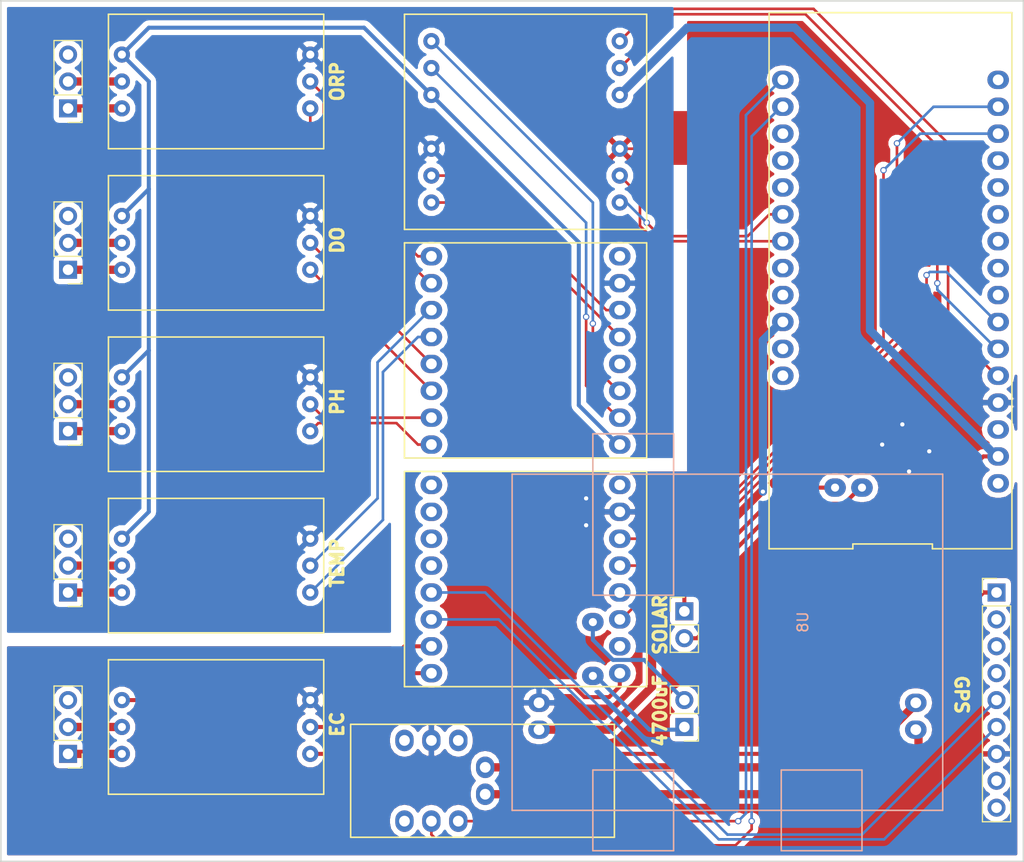
<source format=kicad_pcb>
(kicad_pcb (version 4) (host pcbnew 4.0.6)

  (general
    (links 62)
    (no_connects 0)
    (area 157.404999 71.044999 256.898096 152.475001)
    (thickness 1.6)
    (drawings 12)
    (tracks 235)
    (zones 0)
    (modules 19)
    (nets 81)
  )

  (page A4)
  (layers
    (0 F.Cu signal)
    (31 B.Cu signal)
    (32 B.Adhes user)
    (33 F.Adhes user)
    (34 B.Paste user)
    (35 F.Paste user)
    (36 B.SilkS user)
    (37 F.SilkS user)
    (38 B.Mask user)
    (39 F.Mask user)
    (40 Dwgs.User user)
    (41 Cmts.User user)
    (42 Eco1.User user)
    (43 Eco2.User user)
    (44 Edge.Cuts user)
    (45 Margin user)
    (46 B.CrtYd user)
    (47 F.CrtYd user)
    (48 B.Fab user)
    (49 F.Fab user)
  )

  (setup
    (last_trace_width 0.25)
    (user_trace_width 0.381)
    (user_trace_width 0.781)
    (user_trace_width 1.2)
    (trace_clearance 0.2)
    (zone_clearance 0.508)
    (zone_45_only no)
    (trace_min 0.2)
    (segment_width 0.2)
    (edge_width 0.15)
    (via_size 0.6)
    (via_drill 0.4)
    (via_min_size 0.4)
    (via_min_drill 0.3)
    (uvia_size 0.3)
    (uvia_drill 0.1)
    (uvias_allowed no)
    (uvia_min_size 0.2)
    (uvia_min_drill 0.1)
    (pcb_text_width 0.3)
    (pcb_text_size 1.5 1.5)
    (mod_edge_width 0.15)
    (mod_text_size 1 1)
    (mod_text_width 0.15)
    (pad_size 1.524 1.524)
    (pad_drill 0.762)
    (pad_to_mask_clearance 0.2)
    (aux_axis_origin 0 0)
    (visible_elements 7FFFFFFF)
    (pcbplotparams
      (layerselection 0x00030_80000001)
      (usegerberextensions false)
      (excludeedgelayer true)
      (linewidth 0.100000)
      (plotframeref false)
      (viasonmask false)
      (mode 1)
      (useauxorigin false)
      (hpglpennumber 1)
      (hpglpenspeed 20)
      (hpglpendiameter 15)
      (hpglpenoverlay 2)
      (psnegative false)
      (psa4output false)
      (plotreference true)
      (plotvalue true)
      (plotinvisibletext false)
      (padsonsilk false)
      (subtractmaskfromsilk false)
      (outputformat 1)
      (mirror false)
      (drillshape 1)
      (scaleselection 1)
      (outputdirectory ""))
  )

  (net 0 "")
  (net 1 "Net-(P1-Pad1)")
  (net 2 "Net-(P1-Pad2)")
  (net 3 "Net-(P1-Pad3)")
  (net 4 "Net-(P2-Pad1)")
  (net 5 "Net-(P2-Pad2)")
  (net 6 "Net-(P2-Pad3)")
  (net 7 "Net-(P3-Pad1)")
  (net 8 "Net-(P3-Pad2)")
  (net 9 "Net-(P3-Pad3)")
  (net 10 "Net-(P4-Pad1)")
  (net 11 "Net-(P4-Pad2)")
  (net 12 "Net-(P4-Pad3)")
  (net 13 "Net-(P5-Pad1)")
  (net 14 "Net-(P5-Pad2)")
  (net 15 "Net-(P5-Pad3)")
  (net 16 GND)
  (net 17 /SPE_ISO_RX)
  (net 18 /SPE_ISO_TX)
  (net 19 +3V3)
  (net 20 /SPE_ISO_SEL_1)
  (net 21 /SPE_ISO_SEL_0)
  (net 22 /ISO_GND)
  (net 23 /ISO_V)
  (net 24 "Net-(U2-Pad1)")
  (net 25 "Net-(U2-Pad3)")
  (net 26 "Net-(U2-Pad28)")
  (net 27 "Net-(U2-Pad27)")
  (net 28 /VLOAD)
  (net 29 /SPE_NOR_SEL_0)
  (net 30 "Net-(U2-Pad25)")
  (net 31 /SPE_NOR_SEL_1)
  (net 32 /WATER_TEMP)
  (net 33 "Net-(U2-Pad9)")
  (net 34 "Net-(U2-Pad10)")
  (net 35 "Net-(U2-Pad11)")
  (net 36 "Net-(U2-Pad21)")
  (net 37 "Net-(U2-Pad12)")
  (net 38 "Net-(U2-Pad20)")
  (net 39 "Net-(U2-Pad13)")
  (net 40 "Net-(U2-Pad19)")
  (net 41 /SPE_NOR_RX)
  (net 42 /SCL)
  (net 43 /SPE_NOR_TX)
  (net 44 /SDA)
  (net 45 "Net-(U2-Pad16)")
  (net 46 /B+)
  (net 47 /B-)
  (net 48 "Net-(U9-Pad6)")
  (net 49 "Net-(U9-Pad3)")
  (net 50 "Net-(U9-Pad5)")
  (net 51 "Net-(U10-Pad4)")
  (net 52 "Net-(U10-Pad13)")
  (net 53 "Net-(U10-Pad12)")
  (net 54 "Net-(U10-Pad15)")
  (net 55 "Net-(U10-Pad14)")
  (net 56 "Net-(U12-Pad2)")
  (net 57 "Net-(U12-Pad3)")
  (net 58 "Net-(U12-Pad4)")
  (net 59 "Net-(U12-Pad8)")
  (net 60 "Net-(U12-Pad9)")
  (net 61 /SPE_ISO_TX0)
  (net 62 /SPE_ISO_RX0)
  (net 63 /SPE_ISO_TX1)
  (net 64 /SPE_ISO_TX2)
  (net 65 /SPE_ISO_RX2)
  (net 66 /SPE_ISO_TX3)
  (net 67 /SPE_ISO_RX1)
  (net 68 /SPE_ISO_RX3)
  (net 69 /INT_TX)
  (net 70 /INT_RX)
  (net 71 /INT_SEL_0)
  (net 72 /EC_RX)
  (net 73 /EC_TX)
  (net 74 /GPS_RX)
  (net 75 /GPS_TX)
  (net 76 /INT_SEL_1)
  (net 77 "Net-(J1-Pad1)")
  (net 78 "Net-(J1-Pad2)")
  (net 79 "Net-(J2-Pad1)")
  (net 80 "Net-(J2-Pad2)")

  (net_class Default "This is the default net class."
    (clearance 0.2)
    (trace_width 0.25)
    (via_dia 0.6)
    (via_drill 0.4)
    (uvia_dia 0.3)
    (uvia_drill 0.1)
    (add_net +3V3)
    (add_net /B+)
    (add_net /B-)
    (add_net /EC_RX)
    (add_net /EC_TX)
    (add_net /GPS_RX)
    (add_net /GPS_TX)
    (add_net /INT_RX)
    (add_net /INT_SEL_0)
    (add_net /INT_SEL_1)
    (add_net /INT_TX)
    (add_net /ISO_GND)
    (add_net /ISO_V)
    (add_net /SCL)
    (add_net /SDA)
    (add_net /SPE_ISO_RX)
    (add_net /SPE_ISO_RX0)
    (add_net /SPE_ISO_RX1)
    (add_net /SPE_ISO_RX2)
    (add_net /SPE_ISO_RX3)
    (add_net /SPE_ISO_SEL_0)
    (add_net /SPE_ISO_SEL_1)
    (add_net /SPE_ISO_TX)
    (add_net /SPE_ISO_TX0)
    (add_net /SPE_ISO_TX1)
    (add_net /SPE_ISO_TX2)
    (add_net /SPE_ISO_TX3)
    (add_net /SPE_NOR_RX)
    (add_net /SPE_NOR_SEL_0)
    (add_net /SPE_NOR_SEL_1)
    (add_net /SPE_NOR_TX)
    (add_net /VLOAD)
    (add_net /WATER_TEMP)
    (add_net GND)
    (add_net "Net-(J1-Pad1)")
    (add_net "Net-(J1-Pad2)")
    (add_net "Net-(J2-Pad1)")
    (add_net "Net-(J2-Pad2)")
    (add_net "Net-(P1-Pad1)")
    (add_net "Net-(P1-Pad2)")
    (add_net "Net-(P1-Pad3)")
    (add_net "Net-(P2-Pad1)")
    (add_net "Net-(P2-Pad2)")
    (add_net "Net-(P2-Pad3)")
    (add_net "Net-(P3-Pad1)")
    (add_net "Net-(P3-Pad2)")
    (add_net "Net-(P3-Pad3)")
    (add_net "Net-(P4-Pad1)")
    (add_net "Net-(P4-Pad2)")
    (add_net "Net-(P4-Pad3)")
    (add_net "Net-(P5-Pad1)")
    (add_net "Net-(P5-Pad2)")
    (add_net "Net-(P5-Pad3)")
    (add_net "Net-(U10-Pad12)")
    (add_net "Net-(U10-Pad13)")
    (add_net "Net-(U10-Pad14)")
    (add_net "Net-(U10-Pad15)")
    (add_net "Net-(U10-Pad4)")
    (add_net "Net-(U12-Pad2)")
    (add_net "Net-(U12-Pad3)")
    (add_net "Net-(U12-Pad4)")
    (add_net "Net-(U12-Pad8)")
    (add_net "Net-(U12-Pad9)")
    (add_net "Net-(U2-Pad1)")
    (add_net "Net-(U2-Pad10)")
    (add_net "Net-(U2-Pad11)")
    (add_net "Net-(U2-Pad12)")
    (add_net "Net-(U2-Pad13)")
    (add_net "Net-(U2-Pad16)")
    (add_net "Net-(U2-Pad19)")
    (add_net "Net-(U2-Pad20)")
    (add_net "Net-(U2-Pad21)")
    (add_net "Net-(U2-Pad25)")
    (add_net "Net-(U2-Pad27)")
    (add_net "Net-(U2-Pad28)")
    (add_net "Net-(U2-Pad3)")
    (add_net "Net-(U2-Pad9)")
    (add_net "Net-(U9-Pad3)")
    (add_net "Net-(U9-Pad5)")
    (add_net "Net-(U9-Pad6)")
  )

  (module Socket_Strips:Socket_Strip_Straight_1x03_Pitch2.54mm (layer F.Cu) (tedit 58F50170) (tstamp 58F11F81)
    (at 163.83 142.24 180)
    (descr "Through hole straight socket strip, 1x03, 2.54mm pitch, single row")
    (tags "Through hole socket strip THT 1x03 2.54mm single row")
    (path /58F16E8E)
    (fp_text reference P1 (at 0 -2.33 180) (layer F.SilkS) hide
      (effects (font (size 1 1) (thickness 0.15)))
    )
    (fp_text value CONN_01X03 (at 0 7.41 180) (layer F.Fab) hide
      (effects (font (size 1 1) (thickness 0.15)))
    )
    (fp_line (start -1.27 -1.27) (end -1.27 6.35) (layer F.Fab) (width 0.1))
    (fp_line (start -1.27 6.35) (end 1.27 6.35) (layer F.Fab) (width 0.1))
    (fp_line (start 1.27 6.35) (end 1.27 -1.27) (layer F.Fab) (width 0.1))
    (fp_line (start 1.27 -1.27) (end -1.27 -1.27) (layer F.Fab) (width 0.1))
    (fp_line (start -1.33 1.27) (end -1.33 6.41) (layer F.SilkS) (width 0.12))
    (fp_line (start -1.33 6.41) (end 1.33 6.41) (layer F.SilkS) (width 0.12))
    (fp_line (start 1.33 6.41) (end 1.33 1.27) (layer F.SilkS) (width 0.12))
    (fp_line (start 1.33 1.27) (end -1.33 1.27) (layer F.SilkS) (width 0.12))
    (fp_line (start -1.33 0) (end -1.33 -1.33) (layer F.SilkS) (width 0.12))
    (fp_line (start -1.33 -1.33) (end 0 -1.33) (layer F.SilkS) (width 0.12))
    (fp_line (start -1.8 -1.8) (end -1.8 6.85) (layer F.CrtYd) (width 0.05))
    (fp_line (start -1.8 6.85) (end 1.8 6.85) (layer F.CrtYd) (width 0.05))
    (fp_line (start 1.8 6.85) (end 1.8 -1.8) (layer F.CrtYd) (width 0.05))
    (fp_line (start 1.8 -1.8) (end -1.8 -1.8) (layer F.CrtYd) (width 0.05))
    (fp_text user %R (at 0 -2.33 180) (layer F.Fab) hide
      (effects (font (size 1 1) (thickness 0.15)))
    )
    (pad 1 thru_hole rect (at 0 0 180) (size 1.7 1.7) (drill 1) (layers *.Cu *.Mask)
      (net 1 "Net-(P1-Pad1)"))
    (pad 2 thru_hole oval (at 0 2.54 180) (size 1.7 1.7) (drill 1) (layers *.Cu *.Mask)
      (net 2 "Net-(P1-Pad2)"))
    (pad 3 thru_hole oval (at 0 5.08 180) (size 1.7 1.7) (drill 1) (layers *.Cu *.Mask)
      (net 3 "Net-(P1-Pad3)"))
  )

  (module Socket_Strips:Socket_Strip_Straight_1x03_Pitch2.54mm (layer F.Cu) (tedit 58F50153) (tstamp 58F11F88)
    (at 163.83 111.76 180)
    (descr "Through hole straight socket strip, 1x03, 2.54mm pitch, single row")
    (tags "Through hole socket strip THT 1x03 2.54mm single row")
    (path /58D43DD4)
    (fp_text reference P2 (at 0 -2.33 180) (layer F.SilkS) hide
      (effects (font (size 1 1) (thickness 0.15)))
    )
    (fp_text value CONN_01X03 (at 0 7.41 180) (layer F.Fab) hide
      (effects (font (size 1 1) (thickness 0.15)))
    )
    (fp_line (start -1.27 -1.27) (end -1.27 6.35) (layer F.Fab) (width 0.1))
    (fp_line (start -1.27 6.35) (end 1.27 6.35) (layer F.Fab) (width 0.1))
    (fp_line (start 1.27 6.35) (end 1.27 -1.27) (layer F.Fab) (width 0.1))
    (fp_line (start 1.27 -1.27) (end -1.27 -1.27) (layer F.Fab) (width 0.1))
    (fp_line (start -1.33 1.27) (end -1.33 6.41) (layer F.SilkS) (width 0.12))
    (fp_line (start -1.33 6.41) (end 1.33 6.41) (layer F.SilkS) (width 0.12))
    (fp_line (start 1.33 6.41) (end 1.33 1.27) (layer F.SilkS) (width 0.12))
    (fp_line (start 1.33 1.27) (end -1.33 1.27) (layer F.SilkS) (width 0.12))
    (fp_line (start -1.33 0) (end -1.33 -1.33) (layer F.SilkS) (width 0.12))
    (fp_line (start -1.33 -1.33) (end 0 -1.33) (layer F.SilkS) (width 0.12))
    (fp_line (start -1.8 -1.8) (end -1.8 6.85) (layer F.CrtYd) (width 0.05))
    (fp_line (start -1.8 6.85) (end 1.8 6.85) (layer F.CrtYd) (width 0.05))
    (fp_line (start 1.8 6.85) (end 1.8 -1.8) (layer F.CrtYd) (width 0.05))
    (fp_line (start 1.8 -1.8) (end -1.8 -1.8) (layer F.CrtYd) (width 0.05))
    (fp_text user %R (at 0 -2.33 180) (layer F.Fab) hide
      (effects (font (size 1 1) (thickness 0.15)))
    )
    (pad 1 thru_hole rect (at 0 0 180) (size 1.7 1.7) (drill 1) (layers *.Cu *.Mask)
      (net 4 "Net-(P2-Pad1)"))
    (pad 2 thru_hole oval (at 0 2.54 180) (size 1.7 1.7) (drill 1) (layers *.Cu *.Mask)
      (net 5 "Net-(P2-Pad2)"))
    (pad 3 thru_hole oval (at 0 5.08 180) (size 1.7 1.7) (drill 1) (layers *.Cu *.Mask)
      (net 6 "Net-(P2-Pad3)"))
  )

  (module Socket_Strips:Socket_Strip_Straight_1x03_Pitch2.54mm (layer F.Cu) (tedit 58F50162) (tstamp 58F11F8F)
    (at 163.83 96.52 180)
    (descr "Through hole straight socket strip, 1x03, 2.54mm pitch, single row")
    (tags "Through hole socket strip THT 1x03 2.54mm single row")
    (path /58D43F51)
    (fp_text reference P3 (at 0 -2.33 180) (layer F.SilkS) hide
      (effects (font (size 1 1) (thickness 0.15)))
    )
    (fp_text value CONN_01X03 (at 0 7.41 180) (layer F.Fab) hide
      (effects (font (size 1 1) (thickness 0.15)))
    )
    (fp_line (start -1.27 -1.27) (end -1.27 6.35) (layer F.Fab) (width 0.1))
    (fp_line (start -1.27 6.35) (end 1.27 6.35) (layer F.Fab) (width 0.1))
    (fp_line (start 1.27 6.35) (end 1.27 -1.27) (layer F.Fab) (width 0.1))
    (fp_line (start 1.27 -1.27) (end -1.27 -1.27) (layer F.Fab) (width 0.1))
    (fp_line (start -1.33 1.27) (end -1.33 6.41) (layer F.SilkS) (width 0.12))
    (fp_line (start -1.33 6.41) (end 1.33 6.41) (layer F.SilkS) (width 0.12))
    (fp_line (start 1.33 6.41) (end 1.33 1.27) (layer F.SilkS) (width 0.12))
    (fp_line (start 1.33 1.27) (end -1.33 1.27) (layer F.SilkS) (width 0.12))
    (fp_line (start -1.33 0) (end -1.33 -1.33) (layer F.SilkS) (width 0.12))
    (fp_line (start -1.33 -1.33) (end 0 -1.33) (layer F.SilkS) (width 0.12))
    (fp_line (start -1.8 -1.8) (end -1.8 6.85) (layer F.CrtYd) (width 0.05))
    (fp_line (start -1.8 6.85) (end 1.8 6.85) (layer F.CrtYd) (width 0.05))
    (fp_line (start 1.8 6.85) (end 1.8 -1.8) (layer F.CrtYd) (width 0.05))
    (fp_line (start 1.8 -1.8) (end -1.8 -1.8) (layer F.CrtYd) (width 0.05))
    (fp_text user %R (at 0 -2.33 180) (layer F.Fab) hide
      (effects (font (size 1 1) (thickness 0.15)))
    )
    (pad 1 thru_hole rect (at 0 0 180) (size 1.7 1.7) (drill 1) (layers *.Cu *.Mask)
      (net 7 "Net-(P3-Pad1)"))
    (pad 2 thru_hole oval (at 0 2.54 180) (size 1.7 1.7) (drill 1) (layers *.Cu *.Mask)
      (net 8 "Net-(P3-Pad2)"))
    (pad 3 thru_hole oval (at 0 5.08 180) (size 1.7 1.7) (drill 1) (layers *.Cu *.Mask)
      (net 9 "Net-(P3-Pad3)"))
  )

  (module Socket_Strips:Socket_Strip_Straight_1x03_Pitch2.54mm (layer F.Cu) (tedit 58F50155) (tstamp 58F11F96)
    (at 163.83 127 180)
    (descr "Through hole straight socket strip, 1x03, 2.54mm pitch, single row")
    (tags "Through hole socket strip THT 1x03 2.54mm single row")
    (path /58D43FF6)
    (fp_text reference P4 (at 0 -2.33 180) (layer F.SilkS) hide
      (effects (font (size 1 1) (thickness 0.15)))
    )
    (fp_text value CONN_01X03 (at 0 7.41 180) (layer F.Fab) hide
      (effects (font (size 1 1) (thickness 0.15)))
    )
    (fp_line (start -1.27 -1.27) (end -1.27 6.35) (layer F.Fab) (width 0.1))
    (fp_line (start -1.27 6.35) (end 1.27 6.35) (layer F.Fab) (width 0.1))
    (fp_line (start 1.27 6.35) (end 1.27 -1.27) (layer F.Fab) (width 0.1))
    (fp_line (start 1.27 -1.27) (end -1.27 -1.27) (layer F.Fab) (width 0.1))
    (fp_line (start -1.33 1.27) (end -1.33 6.41) (layer F.SilkS) (width 0.12))
    (fp_line (start -1.33 6.41) (end 1.33 6.41) (layer F.SilkS) (width 0.12))
    (fp_line (start 1.33 6.41) (end 1.33 1.27) (layer F.SilkS) (width 0.12))
    (fp_line (start 1.33 1.27) (end -1.33 1.27) (layer F.SilkS) (width 0.12))
    (fp_line (start -1.33 0) (end -1.33 -1.33) (layer F.SilkS) (width 0.12))
    (fp_line (start -1.33 -1.33) (end 0 -1.33) (layer F.SilkS) (width 0.12))
    (fp_line (start -1.8 -1.8) (end -1.8 6.85) (layer F.CrtYd) (width 0.05))
    (fp_line (start -1.8 6.85) (end 1.8 6.85) (layer F.CrtYd) (width 0.05))
    (fp_line (start 1.8 6.85) (end 1.8 -1.8) (layer F.CrtYd) (width 0.05))
    (fp_line (start 1.8 -1.8) (end -1.8 -1.8) (layer F.CrtYd) (width 0.05))
    (fp_text user %R (at 0 -2.33 180) (layer F.Fab) hide
      (effects (font (size 1 1) (thickness 0.15)))
    )
    (pad 1 thru_hole rect (at 0 0 180) (size 1.7 1.7) (drill 1) (layers *.Cu *.Mask)
      (net 10 "Net-(P4-Pad1)"))
    (pad 2 thru_hole oval (at 0 2.54 180) (size 1.7 1.7) (drill 1) (layers *.Cu *.Mask)
      (net 11 "Net-(P4-Pad2)"))
    (pad 3 thru_hole oval (at 0 5.08 180) (size 1.7 1.7) (drill 1) (layers *.Cu *.Mask)
      (net 12 "Net-(P4-Pad3)"))
  )

  (module Socket_Strips:Socket_Strip_Straight_1x03_Pitch2.54mm (layer F.Cu) (tedit 58F5024C) (tstamp 58F11F9D)
    (at 163.83 81.28 180)
    (descr "Through hole straight socket strip, 1x03, 2.54mm pitch, single row")
    (tags "Through hole socket strip THT 1x03 2.54mm single row")
    (path /58D44053)
    (fp_text reference P5 (at 0 -2.33 180) (layer F.SilkS) hide
      (effects (font (size 1 1) (thickness 0.15)))
    )
    (fp_text value CONN_01X03 (at 0 7.41 180) (layer F.Fab) hide
      (effects (font (size 1 1) (thickness 0.15)))
    )
    (fp_line (start -1.27 -1.27) (end -1.27 6.35) (layer F.Fab) (width 0.1))
    (fp_line (start -1.27 6.35) (end 1.27 6.35) (layer F.Fab) (width 0.1))
    (fp_line (start 1.27 6.35) (end 1.27 -1.27) (layer F.Fab) (width 0.1))
    (fp_line (start 1.27 -1.27) (end -1.27 -1.27) (layer F.Fab) (width 0.1))
    (fp_line (start -1.33 1.27) (end -1.33 6.41) (layer F.SilkS) (width 0.12))
    (fp_line (start -1.33 6.41) (end 1.33 6.41) (layer F.SilkS) (width 0.12))
    (fp_line (start 1.33 6.41) (end 1.33 1.27) (layer F.SilkS) (width 0.12))
    (fp_line (start 1.33 1.27) (end -1.33 1.27) (layer F.SilkS) (width 0.12))
    (fp_line (start -1.33 0) (end -1.33 -1.33) (layer F.SilkS) (width 0.12))
    (fp_line (start -1.33 -1.33) (end 0 -1.33) (layer F.SilkS) (width 0.12))
    (fp_line (start -1.8 -1.8) (end -1.8 6.85) (layer F.CrtYd) (width 0.05))
    (fp_line (start -1.8 6.85) (end 1.8 6.85) (layer F.CrtYd) (width 0.05))
    (fp_line (start 1.8 6.85) (end 1.8 -1.8) (layer F.CrtYd) (width 0.05))
    (fp_line (start 1.8 -1.8) (end -1.8 -1.8) (layer F.CrtYd) (width 0.05))
    (fp_text user %R (at 0 -2.33 180) (layer F.Fab) hide
      (effects (font (size 1 1) (thickness 0.15)))
    )
    (pad 1 thru_hole rect (at 0 0 180) (size 1.7 1.7) (drill 1) (layers *.Cu *.Mask)
      (net 13 "Net-(P5-Pad1)"))
    (pad 2 thru_hole oval (at 0 2.54 180) (size 1.7 1.7) (drill 1) (layers *.Cu *.Mask)
      (net 14 "Net-(P5-Pad2)"))
    (pad 3 thru_hole oval (at 0 5.08 180) (size 1.7 1.7) (drill 1) (layers *.Cu *.Mask)
      (net 15 "Net-(P5-Pad3)"))
  )

  (module conservify:voltage_isolator (layer F.Cu) (tedit 58F50178) (tstamp 58F11FAD)
    (at 208.28 82.55 180)
    (path /5887CFFA)
    (fp_text reference U1 (at 1.27 1.27 180) (layer F.SilkS) hide
      (effects (font (size 1 1) (thickness 0.15)))
    )
    (fp_text value VISO (at 1.27 -0.5 180) (layer F.Fab) hide
      (effects (font (size 1 1) (thickness 0.15)))
    )
    (fp_line (start 12.7 10.16) (end 12.7 -10.16) (layer F.SilkS) (width 0.15))
    (fp_line (start -10.16 10.16) (end 12.7 10.16) (layer F.SilkS) (width 0.15))
    (fp_line (start -10.16 -10.16) (end -10.16 10.16) (layer F.SilkS) (width 0.15))
    (fp_line (start 12.7 -10.16) (end -10.16 -10.16) (layer F.SilkS) (width 0.15))
    (pad 2 thru_hole circle (at -7.62 -2.54 180) (size 1.524 1.524) (drill 0.762) (layers *.Cu *.Mask)
      (net 16 GND))
    (pad 5 thru_hole circle (at -7.62 -5.08 180) (size 1.524 1.524) (drill 0.762) (layers *.Cu *.Mask)
      (net 17 /SPE_ISO_RX))
    (pad 6 thru_hole circle (at -7.62 -7.62 180) (size 1.524 1.524) (drill 0.762) (layers *.Cu *.Mask)
      (net 18 /SPE_ISO_TX))
    (pad 1 thru_hole circle (at -7.62 2.54 180) (size 1.524 1.524) (drill 0.762) (layers *.Cu *.Mask)
      (net 19 +3V3))
    (pad 4 thru_hole circle (at -7.62 5.08 180) (size 1.524 1.524) (drill 0.762) (layers *.Cu *.Mask)
      (net 20 /SPE_ISO_SEL_1))
    (pad 3 thru_hole circle (at -7.62 7.62 180) (size 1.524 1.524) (drill 0.762) (layers *.Cu *.Mask)
      (net 21 /SPE_ISO_SEL_0))
    (pad 12 thru_hole circle (at 10.16 -7.62 180) (size 1.524 1.524) (drill 0.762) (layers *.Cu *.Mask)
      (net 69 /INT_TX))
    (pad 11 thru_hole circle (at 10.16 -5.08 180) (size 1.524 1.524) (drill 0.762) (layers *.Cu *.Mask)
      (net 70 /INT_RX))
    (pad 8 thru_hole circle (at 10.16 -2.54 180) (size 1.524 1.524) (drill 0.762) (layers *.Cu *.Mask)
      (net 22 /ISO_GND))
    (pad 7 thru_hole circle (at 10.16 2.54 180) (size 1.524 1.524) (drill 0.762) (layers *.Cu *.Mask)
      (net 23 /ISO_V))
    (pad 10 thru_hole circle (at 10.16 5.08 180) (size 1.524 1.524) (drill 0.762) (layers *.Cu *.Mask)
      (net 76 /INT_SEL_1))
    (pad 9 thru_hole circle (at 10.16 7.62 180) (size 1.524 1.524) (drill 0.762) (layers *.Cu *.Mask)
      (net 71 /INT_SEL_0))
  )

  (module conservify:feather (layer F.Cu) (tedit 58F5017B) (tstamp 58F11FCD)
    (at 241.4524 97.6376 90)
    (path /5887CF41)
    (fp_text reference U2 (at -26.43 0 180) (layer F.SilkS) hide
      (effects (font (size 1.2 1.2) (thickness 0.15)))
    )
    (fp_text value FEATHER (at 0 0 90) (layer F.Fab) hide
      (effects (font (size 1.2 1.2) (thickness 0.15)))
    )
    (fp_line (start -25.23 11.46) (end 25.4 11.46) (layer F.SilkS) (width 0.15))
    (fp_line (start 25.4 -11.46) (end -25.23 -11.46) (layer F.SilkS) (width 0.15))
    (fp_line (start 25.4 11.46) (end 25.4 -11.46) (layer F.SilkS) (width 0.15))
    (fp_line (start -25.23 -11.46) (end -25.23 -3.553333) (layer F.SilkS) (width 0.15))
    (fp_line (start -25.23 -3.553333) (end -24.78 -3.553333) (layer F.SilkS) (width 0.15))
    (fp_line (start -24.78 -3.553333) (end -24.78 3.953333) (layer F.SilkS) (width 0.15))
    (fp_line (start -24.78 3.953333) (end -25.23 3.953333) (layer F.SilkS) (width 0.15))
    (fp_line (start -25.23 3.953333) (end -25.23 11.46) (layer F.SilkS) (width 0.15))
    (pad 1 thru_hole oval (at -19.05 10.16 90) (size 1.7272 2.032) (drill 1.016) (layers *.Cu *.Mask)
      (net 24 "Net-(U2-Pad1)"))
    (pad 2 thru_hole oval (at -16.51 10.16 90) (size 1.7272 2.032) (drill 1.016) (layers *.Cu *.Mask)
      (net 19 +3V3))
    (pad 3 thru_hole oval (at -13.97 10.16 90) (size 1.7272 2.032) (drill 1.016) (layers *.Cu *.Mask)
      (net 25 "Net-(U2-Pad3)"))
    (pad 4 thru_hole oval (at -11.43 10.16 90) (size 1.7272 2.032) (drill 1.016) (layers *.Cu *.Mask)
      (net 16 GND))
    (pad 28 thru_hole oval (at -8.89 -10.16 90) (size 1.7272 2.032) (drill 1.016) (layers *.Cu *.Mask)
      (net 26 "Net-(U2-Pad28)"))
    (pad 5 thru_hole oval (at -8.89 10.16 90) (size 1.7272 2.032) (drill 1.016) (layers *.Cu *.Mask)
      (net 21 /SPE_ISO_SEL_0))
    (pad 27 thru_hole oval (at -6.35 -10.16 90) (size 1.7272 2.032) (drill 1.016) (layers *.Cu *.Mask)
      (net 27 "Net-(U2-Pad27)"))
    (pad 6 thru_hole oval (at -6.35 10.16 90) (size 1.7272 2.032) (drill 1.016) (layers *.Cu *.Mask)
      (net 20 /SPE_ISO_SEL_1))
    (pad 26 thru_hole oval (at -3.81 -10.16 90) (size 1.7272 2.032) (drill 1.016) (layers *.Cu *.Mask)
      (net 28 /VLOAD))
    (pad 7 thru_hole oval (at -3.81 10.16 90) (size 1.7272 2.032) (drill 1.016) (layers *.Cu *.Mask)
      (net 29 /SPE_NOR_SEL_0))
    (pad 25 thru_hole oval (at -1.27 -10.16 90) (size 1.7272 2.032) (drill 1.016) (layers *.Cu *.Mask)
      (net 30 "Net-(U2-Pad25)"))
    (pad 8 thru_hole oval (at -1.27 10.16 90) (size 1.7272 2.032) (drill 1.016) (layers *.Cu *.Mask)
      (net 31 /SPE_NOR_SEL_1))
    (pad 24 thru_hole oval (at 1.27 -10.16 90) (size 1.7272 2.032) (drill 1.016) (layers *.Cu *.Mask)
      (net 32 /WATER_TEMP))
    (pad 9 thru_hole oval (at 1.27 10.16 90) (size 1.7272 2.032) (drill 1.016) (layers *.Cu *.Mask)
      (net 33 "Net-(U2-Pad9)"))
    (pad 23 thru_hole oval (at 3.81 -10.16 90) (size 1.7272 2.032) (drill 1.016) (layers *.Cu *.Mask)
      (net 17 /SPE_ISO_RX))
    (pad 10 thru_hole oval (at 3.81 10.16 90) (size 1.7272 2.032) (drill 1.016) (layers *.Cu *.Mask)
      (net 34 "Net-(U2-Pad10)"))
    (pad 22 thru_hole oval (at 6.35 -10.16 90) (size 1.7272 2.032) (drill 1.016) (layers *.Cu *.Mask)
      (net 18 /SPE_ISO_TX))
    (pad 11 thru_hole oval (at 6.35 10.16 90) (size 1.7272 2.032) (drill 1.016) (layers *.Cu *.Mask)
      (net 35 "Net-(U2-Pad11)"))
    (pad 21 thru_hole oval (at 8.89 -10.16 90) (size 1.7272 2.032) (drill 1.016) (layers *.Cu *.Mask)
      (net 36 "Net-(U2-Pad21)"))
    (pad 12 thru_hole oval (at 8.89 10.16 90) (size 1.7272 2.032) (drill 1.016) (layers *.Cu *.Mask)
      (net 37 "Net-(U2-Pad12)"))
    (pad 20 thru_hole oval (at 11.43 -10.16 90) (size 1.7272 2.032) (drill 1.016) (layers *.Cu *.Mask)
      (net 38 "Net-(U2-Pad20)"))
    (pad 13 thru_hole oval (at 11.43 10.16 90) (size 1.7272 2.032) (drill 1.016) (layers *.Cu *.Mask)
      (net 39 "Net-(U2-Pad13)"))
    (pad 19 thru_hole oval (at 13.97 -10.16 90) (size 1.7272 2.032) (drill 1.016) (layers *.Cu *.Mask)
      (net 40 "Net-(U2-Pad19)"))
    (pad 14 thru_hole oval (at 13.97 10.16 90) (size 1.7272 2.032) (drill 1.016) (layers *.Cu *.Mask)
      (net 41 /SPE_NOR_RX))
    (pad 18 thru_hole oval (at 16.51 -10.16 90) (size 1.7272 2.032) (drill 1.016) (layers *.Cu *.Mask)
      (net 42 /SCL))
    (pad 15 thru_hole oval (at 16.51 10.16 90) (size 1.7272 2.032) (drill 1.016) (layers *.Cu *.Mask)
      (net 43 /SPE_NOR_TX))
    (pad 17 thru_hole oval (at 19.05 -10.16 90) (size 1.7272 2.032) (drill 1.016) (layers *.Cu *.Mask)
      (net 44 /SDA))
    (pad 16 thru_hole oval (at 19.05 10.16 90) (size 1.7272 2.032) (drill 1.016) (layers *.Cu *.Mask)
      (net 45 "Net-(U2-Pad16)"))
  )

  (module conservify:serial_port_expander_small (layer F.Cu) (tedit 58F50158) (tstamp 58F11FE1)
    (at 208.28 105.41 180)
    (path /58C69C65)
    (fp_text reference U3 (at 1.27 1.27 180) (layer F.SilkS) hide
      (effects (font (size 1 1) (thickness 0.15)))
    )
    (fp_text value SERIAL_PORT_EXPANDER (at 1.27 -0.5 180) (layer F.Fab) hide
      (effects (font (size 1 1) (thickness 0.15)))
    )
    (fp_line (start 12.7 11.43) (end 12.7 -8.89) (layer F.SilkS) (width 0.15))
    (fp_line (start -10.16 11.43) (end 12.7 11.43) (layer F.SilkS) (width 0.15))
    (fp_line (start -10.16 -8.89) (end -10.16 11.43) (layer F.SilkS) (width 0.15))
    (fp_line (start 12.7 -8.89) (end -10.16 -8.89) (layer F.SilkS) (width 0.15))
    (pad 3 thru_hole oval (at -7.62 -2.54 270) (size 1.7272 2.032) (drill 1.016) (layers *.Cu *.Mask)
      (net 71 /INT_SEL_0))
    (pad 4 thru_hole oval (at -7.62 -5.08 270) (size 1.7272 2.032) (drill 1.016) (layers *.Cu *.Mask)
      (net 76 /INT_SEL_1))
    (pad 1 thru_hole oval (at -7.62 -7.62 90) (size 1.7272 2.032) (drill 1.016) (layers *.Cu *.Mask)
      (net 23 /ISO_V))
    (pad 6 thru_hole oval (at -7.62 2.54 270) (size 1.7272 2.032) (drill 1.016) (layers *.Cu *.Mask)
      (net 69 /INT_TX))
    (pad 7 thru_hole oval (at -7.62 5.08 270) (size 1.7272 2.032) (drill 1.016) (layers *.Cu *.Mask)
      (net 70 /INT_RX))
    (pad 2 thru_hole oval (at -7.62 7.62 270) (size 1.7272 2.032) (drill 1.016) (layers *.Cu *.Mask)
      (net 22 /ISO_GND))
    (pad 9 thru_hole oval (at 10.16 -7.62 270) (size 1.7272 2.032) (drill 1.016) (layers *.Cu *.Mask)
      (net 61 /SPE_ISO_TX0))
    (pad 8 thru_hole oval (at 10.16 -5.08 270) (size 1.7272 2.032) (drill 1.016) (layers *.Cu *.Mask)
      (net 62 /SPE_ISO_RX0))
    (pad 11 thru_hole oval (at 10.16 -2.54 270) (size 1.7272 2.032) (drill 1.016) (layers *.Cu *.Mask)
      (net 63 /SPE_ISO_TX1))
    (pad 13 thru_hole oval (at 10.16 2.54 270) (size 1.7272 2.032) (drill 1.016) (layers *.Cu *.Mask)
      (net 64 /SPE_ISO_TX2))
    (pad 12 thru_hole oval (at 10.16 5.08 270) (size 1.7272 2.032) (drill 1.016) (layers *.Cu *.Mask)
      (net 65 /SPE_ISO_RX2))
    (pad 15 thru_hole oval (at 10.16 7.62 270) (size 1.7272 2.032) (drill 1.016) (layers *.Cu *.Mask)
      (net 66 /SPE_ISO_TX3))
    (pad 10 thru_hole oval (at 10.16 0 270) (size 1.7272 2.032) (drill 1.016) (layers *.Cu *.Mask)
      (net 67 /SPE_ISO_RX1))
    (pad ~ thru_hole oval (at -7.62 0 270) (size 1.7272 2.032) (drill 1.016) (layers *.Cu *.Mask))
    (pad ~ thru_hole oval (at -7.62 10.16 270) (size 1.7272 2.032) (drill 1.016) (layers *.Cu *.Mask))
    (pad 14 thru_hole oval (at 10.16 10.16 270) (size 1.7272 2.032) (drill 1.016) (layers *.Cu *.Mask)
      (net 68 /SPE_ISO_RX3))
  )

  (module conservify:atlas_sensor_board (layer F.Cu) (tedit 58C6B5FF) (tstamp 58F11FEB)
    (at 179.07 109.22 180)
    (path /5887CF5A)
    (fp_text reference U4 (at 1.27 0.5 180) (layer F.SilkS) hide
      (effects (font (size 1 1) (thickness 0.15)))
    )
    (fp_text value ATLAS_SENSOR (at 1.27 -2.54 180) (layer F.Fab) hide
      (effects (font (size 1 1) (thickness 0.15)))
    )
    (fp_line (start -8.89 6.35) (end -8.89 -6.35) (layer F.SilkS) (width 0.15))
    (fp_line (start 11.43 6.35) (end -8.89 6.35) (layer F.SilkS) (width 0.15))
    (fp_line (start 11.43 -6.35) (end 11.43 6.35) (layer F.SilkS) (width 0.15))
    (fp_line (start -8.89 -6.35) (end 11.43 -6.35) (layer F.SilkS) (width 0.15))
    (pad 1 thru_hole circle (at -7.62 -2.54 180) (size 1.524 1.524) (drill 0.762) (layers *.Cu *.Mask)
      (net 61 /SPE_ISO_TX0))
    (pad 2 thru_hole circle (at -7.62 0 180) (size 1.524 1.524) (drill 0.762) (layers *.Cu *.Mask)
      (net 62 /SPE_ISO_RX0))
    (pad 4 thru_hole circle (at -7.62 2.54 180) (size 1.524 1.524) (drill 0.762) (layers *.Cu *.Mask)
      (net 22 /ISO_GND))
    (pad 6 thru_hole circle (at 10.16 -2.54 180) (size 1.524 1.524) (drill 0.762) (layers *.Cu *.Mask)
      (net 4 "Net-(P2-Pad1)"))
    (pad 5 thru_hole circle (at 10.16 0 180) (size 1.524 1.524) (drill 0.762) (layers *.Cu *.Mask)
      (net 5 "Net-(P2-Pad2)"))
    (pad 3 thru_hole circle (at 10.16 2.54 180) (size 1.524 1.524) (drill 0.762) (layers *.Cu *.Mask)
      (net 23 /ISO_V))
  )

  (module conservify:atlas_sensor_board (layer F.Cu) (tedit 58C6B5FF) (tstamp 58F11FF5)
    (at 179.07 93.98 180)
    (path /5887CF7F)
    (fp_text reference U5 (at 1.27 0.5 180) (layer F.SilkS) hide
      (effects (font (size 1 1) (thickness 0.15)))
    )
    (fp_text value ATLAS_SENSOR (at 1.27 -2.54 180) (layer F.Fab) hide
      (effects (font (size 1 1) (thickness 0.15)))
    )
    (fp_line (start -8.89 6.35) (end -8.89 -6.35) (layer F.SilkS) (width 0.15))
    (fp_line (start 11.43 6.35) (end -8.89 6.35) (layer F.SilkS) (width 0.15))
    (fp_line (start 11.43 -6.35) (end 11.43 6.35) (layer F.SilkS) (width 0.15))
    (fp_line (start -8.89 -6.35) (end 11.43 -6.35) (layer F.SilkS) (width 0.15))
    (pad 1 thru_hole circle (at -7.62 -2.54 180) (size 1.524 1.524) (drill 0.762) (layers *.Cu *.Mask)
      (net 63 /SPE_ISO_TX1))
    (pad 2 thru_hole circle (at -7.62 0 180) (size 1.524 1.524) (drill 0.762) (layers *.Cu *.Mask)
      (net 67 /SPE_ISO_RX1))
    (pad 4 thru_hole circle (at -7.62 2.54 180) (size 1.524 1.524) (drill 0.762) (layers *.Cu *.Mask)
      (net 22 /ISO_GND))
    (pad 6 thru_hole circle (at 10.16 -2.54 180) (size 1.524 1.524) (drill 0.762) (layers *.Cu *.Mask)
      (net 7 "Net-(P3-Pad1)"))
    (pad 5 thru_hole circle (at 10.16 0 180) (size 1.524 1.524) (drill 0.762) (layers *.Cu *.Mask)
      (net 8 "Net-(P3-Pad2)"))
    (pad 3 thru_hole circle (at 10.16 2.54 180) (size 1.524 1.524) (drill 0.762) (layers *.Cu *.Mask)
      (net 23 /ISO_V))
  )

  (module conservify:atlas_sensor_board (layer F.Cu) (tedit 58C6B5FF) (tstamp 58F11FFF)
    (at 179.07 124.46 180)
    (path /5887CF9E)
    (fp_text reference U6 (at 1.27 0.5 180) (layer F.SilkS) hide
      (effects (font (size 1 1) (thickness 0.15)))
    )
    (fp_text value ATLAS_SENSOR (at 1.27 -2.54 180) (layer F.Fab) hide
      (effects (font (size 1 1) (thickness 0.15)))
    )
    (fp_line (start -8.89 6.35) (end -8.89 -6.35) (layer F.SilkS) (width 0.15))
    (fp_line (start 11.43 6.35) (end -8.89 6.35) (layer F.SilkS) (width 0.15))
    (fp_line (start 11.43 -6.35) (end 11.43 6.35) (layer F.SilkS) (width 0.15))
    (fp_line (start -8.89 -6.35) (end 11.43 -6.35) (layer F.SilkS) (width 0.15))
    (pad 1 thru_hole circle (at -7.62 -2.54 180) (size 1.524 1.524) (drill 0.762) (layers *.Cu *.Mask)
      (net 64 /SPE_ISO_TX2))
    (pad 2 thru_hole circle (at -7.62 0 180) (size 1.524 1.524) (drill 0.762) (layers *.Cu *.Mask)
      (net 65 /SPE_ISO_RX2))
    (pad 4 thru_hole circle (at -7.62 2.54 180) (size 1.524 1.524) (drill 0.762) (layers *.Cu *.Mask)
      (net 22 /ISO_GND))
    (pad 6 thru_hole circle (at 10.16 -2.54 180) (size 1.524 1.524) (drill 0.762) (layers *.Cu *.Mask)
      (net 10 "Net-(P4-Pad1)"))
    (pad 5 thru_hole circle (at 10.16 0 180) (size 1.524 1.524) (drill 0.762) (layers *.Cu *.Mask)
      (net 11 "Net-(P4-Pad2)"))
    (pad 3 thru_hole circle (at 10.16 2.54 180) (size 1.524 1.524) (drill 0.762) (layers *.Cu *.Mask)
      (net 23 /ISO_V))
  )

  (module conservify:atlas_sensor_board (layer F.Cu) (tedit 58C6B5FF) (tstamp 58F12009)
    (at 179.07 78.74 180)
    (path /5887CFC8)
    (fp_text reference U7 (at 1.27 0.5 180) (layer F.SilkS) hide
      (effects (font (size 1 1) (thickness 0.15)))
    )
    (fp_text value ATLAS_SENSOR (at 1.27 -2.54 180) (layer F.Fab) hide
      (effects (font (size 1 1) (thickness 0.15)))
    )
    (fp_line (start -8.89 6.35) (end -8.89 -6.35) (layer F.SilkS) (width 0.15))
    (fp_line (start 11.43 6.35) (end -8.89 6.35) (layer F.SilkS) (width 0.15))
    (fp_line (start 11.43 -6.35) (end 11.43 6.35) (layer F.SilkS) (width 0.15))
    (fp_line (start -8.89 -6.35) (end 11.43 -6.35) (layer F.SilkS) (width 0.15))
    (pad 1 thru_hole circle (at -7.62 -2.54 180) (size 1.524 1.524) (drill 0.762) (layers *.Cu *.Mask)
      (net 66 /SPE_ISO_TX3))
    (pad 2 thru_hole circle (at -7.62 0 180) (size 1.524 1.524) (drill 0.762) (layers *.Cu *.Mask)
      (net 68 /SPE_ISO_RX3))
    (pad 4 thru_hole circle (at -7.62 2.54 180) (size 1.524 1.524) (drill 0.762) (layers *.Cu *.Mask)
      (net 22 /ISO_GND))
    (pad 6 thru_hole circle (at 10.16 -2.54 180) (size 1.524 1.524) (drill 0.762) (layers *.Cu *.Mask)
      (net 13 "Net-(P5-Pad1)"))
    (pad 5 thru_hole circle (at 10.16 0 180) (size 1.524 1.524) (drill 0.762) (layers *.Cu *.Mask)
      (net 14 "Net-(P5-Pad2)"))
    (pad 3 thru_hole circle (at 10.16 2.54 180) (size 1.524 1.524) (drill 0.762) (layers *.Cu *.Mask)
      (net 23 /ISO_V))
  )

  (module conservify:fuelgauge (layer F.Cu) (tedit 58F50174) (tstamp 58F1201D)
    (at 203.2 148.59 180)
    (descr "Through hole socket strip")
    (tags "socket strip")
    (path /58D40566)
    (fp_text reference U9 (at 4.572 2.286 180) (layer F.SilkS) hide
      (effects (font (size 1 1) (thickness 0.15)))
    )
    (fp_text value FUELGUAGE (at -6.096 3.556 180) (layer F.Fab) hide
      (effects (font (size 1 1) (thickness 0.15)))
    )
    (fp_line (start -12.192 9.144) (end -12.192 -1.524) (layer F.SilkS) (width 0.15))
    (fp_line (start 12.7 9.144) (end -12.192 9.144) (layer F.SilkS) (width 0.15))
    (fp_line (start 12.7 -1.524) (end 12.7 9.144) (layer F.SilkS) (width 0.15))
    (fp_line (start -12.192 -1.524) (end 12.7 -1.524) (layer F.SilkS) (width 0.15))
    (fp_line (start -12.418 -1.75) (end -12.446 9.398) (layer F.CrtYd) (width 0.05))
    (fp_line (start 12.954 -1.778) (end 12.952 9.37) (layer F.CrtYd) (width 0.05))
    (fp_line (start -12.446 -1.778) (end 12.954 -1.778) (layer F.CrtYd) (width 0.05))
    (fp_line (start -12.446 9.398) (end 12.954 9.398) (layer F.CrtYd) (width 0.05))
    (pad 8 thru_hole oval (at 2.54 0 180) (size 1.7272 2.032) (drill 1.016) (layers *.Cu *.Mask)
      (net 44 /SDA))
    (pad 7 thru_hole oval (at 5.08 0 180) (size 1.7272 2.032) (drill 1.016) (layers *.Cu *.Mask)
      (net 42 /SCL))
    (pad 6 thru_hole oval (at 7.62 0 180) (size 1.7272 2.032) (drill 1.016) (layers *.Cu *.Mask)
      (net 48 "Net-(U9-Pad6)"))
    (pad 1 thru_hole oval (at 0 2.54 180) (size 1.7272 2.032) (drill 1.016) (layers *.Cu *.Mask)
      (net 46 /B+))
    (pad 2 thru_hole oval (at 0 5.08 180) (size 1.7272 2.032) (drill 1.016) (layers *.Cu *.Mask)
      (net 47 /B-))
    (pad 3 thru_hole oval (at 2.54 7.62 180) (size 1.7272 2.032) (drill 1.016) (layers *.Cu *.Mask)
      (net 49 "Net-(U9-Pad3)"))
    (pad 4 thru_hole oval (at 5.08 7.62 180) (size 1.7272 2.032) (drill 1.016) (layers *.Cu *.Mask)
      (net 16 GND))
    (pad 5 thru_hole oval (at 7.62 7.62 180) (size 1.7272 2.032) (drill 1.016) (layers *.Cu *.Mask)
      (net 50 "Net-(U9-Pad5)"))
  )

  (module conservify:serial_port_expander_small (layer F.Cu) (tedit 58F50127) (tstamp 58F12031)
    (at 208.28 127 180)
    (path /58F15E7F)
    (fp_text reference U10 (at 1.27 1.27 180) (layer F.SilkS) hide
      (effects (font (size 1 1) (thickness 0.15)))
    )
    (fp_text value SERIAL_PORT_EXPANDER (at 1.27 -0.5 180) (layer F.Fab) hide
      (effects (font (size 1 1) (thickness 0.15)))
    )
    (fp_line (start 12.7 11.43) (end 12.7 -8.89) (layer F.SilkS) (width 0.15))
    (fp_line (start -10.16 11.43) (end 12.7 11.43) (layer F.SilkS) (width 0.15))
    (fp_line (start -10.16 -8.89) (end -10.16 11.43) (layer F.SilkS) (width 0.15))
    (fp_line (start 12.7 -8.89) (end -10.16 -8.89) (layer F.SilkS) (width 0.15))
    (pad 3 thru_hole oval (at -7.62 -2.54 270) (size 1.7272 2.032) (drill 1.016) (layers *.Cu *.Mask)
      (net 29 /SPE_NOR_SEL_0))
    (pad 4 thru_hole oval (at -7.62 -5.08 270) (size 1.7272 2.032) (drill 1.016) (layers *.Cu *.Mask)
      (net 51 "Net-(U10-Pad4)"))
    (pad 1 thru_hole oval (at -7.62 -7.62 90) (size 1.7272 2.032) (drill 1.016) (layers *.Cu *.Mask)
      (net 19 +3V3))
    (pad 6 thru_hole oval (at -7.62 2.54 270) (size 1.7272 2.032) (drill 1.016) (layers *.Cu *.Mask)
      (net 43 /SPE_NOR_TX))
    (pad 7 thru_hole oval (at -7.62 5.08 270) (size 1.7272 2.032) (drill 1.016) (layers *.Cu *.Mask)
      (net 41 /SPE_NOR_RX))
    (pad 2 thru_hole oval (at -7.62 7.62 270) (size 1.7272 2.032) (drill 1.016) (layers *.Cu *.Mask)
      (net 16 GND))
    (pad 9 thru_hole oval (at 10.16 -7.62 270) (size 1.7272 2.032) (drill 1.016) (layers *.Cu *.Mask)
      (net 72 /EC_RX))
    (pad 8 thru_hole oval (at 10.16 -5.08 270) (size 1.7272 2.032) (drill 1.016) (layers *.Cu *.Mask)
      (net 73 /EC_TX))
    (pad 11 thru_hole oval (at 10.16 -2.54 270) (size 1.7272 2.032) (drill 1.016) (layers *.Cu *.Mask)
      (net 74 /GPS_RX))
    (pad 13 thru_hole oval (at 10.16 2.54 270) (size 1.7272 2.032) (drill 1.016) (layers *.Cu *.Mask)
      (net 52 "Net-(U10-Pad13)"))
    (pad 12 thru_hole oval (at 10.16 5.08 270) (size 1.7272 2.032) (drill 1.016) (layers *.Cu *.Mask)
      (net 53 "Net-(U10-Pad12)"))
    (pad 15 thru_hole oval (at 10.16 7.62 270) (size 1.7272 2.032) (drill 1.016) (layers *.Cu *.Mask)
      (net 54 "Net-(U10-Pad15)"))
    (pad 10 thru_hole oval (at 10.16 0 270) (size 1.7272 2.032) (drill 1.016) (layers *.Cu *.Mask)
      (net 75 /GPS_TX))
    (pad ~ thru_hole oval (at -7.62 0 270) (size 1.7272 2.032) (drill 1.016) (layers *.Cu *.Mask))
    (pad ~ thru_hole oval (at -7.62 10.16 270) (size 1.7272 2.032) (drill 1.016) (layers *.Cu *.Mask))
    (pad 14 thru_hole oval (at 10.16 10.16 270) (size 1.7272 2.032) (drill 1.016) (layers *.Cu *.Mask)
      (net 55 "Net-(U10-Pad14)"))
  )

  (module conservify:atlas_sensor_board (layer F.Cu) (tedit 58C6B5FF) (tstamp 58F1203B)
    (at 179.07 139.7 180)
    (path /58F168F3)
    (fp_text reference U11 (at 1.27 0.5 180) (layer F.SilkS) hide
      (effects (font (size 1 1) (thickness 0.15)))
    )
    (fp_text value ATLAS_SENSOR (at 1.27 -2.54 180) (layer F.Fab) hide
      (effects (font (size 1 1) (thickness 0.15)))
    )
    (fp_line (start -8.89 6.35) (end -8.89 -6.35) (layer F.SilkS) (width 0.15))
    (fp_line (start 11.43 6.35) (end -8.89 6.35) (layer F.SilkS) (width 0.15))
    (fp_line (start 11.43 -6.35) (end 11.43 6.35) (layer F.SilkS) (width 0.15))
    (fp_line (start -8.89 -6.35) (end 11.43 -6.35) (layer F.SilkS) (width 0.15))
    (pad 1 thru_hole circle (at -7.62 -2.54 180) (size 1.524 1.524) (drill 0.762) (layers *.Cu *.Mask)
      (net 72 /EC_RX))
    (pad 2 thru_hole circle (at -7.62 0 180) (size 1.524 1.524) (drill 0.762) (layers *.Cu *.Mask)
      (net 73 /EC_TX))
    (pad 4 thru_hole circle (at -7.62 2.54 180) (size 1.524 1.524) (drill 0.762) (layers *.Cu *.Mask)
      (net 16 GND))
    (pad 6 thru_hole circle (at 10.16 -2.54 180) (size 1.524 1.524) (drill 0.762) (layers *.Cu *.Mask)
      (net 1 "Net-(P1-Pad1)"))
    (pad 5 thru_hole circle (at 10.16 0 180) (size 1.524 1.524) (drill 0.762) (layers *.Cu *.Mask)
      (net 2 "Net-(P1-Pad2)"))
    (pad 3 thru_hole circle (at 10.16 2.54 180) (size 1.524 1.524) (drill 0.762) (layers *.Cu *.Mask)
      (net 19 +3V3))
  )

  (module Socket_Strips:Socket_Strip_Straight_1x09_Pitch2.54mm (layer F.Cu) (tedit 58F5023B) (tstamp 58F12048)
    (at 251.46 127)
    (descr "Through hole straight socket strip, 1x09, 2.54mm pitch, single row")
    (tags "Through hole socket strip THT 1x09 2.54mm single row")
    (path /58F18439)
    (fp_text reference U12 (at 0 -2.33) (layer F.SilkS) hide
      (effects (font (size 1 1) (thickness 0.15)))
    )
    (fp_text value ULTIMATE_GPS (at 0 22.65) (layer F.Fab) hide
      (effects (font (size 1 1) (thickness 0.15)))
    )
    (fp_line (start -1.27 -1.27) (end -1.27 21.59) (layer F.Fab) (width 0.1))
    (fp_line (start -1.27 21.59) (end 1.27 21.59) (layer F.Fab) (width 0.1))
    (fp_line (start 1.27 21.59) (end 1.27 -1.27) (layer F.Fab) (width 0.1))
    (fp_line (start 1.27 -1.27) (end -1.27 -1.27) (layer F.Fab) (width 0.1))
    (fp_line (start -1.33 1.27) (end -1.33 21.65) (layer F.SilkS) (width 0.12))
    (fp_line (start -1.33 21.65) (end 1.33 21.65) (layer F.SilkS) (width 0.12))
    (fp_line (start 1.33 21.65) (end 1.33 1.27) (layer F.SilkS) (width 0.12))
    (fp_line (start 1.33 1.27) (end -1.33 1.27) (layer F.SilkS) (width 0.12))
    (fp_line (start -1.33 0) (end -1.33 -1.33) (layer F.SilkS) (width 0.12))
    (fp_line (start -1.33 -1.33) (end 0 -1.33) (layer F.SilkS) (width 0.12))
    (fp_line (start -1.8 -1.8) (end -1.8 22.1) (layer F.CrtYd) (width 0.05))
    (fp_line (start -1.8 22.1) (end 1.8 22.1) (layer F.CrtYd) (width 0.05))
    (fp_line (start 1.8 22.1) (end 1.8 -1.8) (layer F.CrtYd) (width 0.05))
    (fp_line (start 1.8 -1.8) (end -1.8 -1.8) (layer F.CrtYd) (width 0.05))
    (fp_text user %R (at 0 -2.33) (layer F.Fab) hide
      (effects (font (size 1 1) (thickness 0.15)))
    )
    (pad 1 thru_hole rect (at 0 0) (size 1.7 1.7) (drill 1) (layers *.Cu *.Mask)
      (net 19 +3V3))
    (pad 2 thru_hole oval (at 0 2.54) (size 1.7 1.7) (drill 1) (layers *.Cu *.Mask)
      (net 56 "Net-(U12-Pad2)"))
    (pad 3 thru_hole oval (at 0 5.08) (size 1.7 1.7) (drill 1) (layers *.Cu *.Mask)
      (net 57 "Net-(U12-Pad3)"))
    (pad 4 thru_hole oval (at 0 7.62) (size 1.7 1.7) (drill 1) (layers *.Cu *.Mask)
      (net 58 "Net-(U12-Pad4)"))
    (pad 5 thru_hole oval (at 0 10.16) (size 1.7 1.7) (drill 1) (layers *.Cu *.Mask)
      (net 75 /GPS_TX))
    (pad 6 thru_hole oval (at 0 12.7) (size 1.7 1.7) (drill 1) (layers *.Cu *.Mask)
      (net 74 /GPS_RX))
    (pad 7 thru_hole oval (at 0 15.24) (size 1.7 1.7) (drill 1) (layers *.Cu *.Mask)
      (net 16 GND))
    (pad 8 thru_hole oval (at 0 17.78) (size 1.7 1.7) (drill 1) (layers *.Cu *.Mask)
      (net 59 "Net-(U12-Pad8)"))
    (pad 9 thru_hole oval (at 0 20.32) (size 1.7 1.7) (drill 1) (layers *.Cu *.Mask)
      (net 60 "Net-(U12-Pad9)"))
  )

  (module Socket_Strips:Socket_Strip_Straight_1x02_Pitch2.54mm (layer F.Cu) (tedit 58F50120) (tstamp 58F54AB2)
    (at 221.996 139.7 180)
    (descr "Through hole straight socket strip, 1x02, 2.54mm pitch, single row")
    (tags "Through hole socket strip THT 1x02 2.54mm single row")
    (path /58F50394)
    (fp_text reference J1 (at 0 -2.33 180) (layer F.SilkS) hide
      (effects (font (size 1 1) (thickness 0.15)))
    )
    (fp_text value CONN_01X02 (at 0 4.87 180) (layer F.Fab) hide
      (effects (font (size 1 1) (thickness 0.15)))
    )
    (fp_line (start -1.27 -1.27) (end -1.27 3.81) (layer F.Fab) (width 0.1))
    (fp_line (start -1.27 3.81) (end 1.27 3.81) (layer F.Fab) (width 0.1))
    (fp_line (start 1.27 3.81) (end 1.27 -1.27) (layer F.Fab) (width 0.1))
    (fp_line (start 1.27 -1.27) (end -1.27 -1.27) (layer F.Fab) (width 0.1))
    (fp_line (start -1.33 1.27) (end -1.33 3.87) (layer F.SilkS) (width 0.12))
    (fp_line (start -1.33 3.87) (end 1.33 3.87) (layer F.SilkS) (width 0.12))
    (fp_line (start 1.33 3.87) (end 1.33 1.27) (layer F.SilkS) (width 0.12))
    (fp_line (start 1.33 1.27) (end -1.33 1.27) (layer F.SilkS) (width 0.12))
    (fp_line (start -1.33 0) (end -1.33 -1.33) (layer F.SilkS) (width 0.12))
    (fp_line (start -1.33 -1.33) (end 0 -1.33) (layer F.SilkS) (width 0.12))
    (fp_line (start -1.8 -1.8) (end -1.8 4.35) (layer F.CrtYd) (width 0.05))
    (fp_line (start -1.8 4.35) (end 1.8 4.35) (layer F.CrtYd) (width 0.05))
    (fp_line (start 1.8 4.35) (end 1.8 -1.8) (layer F.CrtYd) (width 0.05))
    (fp_line (start 1.8 -1.8) (end -1.8 -1.8) (layer F.CrtYd) (width 0.05))
    (fp_text user %R (at 2.54 -0.254 180) (layer F.Fab) hide
      (effects (font (size 1 1) (thickness 0.15)))
    )
    (pad 1 thru_hole rect (at 0 0 180) (size 1.7 1.7) (drill 1) (layers *.Cu *.Mask)
      (net 77 "Net-(J1-Pad1)"))
    (pad 2 thru_hole oval (at 0 2.54 180) (size 1.7 1.7) (drill 1) (layers *.Cu *.Mask)
      (net 78 "Net-(J1-Pad2)"))
  )

  (module Socket_Strips:Socket_Strip_Straight_1x02_Pitch2.54mm (layer F.Cu) (tedit 58F50123) (tstamp 58F500A9)
    (at 221.996 128.778)
    (descr "Through hole straight socket strip, 1x02, 2.54mm pitch, single row")
    (tags "Through hole socket strip THT 1x02 2.54mm single row")
    (path /58F50E2D)
    (fp_text reference J2 (at 0 -2.33) (layer F.SilkS) hide
      (effects (font (size 1 1) (thickness 0.15)))
    )
    (fp_text value CONN_01X02 (at 0 4.87) (layer F.Fab) hide
      (effects (font (size 1 1) (thickness 0.15)))
    )
    (fp_line (start -1.27 -1.27) (end -1.27 3.81) (layer F.Fab) (width 0.1))
    (fp_line (start -1.27 3.81) (end 1.27 3.81) (layer F.Fab) (width 0.1))
    (fp_line (start 1.27 3.81) (end 1.27 -1.27) (layer F.Fab) (width 0.1))
    (fp_line (start 1.27 -1.27) (end -1.27 -1.27) (layer F.Fab) (width 0.1))
    (fp_line (start -1.33 1.27) (end -1.33 3.87) (layer F.SilkS) (width 0.12))
    (fp_line (start -1.33 3.87) (end 1.33 3.87) (layer F.SilkS) (width 0.12))
    (fp_line (start 1.33 3.87) (end 1.33 1.27) (layer F.SilkS) (width 0.12))
    (fp_line (start 1.33 1.27) (end -1.33 1.27) (layer F.SilkS) (width 0.12))
    (fp_line (start -1.33 0) (end -1.33 -1.33) (layer F.SilkS) (width 0.12))
    (fp_line (start -1.33 -1.33) (end 0 -1.33) (layer F.SilkS) (width 0.12))
    (fp_line (start -1.8 -1.8) (end -1.8 4.35) (layer F.CrtYd) (width 0.05))
    (fp_line (start -1.8 4.35) (end 1.8 4.35) (layer F.CrtYd) (width 0.05))
    (fp_line (start 1.8 4.35) (end 1.8 -1.8) (layer F.CrtYd) (width 0.05))
    (fp_line (start 1.8 -1.8) (end -1.8 -1.8) (layer F.CrtYd) (width 0.05))
    (fp_text user %R (at 0 -2.33) (layer F.Fab) hide
      (effects (font (size 1 1) (thickness 0.15)))
    )
    (pad 1 thru_hole rect (at 0 0) (size 1.7 1.7) (drill 1) (layers *.Cu *.Mask)
      (net 79 "Net-(J2-Pad1)"))
    (pad 2 thru_hole oval (at 0 2.54) (size 1.7 1.7) (drill 1) (layers *.Cu *.Mask)
      (net 80 "Net-(J2-Pad2)"))
  )

  (module conservify:adafruit-solar-charger-with-cap (layer B.Cu) (tedit 58F50022) (tstamp 58F50EFA)
    (at 226.06 129.794 90)
    (path /58F50108)
    (fp_text reference U8 (at 0 7.12 90) (layer B.SilkS)
      (effects (font (size 1 1) (thickness 0.15)) (justify mirror))
    )
    (fp_text value adafruit-solar-charger-with-cap (at 0 0.5 90) (layer B.Fab)
      (effects (font (size 1 1) (thickness 0.15)) (justify mirror))
    )
    (fp_line (start -21.59 12.7) (end -13.97 12.7) (layer B.SilkS) (width 0.15))
    (fp_line (start -21.59 5.08) (end -21.59 12.7) (layer B.SilkS) (width 0.15))
    (fp_line (start -13.97 5.08) (end -21.59 5.08) (layer B.SilkS) (width 0.15))
    (fp_line (start -13.97 12.7) (end -13.97 5.08) (layer B.SilkS) (width 0.15))
    (fp_line (start -13.97 -5.08) (end -13.97 -12.7) (layer B.SilkS) (width 0.15))
    (fp_line (start -21.59 -5.08) (end -13.97 -5.08) (layer B.SilkS) (width 0.15))
    (fp_line (start -21.59 -12.7) (end -21.59 -5.08) (layer B.SilkS) (width 0.15))
    (fp_line (start -13.97 -12.7) (end -21.59 -12.7) (layer B.SilkS) (width 0.15))
    (fp_line (start 2.54 -5.08) (end 2.54 -12.7) (layer B.SilkS) (width 0.15))
    (fp_line (start 17.78 -5.08) (end 2.54 -5.08) (layer B.SilkS) (width 0.15))
    (fp_line (start 17.78 -12.7) (end 17.78 -5.08) (layer B.SilkS) (width 0.15))
    (fp_line (start 2.54 -12.7) (end 17.78 -12.7) (layer B.SilkS) (width 0.15))
    (fp_line (start -17.78 -20.32) (end -17.78 20.32) (layer B.SilkS) (width 0.15))
    (fp_line (start 13.97 -20.32) (end -17.78 -20.32) (layer B.SilkS) (width 0.15))
    (fp_line (start 13.97 20.32) (end 13.97 -20.32) (layer B.SilkS) (width 0.15))
    (fp_line (start -17.78 20.32) (end 13.97 20.32) (layer B.SilkS) (width 0.15))
    (pad 1 thru_hole oval (at -10.16 17.78 90) (size 1.7272 2.032) (drill 1.016) (layers *.Cu *.Mask)
      (net 46 /B+))
    (pad 2 thru_hole oval (at -7.62 17.78 90) (size 1.7272 2.032) (drill 1.016) (layers *.Cu *.Mask)
      (net 47 /B-))
    (pad 3 thru_hole oval (at -7.62 -17.78 90) (size 1.7272 2.032) (drill 1.016) (layers *.Cu *.Mask)
      (net 16 GND))
    (pad 4 thru_hole oval (at -10.16 -17.78 90) (size 1.7272 2.032) (drill 1.016) (layers *.Cu *.Mask)
      (net 28 /VLOAD))
    (pad 6 thru_hole oval (at -5.08 -12.7 90) (size 1.7272 2.032) (drill 0.762) (layers *.Cu *.Mask)
      (net 77 "Net-(J1-Pad1)"))
    (pad 5 thru_hole oval (at 0 -12.7 90) (size 1.7272 2.032) (drill 0.762) (layers *.Cu *.Mask)
      (net 78 "Net-(J1-Pad2)"))
    (pad 7 thru_hole oval (at 12.7 12.7 90) (size 1.7272 2.032) (drill 0.762) (layers *.Cu *.Mask)
      (net 80 "Net-(J2-Pad2)"))
    (pad 8 thru_hole oval (at 12.7 10.16 90) (size 1.7272 2.032) (drill 0.762) (layers *.Cu *.Mask)
      (net 79 "Net-(J2-Pad1)"))
  )

  (gr_text ORP (at 189.23 78.74 90) (layer F.SilkS) (tstamp 58F513D3)
    (effects (font (size 1.2 1.2) (thickness 0.3)))
  )
  (gr_text DO (at 189.23 93.726 90) (layer F.SilkS) (tstamp 58F513D2)
    (effects (font (size 1.2 1.2) (thickness 0.3)))
  )
  (gr_text PH (at 189.23 108.966 90) (layer F.SilkS) (tstamp 58F513D1)
    (effects (font (size 1.2 1.2) (thickness 0.3)))
  )
  (gr_text EC (at 189.23 139.446 90) (layer F.SilkS) (tstamp 58F513CD)
    (effects (font (size 1.2 1.2) (thickness 0.3)))
  )
  (gr_text TEMP (at 189.23 124.206 90) (layer F.SilkS) (tstamp 58F513CB)
    (effects (font (size 1.2 1.2) (thickness 0.3)))
  )
  (gr_text GPS (at 248.158 136.652 270) (layer F.SilkS) (tstamp 58F513C4)
    (effects (font (size 1.2 1.2) (thickness 0.3)))
  )
  (gr_text 4700uF (at 219.71 138.176 90) (layer F.SilkS) (tstamp 58F513B1)
    (effects (font (size 1.2 1.2) (thickness 0.3)))
  )
  (gr_text SOLAR (at 219.71 130.048 90) (layer F.SilkS)
    (effects (font (size 1.2 1.2) (thickness 0.3)))
  )
  (gr_line (start 157.48 152.4) (end 157.48 71.12) (layer Edge.Cuts) (width 0.15))
  (gr_line (start 254 152.4) (end 157.48 152.4) (layer Edge.Cuts) (width 0.15))
  (gr_line (start 254 71.12) (end 254 152.4) (layer Edge.Cuts) (width 0.15))
  (gr_line (start 157.48 71.12) (end 254 71.12) (layer Edge.Cuts) (width 0.15))

  (segment (start 168.91 142.24) (end 163.83 142.24) (width 0.781) (layer F.Cu) (net 1))
  (segment (start 163.83 139.7) (end 168.91 139.7) (width 0.781) (layer F.Cu) (net 2))
  (segment (start 168.91 111.76) (end 163.83 111.76) (width 0.781) (layer F.Cu) (net 4))
  (segment (start 163.83 109.22) (end 168.91 109.22) (width 0.781) (layer F.Cu) (net 5))
  (segment (start 163.83 96.52) (end 168.91 96.52) (width 0.781) (layer F.Cu) (net 7))
  (segment (start 168.91 93.98) (end 163.83 93.98) (width 0.781) (layer F.Cu) (net 8))
  (segment (start 163.83 127) (end 168.91 127) (width 0.781) (layer F.Cu) (net 10))
  (segment (start 168.91 124.46) (end 163.83 124.46) (width 0.781) (layer F.Cu) (net 11))
  (segment (start 168.91 81.28) (end 163.83 81.28) (width 0.781) (layer F.Cu) (net 13))
  (segment (start 163.83 78.74) (end 168.91 78.74) (width 0.781) (layer F.Cu) (net 14))
  (segment (start 245.11 113.665) (end 242.57 111.125) (width 0.25) (layer B.Cu) (net 16))
  (via (at 240.665 113.03) (size 0.6) (drill 0.4) (layers F.Cu B.Cu) (net 16))
  (segment (start 242.57 111.125) (end 240.665 113.03) (width 0.25) (layer F.Cu) (net 16))
  (via (at 242.57 111.125) (size 0.6) (drill 0.4) (layers F.Cu B.Cu) (net 16))
  (segment (start 240.665 113.03) (end 243.205 115.57) (width 0.25) (layer B.Cu) (net 16))
  (via (at 243.205 115.57) (size 0.6) (drill 0.4) (layers F.Cu B.Cu) (net 16))
  (segment (start 243.205 115.57) (end 245.11 113.665) (width 0.25) (layer F.Cu) (net 16))
  (via (at 245.11 113.665) (size 0.6) (drill 0.4) (layers F.Cu B.Cu) (net 16))
  (segment (start 249.7074 109.0676) (end 245.11 113.665) (width 0.25) (layer F.Cu) (net 16))
  (segment (start 251.6124 109.0676) (end 249.7074 109.0676) (width 0.25) (layer F.Cu) (net 16))
  (segment (start 216.97763 85.09) (end 224.282 85.09) (width 0.25) (layer F.Cu) (net 16))
  (segment (start 215.9 85.09) (end 216.97763 85.09) (width 0.25) (layer F.Cu) (net 16))
  (segment (start 212.725 118.11) (end 213.995 119.38) (width 0.25) (layer F.Cu) (net 16))
  (segment (start 212.725 120.65) (end 212.725 118.11) (width 0.25) (layer B.Cu) (net 16))
  (via (at 212.725 118.11) (size 0.6) (drill 0.4) (layers F.Cu B.Cu) (net 16))
  (segment (start 215.9 119.38) (end 213.995 119.38) (width 0.25) (layer F.Cu) (net 16))
  (segment (start 213.995 119.38) (end 212.725 120.65) (width 0.25) (layer F.Cu) (net 16))
  (via (at 212.725 120.65) (size 0.6) (drill 0.4) (layers F.Cu B.Cu) (net 16))
  (segment (start 216.661999 88.391999) (end 215.9 87.63) (width 0.25) (layer F.Cu) (net 17))
  (segment (start 217.805 89.535) (end 216.661999 88.391999) (width 0.25) (layer F.Cu) (net 17))
  (segment (start 217.805 92.365004) (end 217.805 89.535) (width 0.25) (layer F.Cu) (net 17))
  (segment (start 219.267596 93.8276) (end 217.805 92.365004) (width 0.25) (layer F.Cu) (net 17))
  (segment (start 231.2924 93.8276) (end 219.267596 93.8276) (width 0.25) (layer F.Cu) (net 17))
  (segment (start 218.44 92.075) (end 216.535 90.17) (width 0.25) (layer B.Cu) (net 18))
  (segment (start 216.535 90.17) (end 215.9 90.17) (width 0.25) (layer B.Cu) (net 18))
  (segment (start 227.969 93.345) (end 219.71 93.345) (width 0.25) (layer F.Cu) (net 18))
  (segment (start 219.71 93.345) (end 218.44 92.075) (width 0.25) (layer F.Cu) (net 18))
  (via (at 218.44 92.075) (size 0.6) (drill 0.4) (layers F.Cu B.Cu) (net 18))
  (segment (start 231.2924 91.2876) (end 230.0264 91.2876) (width 0.25) (layer F.Cu) (net 18))
  (segment (start 230.0264 91.2876) (end 227.969 93.345) (width 0.25) (layer F.Cu) (net 18))
  (segment (start 231.14 91.44) (end 231.2924 91.2876) (width 0.25) (layer F.Cu) (net 18))
  (segment (start 211.582 135.89) (end 212.5726 136.8806) (width 0.381) (layer F.Cu) (net 19))
  (segment (start 212.5726 136.8806) (end 214.884 136.8806) (width 0.381) (layer F.Cu) (net 19))
  (segment (start 204.47 137.16) (end 205.74 135.89) (width 0.381) (layer F.Cu) (net 19))
  (segment (start 205.74 135.89) (end 211.582 135.89) (width 0.381) (layer F.Cu) (net 19))
  (segment (start 215.9 134.62) (end 215.9 135.8646) (width 0.381) (layer F.Cu) (net 19))
  (segment (start 215.9 135.8646) (end 214.884 136.8806) (width 0.381) (layer F.Cu) (net 19))
  (segment (start 239.518989 80.768989) (end 239.518989 102.235) (width 0.781) (layer B.Cu) (net 19))
  (segment (start 240.941389 103.628989) (end 240.912978 103.628989) (width 0.781) (layer B.Cu) (net 19))
  (segment (start 240.912978 103.628989) (end 239.518989 102.235) (width 0.781) (layer B.Cu) (net 19))
  (segment (start 215.9 80.01) (end 222.25 73.66) (width 0.781) (layer B.Cu) (net 19))
  (segment (start 222.25 73.66) (end 232.41 73.66) (width 0.781) (layer B.Cu) (net 19))
  (segment (start 232.41 73.66) (end 239.518989 80.768989) (width 0.781) (layer B.Cu) (net 19))
  (segment (start 240.941389 103.628989) (end 251.46 114.1476) (width 0.781) (layer B.Cu) (net 19))
  (segment (start 251.46 114.1476) (end 251.6124 114.1476) (width 0.781) (layer B.Cu) (net 19))
  (segment (start 204.47 137.16) (end 204.47 139.7) (width 0.381) (layer F.Cu) (net 19))
  (segment (start 204.47 139.7) (end 207.01 142.24) (width 0.381) (layer F.Cu) (net 19))
  (segment (start 250.229 127) (end 251.46 127) (width 0.381) (layer F.Cu) (net 19))
  (segment (start 207.01 142.24) (end 234.989 142.24) (width 0.381) (layer F.Cu) (net 19))
  (segment (start 234.989 142.24) (end 250.229 127) (width 0.381) (layer F.Cu) (net 19))
  (segment (start 195.58 137.16) (end 204.47 137.16) (width 0.381) (layer F.Cu) (net 19))
  (segment (start 187.96 144.78) (end 195.58 137.16) (width 0.381) (layer F.Cu) (net 19))
  (segment (start 182.88 144.78) (end 187.96 144.78) (width 0.381) (layer F.Cu) (net 19))
  (segment (start 175.26 137.16) (end 182.88 144.78) (width 0.381) (layer F.Cu) (net 19))
  (segment (start 168.91 137.16) (end 175.26 137.16) (width 0.381) (layer F.Cu) (net 19))
  (segment (start 251.6124 114.1476) (end 250.2154 114.1476) (width 0.381) (layer F.Cu) (net 19))
  (segment (start 250.2154 114.1476) (end 248.92 115.443) (width 0.381) (layer F.Cu) (net 19))
  (segment (start 248.92 115.443) (end 248.92 125.73) (width 0.381) (layer F.Cu) (net 19))
  (segment (start 248.92 125.73) (end 250.19 127) (width 0.381) (layer F.Cu) (net 19))
  (segment (start 250.19 127) (end 251.46 127) (width 0.381) (layer F.Cu) (net 19))
  (segment (start 216.0524 134.62) (end 215.9 134.62) (width 0.781) (layer F.Cu) (net 19))
  (segment (start 215.9 77.47) (end 220.98 72.39) (width 0.25) (layer F.Cu) (net 20))
  (segment (start 233.426 72.39) (end 245.872 84.836) (width 0.25) (layer F.Cu) (net 20))
  (segment (start 220.98 72.39) (end 233.426 72.39) (width 0.25) (layer F.Cu) (net 20))
  (segment (start 245.872 84.836) (end 245.872 97.79) (width 0.25) (layer F.Cu) (net 20))
  (segment (start 245.872 97.79) (end 245.872 98.3996) (width 0.25) (layer B.Cu) (net 20))
  (segment (start 245.872 98.3996) (end 251.46 103.9876) (width 0.25) (layer B.Cu) (net 20))
  (segment (start 251.46 103.9876) (end 251.6124 103.9876) (width 0.25) (layer B.Cu) (net 20))
  (via (at 245.872 97.79) (size 0.6) (drill 0.4) (layers F.Cu B.Cu) (net 20))
  (segment (start 215.9 77.47) (end 216.661999 76.708001) (width 0.25) (layer F.Cu) (net 20))
  (segment (start 215.9 74.93) (end 218.948 71.882) (width 0.25) (layer F.Cu) (net 21))
  (segment (start 251.46 106.5276) (end 251.6124 106.5276) (width 0.25) (layer F.Cu) (net 21))
  (segment (start 218.948 71.882) (end 234.188 71.882) (width 0.25) (layer F.Cu) (net 21))
  (segment (start 234.188 71.882) (end 246.888 84.582) (width 0.25) (layer F.Cu) (net 21))
  (segment (start 246.888 84.582) (end 246.888 101.9556) (width 0.25) (layer F.Cu) (net 21))
  (segment (start 246.888 101.9556) (end 251.46 106.5276) (width 0.25) (layer F.Cu) (net 21))
  (segment (start 198.12 80.01) (end 212.034499 93.924499) (width 0.381) (layer B.Cu) (net 23))
  (segment (start 212.034499 93.924499) (end 212.034499 109.316899) (width 0.381) (layer B.Cu) (net 23))
  (segment (start 212.034499 109.316899) (end 215.7476 113.03) (width 0.381) (layer B.Cu) (net 23))
  (segment (start 215.7476 113.03) (end 215.9 113.03) (width 0.381) (layer B.Cu) (net 23))
  (segment (start 171.45 88.9) (end 171.45 104.14) (width 0.381) (layer B.Cu) (net 23))
  (segment (start 171.45 104.14) (end 171.45 119.38) (width 0.381) (layer B.Cu) (net 23))
  (segment (start 168.91 106.68) (end 171.45 104.14) (width 0.381) (layer B.Cu) (net 23))
  (segment (start 171.45 119.38) (end 168.91 121.92) (width 0.381) (layer B.Cu) (net 23))
  (segment (start 171.45 88.9) (end 168.91 91.44) (width 0.381) (layer B.Cu) (net 23))
  (segment (start 171.45 78.74) (end 171.45 88.9) (width 0.381) (layer B.Cu) (net 23))
  (segment (start 168.91 76.2) (end 171.45 78.74) (width 0.381) (layer B.Cu) (net 23))
  (segment (start 191.77 73.66) (end 198.12 80.01) (width 0.381) (layer B.Cu) (net 23))
  (segment (start 171.45 73.66) (end 191.77 73.66) (width 0.381) (layer B.Cu) (net 23))
  (segment (start 168.91 76.2) (end 171.45 73.66) (width 0.381) (layer B.Cu) (net 23))
  (segment (start 229.407999 117.475) (end 229.407999 103.179601) (width 0.781) (layer B.Cu) (net 28))
  (segment (start 218.948 127.762) (end 229.235 117.475) (width 0.781) (layer F.Cu) (net 28))
  (segment (start 229.235 117.475) (end 229.407999 117.475) (width 0.781) (layer F.Cu) (net 28))
  (via (at 229.407999 117.475) (size 0.6) (drill 0.4) (layers F.Cu B.Cu) (net 28))
  (segment (start 214.884 139.954) (end 218.948 135.89) (width 0.781) (layer F.Cu) (net 28))
  (segment (start 218.948 135.89) (end 218.948 127.762) (width 0.781) (layer F.Cu) (net 28))
  (segment (start 208.534 139.954) (end 214.884 139.954) (width 0.781) (layer F.Cu) (net 28))
  (segment (start 229.407999 103.179601) (end 231.14 101.4476) (width 0.781) (layer B.Cu) (net 28))
  (segment (start 231.14 101.4476) (end 231.2924 101.4476) (width 0.781) (layer B.Cu) (net 28))
  (segment (start 231.14 101.4476) (end 231.2924 101.4476) (width 0.781) (layer F.Cu) (net 28))
  (segment (start 215.9 129.54) (end 216.0524 129.54) (width 0.25) (layer F.Cu) (net 29))
  (segment (start 216.0524 129.54) (end 244.856 100.7364) (width 0.25) (layer F.Cu) (net 29))
  (segment (start 244.856 97.028) (end 245.155999 96.728001) (width 0.25) (layer B.Cu) (net 29))
  (segment (start 245.155999 96.728001) (end 246.740401 96.728001) (width 0.25) (layer B.Cu) (net 29))
  (segment (start 246.740401 96.728001) (end 251.46 101.4476) (width 0.25) (layer B.Cu) (net 29))
  (segment (start 251.46 101.4476) (end 251.6124 101.4476) (width 0.25) (layer B.Cu) (net 29))
  (segment (start 244.856 100.7364) (end 244.856 97.028) (width 0.25) (layer F.Cu) (net 29))
  (via (at 244.856 97.028) (size 0.6) (drill 0.4) (layers F.Cu B.Cu) (net 29))
  (segment (start 215.9 121.92) (end 222.25 121.92) (width 0.25) (layer F.Cu) (net 41))
  (segment (start 222.25 121.92) (end 240.792 103.378) (width 0.25) (layer F.Cu) (net 41))
  (segment (start 240.792 103.378) (end 240.792 98.861348) (width 0.25) (layer F.Cu) (net 41))
  (segment (start 240.792 98.861348) (end 240.792 87.122) (width 0.25) (layer F.Cu) (net 41))
  (segment (start 240.792 87.122) (end 244.2464 83.6676) (width 0.25) (layer B.Cu) (net 41))
  (segment (start 244.2464 83.6676) (end 251.6124 83.6676) (width 0.25) (layer B.Cu) (net 41))
  (via (at 240.792 87.122) (size 0.6) (drill 0.4) (layers F.Cu B.Cu) (net 41))
  (segment (start 228.346 149.352) (end 226.822 150.876) (width 0.25) (layer F.Cu) (net 42))
  (segment (start 228.346 149.352) (end 228.346 148.59) (width 0.25) (layer F.Cu) (net 42))
  (segment (start 199.14 150.876) (end 226.822 150.876) (width 0.25) (layer F.Cu) (net 42))
  (segment (start 198.12 149.856) (end 199.14 150.876) (width 0.25) (layer F.Cu) (net 42))
  (segment (start 228.346 148.59) (end 228.346 83.9216) (width 0.25) (layer B.Cu) (net 42))
  (segment (start 228.346 83.9216) (end 231.14 81.1276) (width 0.25) (layer B.Cu) (net 42))
  (segment (start 231.14 81.1276) (end 231.2924 81.1276) (width 0.25) (layer B.Cu) (net 42))
  (via (at 228.346 148.59) (size 0.6) (drill 0.4) (layers F.Cu B.Cu) (net 42))
  (segment (start 198.12 148.59) (end 198.12 149.856) (width 0.25) (layer F.Cu) (net 42))
  (segment (start 242.062 85.006264) (end 242.062 84.582) (width 0.25) (layer F.Cu) (net 43))
  (segment (start 220.34641 124.46) (end 242.062 102.74441) (width 0.25) (layer F.Cu) (net 43))
  (segment (start 215.9 124.46) (end 220.34641 124.46) (width 0.25) (layer F.Cu) (net 43))
  (segment (start 242.062 102.74441) (end 242.062 85.006264) (width 0.25) (layer F.Cu) (net 43))
  (segment (start 242.062 84.582) (end 245.5164 81.1276) (width 0.25) (layer B.Cu) (net 43))
  (segment (start 245.5164 81.1276) (end 251.6124 81.1276) (width 0.25) (layer B.Cu) (net 43))
  (via (at 242.062 84.582) (size 0.6) (drill 0.4) (layers F.Cu B.Cu) (net 43))
  (segment (start 215.9 124.46) (end 216.0524 124.46) (width 0.25) (layer F.Cu) (net 43))
  (segment (start 227.8126 81.915) (end 231.14 78.5876) (width 0.25) (layer B.Cu) (net 44))
  (segment (start 227.8126 81.915) (end 227.8126 147.8534) (width 0.25) (layer B.Cu) (net 44))
  (segment (start 227.8126 147.8534) (end 227.076 148.59) (width 0.25) (layer B.Cu) (net 44))
  (segment (start 200.66 148.59) (end 227.076 148.59) (width 0.25) (layer F.Cu) (net 44))
  (segment (start 231.14 78.5876) (end 231.2924 78.5876) (width 0.25) (layer B.Cu) (net 44))
  (via (at 227.076 148.59) (size 0.6) (drill 0.4) (layers F.Cu B.Cu) (net 44))
  (segment (start 203.2 146.05) (end 239.6426 146.05) (width 0.781) (layer F.Cu) (net 46))
  (segment (start 239.6426 146.05) (end 244.094 141.5986) (width 0.781) (layer F.Cu) (net 46))
  (segment (start 244.094 141.5986) (end 244.094 139.954) (width 0.781) (layer F.Cu) (net 46))
  (segment (start 204.8446 143.51) (end 203.2 143.51) (width 0.781) (layer F.Cu) (net 47))
  (segment (start 243.9416 137.414) (end 237.8456 143.51) (width 0.781) (layer F.Cu) (net 47))
  (segment (start 244.094 137.414) (end 243.9416 137.414) (width 0.781) (layer F.Cu) (net 47))
  (segment (start 237.8456 143.51) (end 204.8446 143.51) (width 0.781) (layer F.Cu) (net 47))
  (segment (start 197.9676 116.84) (end 198.12 116.84) (width 0.381) (layer F.Cu) (net 55))
  (segment (start 198.12 113.03) (end 196.854 113.03) (width 0.25) (layer F.Cu) (net 61))
  (segment (start 196.854 113.03) (end 194.822001 110.998001) (width 0.25) (layer F.Cu) (net 61))
  (segment (start 194.822001 110.998001) (end 188.213999 110.998001) (width 0.25) (layer F.Cu) (net 61))
  (segment (start 188.213999 110.998001) (end 188.214 110.998) (width 0.25) (layer F.Cu) (net 61))
  (segment (start 186.69 111.76) (end 187.451999 110.998001) (width 0.25) (layer F.Cu) (net 61))
  (segment (start 187.451999 110.998001) (end 188.213999 110.998001) (width 0.25) (layer F.Cu) (net 61))
  (segment (start 198.12 110.49) (end 187.96 110.49) (width 0.25) (layer F.Cu) (net 62))
  (segment (start 187.96 110.49) (end 186.69 109.22) (width 0.25) (layer F.Cu) (net 62))
  (segment (start 198.12 107.95) (end 186.69 96.52) (width 0.25) (layer F.Cu) (net 63))
  (segment (start 193.548 106.176) (end 193.548 120.142) (width 0.25) (layer B.Cu) (net 64))
  (segment (start 193.548 120.142) (end 186.69 127) (width 0.25) (layer B.Cu) (net 64))
  (segment (start 198.12 102.87) (end 196.854 102.87) (width 0.25) (layer B.Cu) (net 64))
  (segment (start 196.854 102.87) (end 193.548 106.176) (width 0.25) (layer B.Cu) (net 64))
  (segment (start 193.04 118.11) (end 193.04 105.2576) (width 0.25) (layer B.Cu) (net 65))
  (segment (start 193.04 105.2576) (end 197.9676 100.33) (width 0.25) (layer B.Cu) (net 65))
  (segment (start 197.9676 100.33) (end 198.12 100.33) (width 0.25) (layer B.Cu) (net 65))
  (segment (start 186.69 124.46) (end 193.04 118.11) (width 0.25) (layer B.Cu) (net 65))
  (segment (start 186.69 81.28) (end 186.69 86.5124) (width 0.25) (layer F.Cu) (net 66))
  (segment (start 186.69 86.5124) (end 197.9676 97.79) (width 0.25) (layer F.Cu) (net 66))
  (segment (start 197.9676 97.79) (end 198.12 97.79) (width 0.25) (layer F.Cu) (net 66))
  (segment (start 198.12 105.41) (end 186.69 93.98) (width 0.25) (layer F.Cu) (net 67))
  (segment (start 187.96 86.356) (end 187.96 80.01) (width 0.25) (layer F.Cu) (net 68))
  (segment (start 187.96 80.01) (end 186.69 78.74) (width 0.25) (layer F.Cu) (net 68))
  (segment (start 198.12 95.25) (end 196.854 95.25) (width 0.25) (layer F.Cu) (net 68))
  (segment (start 196.854 95.25) (end 187.96 86.356) (width 0.25) (layer F.Cu) (net 68))
  (segment (start 214.634 101.604) (end 215.9 102.87) (width 0.25) (layer F.Cu) (net 69))
  (segment (start 198.12 90.17) (end 203.2 90.17) (width 0.25) (layer F.Cu) (net 69))
  (segment (start 215.7476 102.87) (end 215.9 102.87) (width 0.25) (layer F.Cu) (net 69))
  (segment (start 203.2 90.17) (end 214.634 101.604) (width 0.25) (layer F.Cu) (net 69))
  (segment (start 215.9 100.33) (end 214.634 100.33) (width 0.25) (layer F.Cu) (net 70))
  (segment (start 214.634 100.33) (end 201.934 87.63) (width 0.25) (layer F.Cu) (net 70))
  (segment (start 201.934 87.63) (end 199.19763 87.63) (width 0.25) (layer F.Cu) (net 70))
  (segment (start 199.19763 87.63) (end 198.12 87.63) (width 0.25) (layer F.Cu) (net 70))
  (segment (start 213.36 101.6) (end 213.36 90.17) (width 0.25) (layer B.Cu) (net 71))
  (segment (start 213.36 90.17) (end 198.12 74.93) (width 0.25) (layer B.Cu) (net 71))
  (segment (start 215.9 107.95) (end 215.7476 107.95) (width 0.25) (layer F.Cu) (net 71))
  (segment (start 215.7476 107.95) (end 213.36 105.5624) (width 0.25) (layer F.Cu) (net 71))
  (segment (start 213.36 105.5624) (end 213.36 105.41) (width 0.25) (layer F.Cu) (net 71))
  (segment (start 213.36 105.41) (end 213.36 101.6) (width 0.25) (layer F.Cu) (net 71))
  (via (at 213.36 101.6) (size 0.6) (drill 0.4) (layers F.Cu B.Cu) (net 71))
  (segment (start 187.96 142.24) (end 186.69 142.24) (width 0.381) (layer F.Cu) (net 72))
  (segment (start 195.58 134.62) (end 187.96 142.24) (width 0.381) (layer F.Cu) (net 72))
  (segment (start 198.12 134.62) (end 195.58 134.62) (width 0.381) (layer F.Cu) (net 72))
  (segment (start 187.96 139.7) (end 195.58 132.08) (width 0.381) (layer F.Cu) (net 73))
  (segment (start 195.58 132.08) (end 198.12 132.08) (width 0.381) (layer F.Cu) (net 73))
  (segment (start 186.69 139.7) (end 187.96 139.7) (width 0.381) (layer F.Cu) (net 73))
  (segment (start 250.610001 140.549999) (end 251.46 139.7) (width 0.25) (layer B.Cu) (net 74))
  (segment (start 240.849991 150.310009) (end 250.610001 140.549999) (width 0.25) (layer B.Cu) (net 74))
  (segment (start 225.240009 150.310009) (end 240.849991 150.310009) (width 0.25) (layer B.Cu) (net 74))
  (segment (start 204.47 129.54) (end 225.240009 150.310009) (width 0.25) (layer B.Cu) (net 74))
  (segment (start 198.12 129.54) (end 204.47 129.54) (width 0.25) (layer B.Cu) (net 74))
  (segment (start 226.06 149.86) (end 238.76 149.86) (width 0.25) (layer B.Cu) (net 75))
  (segment (start 238.76 149.86) (end 251.46 137.16) (width 0.25) (layer B.Cu) (net 75))
  (segment (start 203.2 127) (end 226.06 149.86) (width 0.25) (layer B.Cu) (net 75))
  (segment (start 198.12 127) (end 203.2 127) (width 0.25) (layer B.Cu) (net 75))
  (segment (start 212.725 92.075) (end 198.12 77.47) (width 0.25) (layer B.Cu) (net 76))
  (segment (start 212.725 100.965) (end 212.725 92.075) (width 0.25) (layer B.Cu) (net 76))
  (via (at 212.725 100.965) (size 0.6) (drill 0.4) (layers F.Cu B.Cu) (net 76))
  (segment (start 215.9 110.49) (end 215.7476 110.49) (width 0.25) (layer F.Cu) (net 76))
  (segment (start 215.7476 110.49) (end 212.725 107.4674) (width 0.25) (layer F.Cu) (net 76))
  (segment (start 212.725 107.4674) (end 212.725 100.965) (width 0.25) (layer F.Cu) (net 76))
  (segment (start 221.996 139.954) (end 218.694 139.954) (width 0.381) (layer B.Cu) (net 77))
  (segment (start 218.694 139.954) (end 215.392 136.652) (width 0.381) (layer B.Cu) (net 77))
  (segment (start 215.392 136.652) (end 213.614 134.874) (width 0.381) (layer B.Cu) (net 77))
  (segment (start 221.996 137.16) (end 218.20189 133.36589) (width 0.381) (layer B.Cu) (net 78))
  (segment (start 215.259911 133.36589) (end 213.36 131.465979) (width 0.381) (layer B.Cu) (net 78))
  (segment (start 218.20189 133.36589) (end 215.259911 133.36589) (width 0.381) (layer B.Cu) (net 78))
  (segment (start 213.36 131.0386) (end 213.36 129.794) (width 0.381) (layer B.Cu) (net 78))
  (segment (start 213.36 131.465979) (end 213.36 131.0386) (width 0.381) (layer B.Cu) (net 78))
  (segment (start 221.996 128.778) (end 221.996 126.492) (width 0.381) (layer F.Cu) (net 79))
  (segment (start 221.996 126.492) (end 231.394 117.094) (width 0.381) (layer F.Cu) (net 79))
  (segment (start 231.394 117.094) (end 236.22 117.094) (width 0.381) (layer F.Cu) (net 79))
  (segment (start 231.14 118.618) (end 237.0836 118.618) (width 0.381) (layer F.Cu) (net 80))
  (segment (start 237.0836 118.618) (end 238.6076 117.094) (width 0.381) (layer F.Cu) (net 80))
  (segment (start 238.6076 117.094) (end 238.76 117.094) (width 0.381) (layer F.Cu) (net 80))
  (segment (start 224.282 125.476) (end 231.14 118.618) (width 0.381) (layer F.Cu) (net 80))
  (segment (start 224.282 130.234081) (end 224.282 125.476) (width 0.381) (layer F.Cu) (net 80))
  (segment (start 221.996 131.318) (end 223.198081 131.318) (width 0.381) (layer F.Cu) (net 80))
  (segment (start 223.198081 131.318) (end 224.282 130.234081) (width 0.381) (layer F.Cu) (net 80))

  (zone (net 22) (net_name /ISO_GND) (layer B.Cu) (tstamp 0) (hatch edge 0.508)
    (connect_pads (clearance 0.508))
    (min_thickness 0.254)
    (fill yes (arc_segments 16) (thermal_gap 0.508) (thermal_bridge_width 0.508))
    (polygon
      (pts
        (xy 157.48 71.12) (xy 220.98 71.12) (xy 220.98 114.3) (xy 194.31 114.3) (xy 194.31 130.81)
        (xy 157.48 130.81)
      )
    )
    (filled_polygon
      (pts
        (xy 220.853 73.606724) (xy 217.28822 77.171504) (xy 217.08501 76.679697) (xy 216.69237 76.286371) (xy 216.484488 76.200051)
        (xy 216.690303 76.11501) (xy 217.083629 75.72237) (xy 217.296757 75.2091) (xy 217.297242 74.653339) (xy 217.08501 74.139697)
        (xy 216.69237 73.746371) (xy 216.1791 73.533243) (xy 215.623339 73.532758) (xy 215.109697 73.74499) (xy 214.716371 74.13763)
        (xy 214.503243 74.6509) (xy 214.502758 75.206661) (xy 214.71499 75.720303) (xy 215.10763 76.113629) (xy 215.315512 76.199949)
        (xy 215.109697 76.28499) (xy 214.716371 76.67763) (xy 214.503243 77.1909) (xy 214.502758 77.746661) (xy 214.71499 78.260303)
        (xy 215.10763 78.653629) (xy 215.315512 78.739949) (xy 215.109697 78.82499) (xy 214.716371 79.21763) (xy 214.503243 79.7309)
        (xy 214.502758 80.286661) (xy 214.71499 80.800303) (xy 215.10763 81.193629) (xy 215.6209 81.406757) (xy 216.176661 81.407242)
        (xy 216.690303 81.19501) (xy 217.083629 80.80237) (xy 217.296757 80.2891) (xy 217.296954 80.063322) (xy 220.853 76.507276)
        (xy 220.853 114.173) (xy 217.019703 114.173) (xy 217.144415 114.08967) (xy 217.469271 113.603489) (xy 217.583345 113.03)
        (xy 217.469271 112.456511) (xy 217.144415 111.97033) (xy 216.829634 111.76) (xy 217.144415 111.54967) (xy 217.469271 111.063489)
        (xy 217.583345 110.49) (xy 217.469271 109.916511) (xy 217.144415 109.43033) (xy 216.829634 109.22) (xy 217.144415 109.00967)
        (xy 217.469271 108.523489) (xy 217.583345 107.95) (xy 217.469271 107.376511) (xy 217.144415 106.89033) (xy 216.829634 106.68)
        (xy 217.144415 106.46967) (xy 217.469271 105.983489) (xy 217.583345 105.41) (xy 217.469271 104.836511) (xy 217.144415 104.35033)
        (xy 216.829634 104.14) (xy 217.144415 103.92967) (xy 217.469271 103.443489) (xy 217.583345 102.87) (xy 217.469271 102.296511)
        (xy 217.144415 101.81033) (xy 216.829634 101.6) (xy 217.144415 101.38967) (xy 217.469271 100.903489) (xy 217.583345 100.33)
        (xy 217.469271 99.756511) (xy 217.144415 99.27033) (xy 216.834931 99.063539) (xy 217.250732 98.692036) (xy 217.504709 98.164791)
        (xy 217.507358 98.149026) (xy 217.386217 97.917) (xy 216.027 97.917) (xy 216.027 97.937) (xy 215.773 97.937)
        (xy 215.773 97.917) (xy 214.413783 97.917) (xy 214.292642 98.149026) (xy 214.295291 98.164791) (xy 214.549268 98.692036)
        (xy 214.965069 99.063539) (xy 214.655585 99.27033) (xy 214.330729 99.756511) (xy 214.216655 100.33) (xy 214.330729 100.903489)
        (xy 214.655585 101.38967) (xy 214.970366 101.6) (xy 214.655585 101.81033) (xy 214.330729 102.296511) (xy 214.216655 102.87)
        (xy 214.330729 103.443489) (xy 214.655585 103.92967) (xy 214.970366 104.14) (xy 214.655585 104.35033) (xy 214.330729 104.836511)
        (xy 214.216655 105.41) (xy 214.330729 105.983489) (xy 214.655585 106.46967) (xy 214.970366 106.68) (xy 214.655585 106.89033)
        (xy 214.330729 107.376511) (xy 214.216655 107.95) (xy 214.330729 108.523489) (xy 214.655585 109.00967) (xy 214.970366 109.22)
        (xy 214.655585 109.43033) (xy 214.330729 109.916511) (xy 214.242932 110.357898) (xy 212.859999 108.974965) (xy 212.859999 102.404785)
        (xy 213.173201 102.534838) (xy 213.545167 102.535162) (xy 213.888943 102.393117) (xy 214.152192 102.130327) (xy 214.294838 101.786799)
        (xy 214.295162 101.414833) (xy 214.153117 101.071057) (xy 214.12 101.037882) (xy 214.12 95.25) (xy 214.216655 95.25)
        (xy 214.330729 95.823489) (xy 214.655585 96.30967) (xy 214.965069 96.516461) (xy 214.549268 96.887964) (xy 214.295291 97.415209)
        (xy 214.292642 97.430974) (xy 214.413783 97.663) (xy 215.773 97.663) (xy 215.773 97.643) (xy 216.027 97.643)
        (xy 216.027 97.663) (xy 217.386217 97.663) (xy 217.507358 97.430974) (xy 217.504709 97.415209) (xy 217.250732 96.887964)
        (xy 216.834931 96.516461) (xy 217.144415 96.30967) (xy 217.469271 95.823489) (xy 217.583345 95.25) (xy 217.469271 94.676511)
        (xy 217.144415 94.19033) (xy 216.658234 93.865474) (xy 216.084745 93.7514) (xy 215.715255 93.7514) (xy 215.141766 93.865474)
        (xy 214.655585 94.19033) (xy 214.330729 94.676511) (xy 214.216655 95.25) (xy 214.12 95.25) (xy 214.12 90.17)
        (xy 214.062148 89.879161) (xy 213.897401 89.632599) (xy 209.631463 85.366661) (xy 214.502758 85.366661) (xy 214.71499 85.880303)
        (xy 215.10763 86.273629) (xy 215.315512 86.359949) (xy 215.109697 86.44499) (xy 214.716371 86.83763) (xy 214.503243 87.3509)
        (xy 214.502758 87.906661) (xy 214.71499 88.420303) (xy 215.10763 88.813629) (xy 215.315512 88.899949) (xy 215.109697 88.98499)
        (xy 214.716371 89.37763) (xy 214.503243 89.8909) (xy 214.502758 90.446661) (xy 214.71499 90.960303) (xy 215.10763 91.353629)
        (xy 215.6209 91.566757) (xy 216.176661 91.567242) (xy 216.658393 91.368195) (xy 217.504878 92.21468) (xy 217.504838 92.260167)
        (xy 217.646883 92.603943) (xy 217.909673 92.867192) (xy 218.253201 93.009838) (xy 218.625167 93.010162) (xy 218.968943 92.868117)
        (xy 219.232192 92.605327) (xy 219.374838 92.261799) (xy 219.375162 91.889833) (xy 219.233117 91.546057) (xy 218.970327 91.282808)
        (xy 218.626799 91.140162) (xy 218.579923 91.140121) (xy 217.271964 89.832162) (xy 217.08501 89.379697) (xy 216.69237 88.986371)
        (xy 216.484488 88.900051) (xy 216.690303 88.81501) (xy 217.083629 88.42237) (xy 217.296757 87.9091) (xy 217.297242 87.353339)
        (xy 217.08501 86.839697) (xy 216.69237 86.446371) (xy 216.484488 86.360051) (xy 216.690303 86.27501) (xy 217.083629 85.88237)
        (xy 217.296757 85.3691) (xy 217.297242 84.813339) (xy 217.08501 84.299697) (xy 216.69237 83.906371) (xy 216.1791 83.693243)
        (xy 215.623339 83.692758) (xy 215.109697 83.90499) (xy 214.716371 84.29763) (xy 214.503243 84.8109) (xy 214.502758 85.366661)
        (xy 209.631463 85.366661) (xy 199.504183 75.239381) (xy 199.516757 75.2091) (xy 199.517242 74.653339) (xy 199.30501 74.139697)
        (xy 198.91237 73.746371) (xy 198.3991 73.533243) (xy 197.843339 73.532758) (xy 197.329697 73.74499) (xy 196.936371 74.13763)
        (xy 196.723243 74.6509) (xy 196.722758 75.206661) (xy 196.93499 75.720303) (xy 197.32763 76.113629) (xy 197.535512 76.199949)
        (xy 197.329697 76.28499) (xy 196.936371 76.67763) (xy 196.723243 77.1909) (xy 196.723021 77.445587) (xy 192.353717 73.076283)
        (xy 192.085906 72.897337) (xy 191.77 72.8345) (xy 171.45 72.8345) (xy 171.134095 72.897337) (xy 170.866283 73.076283)
        (xy 170.866281 73.076286) (xy 169.139367 74.8032) (xy 168.633339 74.802758) (xy 168.119697 75.01499) (xy 167.726371 75.40763)
        (xy 167.513243 75.9209) (xy 167.512758 76.476661) (xy 167.72499 76.990303) (xy 168.11763 77.383629) (xy 168.325512 77.469949)
        (xy 168.119697 77.55499) (xy 167.726371 77.94763) (xy 167.513243 78.4609) (xy 167.512758 79.016661) (xy 167.72499 79.530303)
        (xy 168.11763 79.923629) (xy 168.325512 80.009949) (xy 168.119697 80.09499) (xy 167.726371 80.48763) (xy 167.513243 81.0009)
        (xy 167.512758 81.556661) (xy 167.72499 82.070303) (xy 168.11763 82.463629) (xy 168.6309 82.676757) (xy 169.186661 82.677242)
        (xy 169.700303 82.46501) (xy 170.093629 82.07237) (xy 170.306757 81.5591) (xy 170.307242 81.003339) (xy 170.09501 80.489697)
        (xy 169.70237 80.096371) (xy 169.494488 80.010051) (xy 169.700303 79.92501) (xy 170.093629 79.53237) (xy 170.306757 79.0191)
        (xy 170.306979 78.764412) (xy 170.6245 79.081933) (xy 170.6245 88.558067) (xy 169.139367 90.0432) (xy 168.633339 90.042758)
        (xy 168.119697 90.25499) (xy 167.726371 90.64763) (xy 167.513243 91.1609) (xy 167.512758 91.716661) (xy 167.72499 92.230303)
        (xy 168.11763 92.623629) (xy 168.325512 92.709949) (xy 168.119697 92.79499) (xy 167.726371 93.18763) (xy 167.513243 93.7009)
        (xy 167.512758 94.256661) (xy 167.72499 94.770303) (xy 168.11763 95.163629) (xy 168.325512 95.249949) (xy 168.119697 95.33499)
        (xy 167.726371 95.72763) (xy 167.513243 96.2409) (xy 167.512758 96.796661) (xy 167.72499 97.310303) (xy 168.11763 97.703629)
        (xy 168.6309 97.916757) (xy 169.186661 97.917242) (xy 169.700303 97.70501) (xy 170.093629 97.31237) (xy 170.306757 96.7991)
        (xy 170.307242 96.243339) (xy 170.09501 95.729697) (xy 169.70237 95.336371) (xy 169.494488 95.250051) (xy 169.700303 95.16501)
        (xy 170.093629 94.77237) (xy 170.306757 94.2591) (xy 170.307242 93.703339) (xy 170.09501 93.189697) (xy 169.70237 92.796371)
        (xy 169.494488 92.710051) (xy 169.700303 92.62501) (xy 170.093629 92.23237) (xy 170.306757 91.7191) (xy 170.307201 91.210233)
        (xy 170.6245 90.892934) (xy 170.6245 103.798067) (xy 169.139367 105.2832) (xy 168.633339 105.282758) (xy 168.119697 105.49499)
        (xy 167.726371 105.88763) (xy 167.513243 106.4009) (xy 167.512758 106.956661) (xy 167.72499 107.470303) (xy 168.11763 107.863629)
        (xy 168.325512 107.949949) (xy 168.119697 108.03499) (xy 167.726371 108.42763) (xy 167.513243 108.9409) (xy 167.512758 109.496661)
        (xy 167.72499 110.010303) (xy 168.11763 110.403629) (xy 168.325512 110.489949) (xy 168.119697 110.57499) (xy 167.726371 110.96763)
        (xy 167.513243 111.4809) (xy 167.512758 112.036661) (xy 167.72499 112.550303) (xy 168.11763 112.943629) (xy 168.6309 113.156757)
        (xy 169.186661 113.157242) (xy 169.700303 112.94501) (xy 170.093629 112.55237) (xy 170.306757 112.0391) (xy 170.307242 111.483339)
        (xy 170.09501 110.969697) (xy 169.70237 110.576371) (xy 169.494488 110.490051) (xy 169.700303 110.40501) (xy 170.093629 110.01237)
        (xy 170.306757 109.4991) (xy 170.307242 108.943339) (xy 170.09501 108.429697) (xy 169.70237 108.036371) (xy 169.494488 107.950051)
        (xy 169.700303 107.86501) (xy 170.093629 107.47237) (xy 170.306757 106.9591) (xy 170.307201 106.450233) (xy 170.6245 106.132934)
        (xy 170.6245 119.038067) (xy 169.139367 120.5232) (xy 168.633339 120.522758) (xy 168.119697 120.73499) (xy 167.726371 121.12763)
        (xy 167.513243 121.6409) (xy 167.512758 122.196661) (xy 167.72499 122.710303) (xy 168.11763 123.103629) (xy 168.325512 123.189949)
        (xy 168.119697 123.27499) (xy 167.726371 123.66763) (xy 167.513243 124.1809) (xy 167.512758 124.736661) (xy 167.72499 125.250303)
        (xy 168.11763 125.643629) (xy 168.325512 125.729949) (xy 168.119697 125.81499) (xy 167.726371 126.20763) (xy 167.513243 126.7209)
        (xy 167.512758 127.276661) (xy 167.72499 127.790303) (xy 168.11763 128.183629) (xy 168.6309 128.396757) (xy 169.186661 128.397242)
        (xy 169.700303 128.18501) (xy 170.093629 127.79237) (xy 170.306757 127.2791) (xy 170.307242 126.723339) (xy 170.09501 126.209697)
        (xy 169.70237 125.816371) (xy 169.494488 125.730051) (xy 169.700303 125.64501) (xy 170.093629 125.25237) (xy 170.306757 124.7391)
        (xy 170.307242 124.183339) (xy 170.09501 123.669697) (xy 169.70237 123.276371) (xy 169.494488 123.190051) (xy 169.700303 123.10501)
        (xy 170.093629 122.71237) (xy 170.306757 122.1991) (xy 170.307181 121.712302) (xy 185.280856 121.712302) (xy 185.308638 122.267368)
        (xy 185.467603 122.651143) (xy 185.709787 122.720608) (xy 186.510395 121.92) (xy 185.709787 121.119392) (xy 185.467603 121.188857)
        (xy 185.280856 121.712302) (xy 170.307181 121.712302) (xy 170.307201 121.690233) (xy 171.057646 120.939787) (xy 185.889392 120.939787)
        (xy 186.69 121.740395) (xy 187.490608 120.939787) (xy 187.421143 120.697603) (xy 186.897698 120.510856) (xy 186.342632 120.538638)
        (xy 185.958857 120.697603) (xy 185.889392 120.939787) (xy 171.057646 120.939787) (xy 172.033714 119.963719) (xy 172.033717 119.963717)
        (xy 172.212663 119.695905) (xy 172.2755 119.38) (xy 172.2755 109.496661) (xy 185.292758 109.496661) (xy 185.50499 110.010303)
        (xy 185.89763 110.403629) (xy 186.105512 110.489949) (xy 185.899697 110.57499) (xy 185.506371 110.96763) (xy 185.293243 111.4809)
        (xy 185.292758 112.036661) (xy 185.50499 112.550303) (xy 185.89763 112.943629) (xy 186.4109 113.156757) (xy 186.966661 113.157242)
        (xy 187.480303 112.94501) (xy 187.873629 112.55237) (xy 188.086757 112.0391) (xy 188.087242 111.483339) (xy 187.87501 110.969697)
        (xy 187.48237 110.576371) (xy 187.274488 110.490051) (xy 187.480303 110.40501) (xy 187.873629 110.01237) (xy 188.086757 109.4991)
        (xy 188.087242 108.943339) (xy 187.87501 108.429697) (xy 187.48237 108.036371) (xy 187.290273 107.956605) (xy 187.421143 107.902397)
        (xy 187.490608 107.660213) (xy 186.69 106.859605) (xy 185.889392 107.660213) (xy 185.958857 107.902397) (xy 186.099318 107.952509)
        (xy 185.899697 108.03499) (xy 185.506371 108.42763) (xy 185.293243 108.9409) (xy 185.292758 109.496661) (xy 172.2755 109.496661)
        (xy 172.2755 106.472302) (xy 185.280856 106.472302) (xy 185.308638 107.027368) (xy 185.467603 107.411143) (xy 185.709787 107.480608)
        (xy 186.510395 106.68) (xy 186.869605 106.68) (xy 187.670213 107.480608) (xy 187.912397 107.411143) (xy 188.099144 106.887698)
        (xy 188.071362 106.332632) (xy 187.912397 105.948857) (xy 187.670213 105.879392) (xy 186.869605 106.68) (xy 186.510395 106.68)
        (xy 185.709787 105.879392) (xy 185.467603 105.948857) (xy 185.280856 106.472302) (xy 172.2755 106.472302) (xy 172.2755 105.699787)
        (xy 185.889392 105.699787) (xy 186.69 106.500395) (xy 187.490608 105.699787) (xy 187.421143 105.457603) (xy 186.897698 105.270856)
        (xy 186.342632 105.298638) (xy 185.958857 105.457603) (xy 185.889392 105.699787) (xy 172.2755 105.699787) (xy 172.2755 94.256661)
        (xy 185.292758 94.256661) (xy 185.50499 94.770303) (xy 185.89763 95.163629) (xy 186.105512 95.249949) (xy 185.899697 95.33499)
        (xy 185.506371 95.72763) (xy 185.293243 96.2409) (xy 185.292758 96.796661) (xy 185.50499 97.310303) (xy 185.89763 97.703629)
        (xy 186.4109 97.916757) (xy 186.966661 97.917242) (xy 187.480303 97.70501) (xy 187.873629 97.31237) (xy 188.086757 96.7991)
        (xy 188.087242 96.243339) (xy 187.87501 95.729697) (xy 187.48237 95.336371) (xy 187.274488 95.250051) (xy 187.480303 95.16501)
        (xy 187.873629 94.77237) (xy 188.086757 94.2591) (xy 188.087242 93.703339) (xy 187.87501 93.189697) (xy 187.48237 92.796371)
        (xy 187.290273 92.716605) (xy 187.421143 92.662397) (xy 187.490608 92.420213) (xy 186.69 91.619605) (xy 185.889392 92.420213)
        (xy 185.958857 92.662397) (xy 186.099318 92.712509) (xy 185.899697 92.79499) (xy 185.506371 93.18763) (xy 185.293243 93.7009)
        (xy 185.292758 94.256661) (xy 172.2755 94.256661) (xy 172.2755 91.232302) (xy 185.280856 91.232302) (xy 185.308638 91.787368)
        (xy 185.467603 92.171143) (xy 185.709787 92.240608) (xy 186.510395 91.44) (xy 186.869605 91.44) (xy 187.670213 92.240608)
        (xy 187.912397 92.171143) (xy 188.099144 91.647698) (xy 188.071362 91.092632) (xy 187.912397 90.708857) (xy 187.670213 90.639392)
        (xy 186.869605 91.44) (xy 186.510395 91.44) (xy 185.709787 90.639392) (xy 185.467603 90.708857) (xy 185.280856 91.232302)
        (xy 172.2755 91.232302) (xy 172.2755 90.459787) (xy 185.889392 90.459787) (xy 186.69 91.260395) (xy 187.490608 90.459787)
        (xy 187.421143 90.217603) (xy 186.897698 90.030856) (xy 186.342632 90.058638) (xy 185.958857 90.217603) (xy 185.889392 90.459787)
        (xy 172.2755 90.459787) (xy 172.2755 87.906661) (xy 196.722758 87.906661) (xy 196.93499 88.420303) (xy 197.32763 88.813629)
        (xy 197.535512 88.899949) (xy 197.329697 88.98499) (xy 196.936371 89.37763) (xy 196.723243 89.8909) (xy 196.722758 90.446661)
        (xy 196.93499 90.960303) (xy 197.32763 91.353629) (xy 197.8409 91.566757) (xy 198.396661 91.567242) (xy 198.910303 91.35501)
        (xy 199.303629 90.96237) (xy 199.516757 90.4491) (xy 199.517242 89.893339) (xy 199.30501 89.379697) (xy 198.91237 88.986371)
        (xy 198.704488 88.900051) (xy 198.910303 88.81501) (xy 199.303629 88.42237) (xy 199.516757 87.9091) (xy 199.517242 87.353339)
        (xy 199.30501 86.839697) (xy 198.91237 86.446371) (xy 198.720273 86.366605) (xy 198.851143 86.312397) (xy 198.920608 86.070213)
        (xy 198.12 85.269605) (xy 197.319392 86.070213) (xy 197.388857 86.312397) (xy 197.529318 86.362509) (xy 197.329697 86.44499)
        (xy 196.936371 86.83763) (xy 196.723243 87.3509) (xy 196.722758 87.906661) (xy 172.2755 87.906661) (xy 172.2755 84.882302)
        (xy 196.710856 84.882302) (xy 196.738638 85.437368) (xy 196.897603 85.821143) (xy 197.139787 85.890608) (xy 197.940395 85.09)
        (xy 198.299605 85.09) (xy 199.100213 85.890608) (xy 199.342397 85.821143) (xy 199.529144 85.297698) (xy 199.501362 84.742632)
        (xy 199.342397 84.358857) (xy 199.100213 84.289392) (xy 198.299605 85.09) (xy 197.940395 85.09) (xy 197.139787 84.289392)
        (xy 196.897603 84.358857) (xy 196.710856 84.882302) (xy 172.2755 84.882302) (xy 172.2755 84.109787) (xy 197.319392 84.109787)
        (xy 198.12 84.910395) (xy 198.920608 84.109787) (xy 198.851143 83.867603) (xy 198.327698 83.680856) (xy 197.772632 83.708638)
        (xy 197.388857 83.867603) (xy 197.319392 84.109787) (xy 172.2755 84.109787) (xy 172.2755 79.016661) (xy 185.292758 79.016661)
        (xy 185.50499 79.530303) (xy 185.89763 79.923629) (xy 186.105512 80.009949) (xy 185.899697 80.09499) (xy 185.506371 80.48763)
        (xy 185.293243 81.0009) (xy 185.292758 81.556661) (xy 185.50499 82.070303) (xy 185.89763 82.463629) (xy 186.4109 82.676757)
        (xy 186.966661 82.677242) (xy 187.480303 82.46501) (xy 187.873629 82.07237) (xy 188.086757 81.5591) (xy 188.087242 81.003339)
        (xy 187.87501 80.489697) (xy 187.48237 80.096371) (xy 187.274488 80.010051) (xy 187.480303 79.92501) (xy 187.873629 79.53237)
        (xy 188.086757 79.0191) (xy 188.087242 78.463339) (xy 187.87501 77.949697) (xy 187.48237 77.556371) (xy 187.290273 77.476605)
        (xy 187.421143 77.422397) (xy 187.490608 77.180213) (xy 186.69 76.379605) (xy 185.889392 77.180213) (xy 185.958857 77.422397)
        (xy 186.099318 77.472509) (xy 185.899697 77.55499) (xy 185.506371 77.94763) (xy 185.293243 78.4609) (xy 185.292758 79.016661)
        (xy 172.2755 79.016661) (xy 172.2755 78.74) (xy 172.212663 78.424095) (xy 172.033717 78.156283) (xy 172.033714 78.156281)
        (xy 170.3068 76.429367) (xy 170.307181 75.992302) (xy 185.280856 75.992302) (xy 185.308638 76.547368) (xy 185.467603 76.931143)
        (xy 185.709787 77.000608) (xy 186.510395 76.2) (xy 186.869605 76.2) (xy 187.670213 77.000608) (xy 187.912397 76.931143)
        (xy 188.099144 76.407698) (xy 188.071362 75.852632) (xy 187.912397 75.468857) (xy 187.670213 75.399392) (xy 186.869605 76.2)
        (xy 186.510395 76.2) (xy 185.709787 75.399392) (xy 185.467603 75.468857) (xy 185.280856 75.992302) (xy 170.307181 75.992302)
        (xy 170.307201 75.970233) (xy 171.057646 75.219787) (xy 185.889392 75.219787) (xy 186.69 76.020395) (xy 187.490608 75.219787)
        (xy 187.421143 74.977603) (xy 186.897698 74.790856) (xy 186.342632 74.818638) (xy 185.958857 74.977603) (xy 185.889392 75.219787)
        (xy 171.057646 75.219787) (xy 171.791933 74.4855) (xy 191.428066 74.4855) (xy 196.7232 79.780634) (xy 196.722758 80.286661)
        (xy 196.93499 80.800303) (xy 197.32763 81.193629) (xy 197.8409 81.406757) (xy 198.349767 81.407201) (xy 211.208999 94.266433)
        (xy 211.208999 109.316899) (xy 211.271836 109.632805) (xy 211.450782 109.900616) (xy 214.276965 112.726799) (xy 214.216655 113.03)
        (xy 214.330729 113.603489) (xy 214.655585 114.08967) (xy 214.780297 114.173) (xy 199.239703 114.173) (xy 199.364415 114.08967)
        (xy 199.689271 113.603489) (xy 199.803345 113.03) (xy 199.689271 112.456511) (xy 199.364415 111.97033) (xy 199.049634 111.76)
        (xy 199.364415 111.54967) (xy 199.689271 111.063489) (xy 199.803345 110.49) (xy 199.689271 109.916511) (xy 199.364415 109.43033)
        (xy 199.049634 109.22) (xy 199.364415 109.00967) (xy 199.689271 108.523489) (xy 199.803345 107.95) (xy 199.689271 107.376511)
        (xy 199.364415 106.89033) (xy 199.049634 106.68) (xy 199.364415 106.46967) (xy 199.689271 105.983489) (xy 199.803345 105.41)
        (xy 199.689271 104.836511) (xy 199.364415 104.35033) (xy 199.049634 104.14) (xy 199.364415 103.92967) (xy 199.689271 103.443489)
        (xy 199.803345 102.87) (xy 199.689271 102.296511) (xy 199.364415 101.81033) (xy 199.049634 101.6) (xy 199.364415 101.38967)
        (xy 199.689271 100.903489) (xy 199.803345 100.33) (xy 199.689271 99.756511) (xy 199.364415 99.27033) (xy 199.049634 99.06)
        (xy 199.364415 98.84967) (xy 199.689271 98.363489) (xy 199.803345 97.79) (xy 199.689271 97.216511) (xy 199.364415 96.73033)
        (xy 199.049634 96.52) (xy 199.364415 96.30967) (xy 199.689271 95.823489) (xy 199.803345 95.25) (xy 199.689271 94.676511)
        (xy 199.364415 94.19033) (xy 198.878234 93.865474) (xy 198.304745 93.7514) (xy 197.935255 93.7514) (xy 197.361766 93.865474)
        (xy 196.875585 94.19033) (xy 196.550729 94.676511) (xy 196.436655 95.25) (xy 196.550729 95.823489) (xy 196.875585 96.30967)
        (xy 197.190366 96.52) (xy 196.875585 96.73033) (xy 196.550729 97.216511) (xy 196.436655 97.79) (xy 196.550729 98.363489)
        (xy 196.875585 98.84967) (xy 197.190366 99.06) (xy 196.875585 99.27033) (xy 196.550729 99.756511) (xy 196.436655 100.33)
        (xy 196.512334 100.710464) (xy 192.502599 104.720199) (xy 192.337852 104.966761) (xy 192.28 105.2576) (xy 192.28 117.795198)
        (xy 188.091916 121.983282) (xy 188.071362 121.572632) (xy 187.912397 121.188857) (xy 187.670213 121.119392) (xy 186.869605 121.92)
        (xy 186.883748 121.934143) (xy 186.704143 122.113748) (xy 186.69 122.099605) (xy 185.889392 122.900213) (xy 185.958857 123.142397)
        (xy 186.099318 123.192509) (xy 185.899697 123.27499) (xy 185.506371 123.66763) (xy 185.293243 124.1809) (xy 185.292758 124.736661)
        (xy 185.50499 125.250303) (xy 185.89763 125.643629) (xy 186.105512 125.729949) (xy 185.899697 125.81499) (xy 185.506371 126.20763)
        (xy 185.293243 126.7209) (xy 185.292758 127.276661) (xy 185.50499 127.790303) (xy 185.89763 128.183629) (xy 186.4109 128.396757)
        (xy 186.966661 128.397242) (xy 187.480303 128.18501) (xy 187.873629 127.79237) (xy 188.086757 127.2791) (xy 188.087242 126.723339)
        (xy 188.073857 126.690945) (xy 194.085401 120.679401) (xy 194.183 120.533333) (xy 194.183 130.683) (xy 158.19 130.683)
        (xy 158.19 121.92) (xy 162.315907 121.92) (xy 162.428946 122.488285) (xy 162.750853 122.970054) (xy 163.080026 123.19)
        (xy 162.750853 123.409946) (xy 162.428946 123.891715) (xy 162.315907 124.46) (xy 162.428946 125.028285) (xy 162.750853 125.510054)
        (xy 162.792452 125.53785) (xy 162.744683 125.546838) (xy 162.528559 125.68591) (xy 162.383569 125.89811) (xy 162.33256 126.15)
        (xy 162.33256 127.85) (xy 162.376838 128.085317) (xy 162.51591 128.301441) (xy 162.72811 128.446431) (xy 162.98 128.49744)
        (xy 164.68 128.49744) (xy 164.915317 128.453162) (xy 165.131441 128.31409) (xy 165.276431 128.10189) (xy 165.32744 127.85)
        (xy 165.32744 126.15) (xy 165.283162 125.914683) (xy 165.14409 125.698559) (xy 164.93189 125.553569) (xy 164.864459 125.539914)
        (xy 164.909147 125.510054) (xy 165.231054 125.028285) (xy 165.344093 124.46) (xy 165.231054 123.891715) (xy 164.909147 123.409946)
        (xy 164.579974 123.19) (xy 164.909147 122.970054) (xy 165.231054 122.488285) (xy 165.344093 121.92) (xy 165.231054 121.351715)
        (xy 164.909147 120.869946) (xy 164.427378 120.548039) (xy 163.859093 120.435) (xy 163.800907 120.435) (xy 163.232622 120.548039)
        (xy 162.750853 120.869946) (xy 162.428946 121.351715) (xy 162.315907 121.92) (xy 158.19 121.92) (xy 158.19 106.68)
        (xy 162.315907 106.68) (xy 162.428946 107.248285) (xy 162.750853 107.730054) (xy 163.080026 107.95) (xy 162.750853 108.169946)
        (xy 162.428946 108.651715) (xy 162.315907 109.22) (xy 162.428946 109.788285) (xy 162.750853 110.270054) (xy 162.792452 110.29785)
        (xy 162.744683 110.306838) (xy 162.528559 110.44591) (xy 162.383569 110.65811) (xy 162.33256 110.91) (xy 162.33256 112.61)
        (xy 162.376838 112.845317) (xy 162.51591 113.061441) (xy 162.72811 113.206431) (xy 162.98 113.25744) (xy 164.68 113.25744)
        (xy 164.915317 113.213162) (xy 165.131441 113.07409) (xy 165.276431 112.86189) (xy 165.32744 112.61) (xy 165.32744 110.91)
        (xy 165.283162 110.674683) (xy 165.14409 110.458559) (xy 164.93189 110.313569) (xy 164.864459 110.299914) (xy 164.909147 110.270054)
        (xy 165.231054 109.788285) (xy 165.344093 109.22) (xy 165.231054 108.651715) (xy 164.909147 108.169946) (xy 164.579974 107.95)
        (xy 164.909147 107.730054) (xy 165.231054 107.248285) (xy 165.344093 106.68) (xy 165.231054 106.111715) (xy 164.909147 105.629946)
        (xy 164.427378 105.308039) (xy 163.859093 105.195) (xy 163.800907 105.195) (xy 163.232622 105.308039) (xy 162.750853 105.629946)
        (xy 162.428946 106.111715) (xy 162.315907 106.68) (xy 158.19 106.68) (xy 158.19 91.44) (xy 162.315907 91.44)
        (xy 162.428946 92.008285) (xy 162.750853 92.490054) (xy 163.080026 92.71) (xy 162.750853 92.929946) (xy 162.428946 93.411715)
        (xy 162.315907 93.98) (xy 162.428946 94.548285) (xy 162.750853 95.030054) (xy 162.792452 95.05785) (xy 162.744683 95.066838)
        (xy 162.528559 95.20591) (xy 162.383569 95.41811) (xy 162.33256 95.67) (xy 162.33256 97.37) (xy 162.376838 97.605317)
        (xy 162.51591 97.821441) (xy 162.72811 97.966431) (xy 162.98 98.01744) (xy 164.68 98.01744) (xy 164.915317 97.973162)
        (xy 165.131441 97.83409) (xy 165.276431 97.62189) (xy 165.32744 97.37) (xy 165.32744 95.67) (xy 165.283162 95.434683)
        (xy 165.14409 95.218559) (xy 164.93189 95.073569) (xy 164.864459 95.059914) (xy 164.909147 95.030054) (xy 165.231054 94.548285)
        (xy 165.344093 93.98) (xy 165.231054 93.411715) (xy 164.909147 92.929946) (xy 164.579974 92.71) (xy 164.909147 92.490054)
        (xy 165.231054 92.008285) (xy 165.344093 91.44) (xy 165.231054 90.871715) (xy 164.909147 90.389946) (xy 164.427378 90.068039)
        (xy 163.859093 89.955) (xy 163.800907 89.955) (xy 163.232622 90.068039) (xy 162.750853 90.389946) (xy 162.428946 90.871715)
        (xy 162.315907 91.44) (xy 158.19 91.44) (xy 158.19 76.2) (xy 162.315907 76.2) (xy 162.428946 76.768285)
        (xy 162.750853 77.250054) (xy 163.080026 77.47) (xy 162.750853 77.689946) (xy 162.428946 78.171715) (xy 162.315907 78.74)
        (xy 162.428946 79.308285) (xy 162.750853 79.790054) (xy 162.792452 79.81785) (xy 162.744683 79.826838) (xy 162.528559 79.96591)
        (xy 162.383569 80.17811) (xy 162.33256 80.43) (xy 162.33256 82.13) (xy 162.376838 82.365317) (xy 162.51591 82.581441)
        (xy 162.72811 82.726431) (xy 162.98 82.77744) (xy 164.68 82.77744) (xy 164.915317 82.733162) (xy 165.131441 82.59409)
        (xy 165.276431 82.38189) (xy 165.32744 82.13) (xy 165.32744 80.43) (xy 165.283162 80.194683) (xy 165.14409 79.978559)
        (xy 164.93189 79.833569) (xy 164.864459 79.819914) (xy 164.909147 79.790054) (xy 165.231054 79.308285) (xy 165.344093 78.74)
        (xy 165.231054 78.171715) (xy 164.909147 77.689946) (xy 164.579974 77.47) (xy 164.909147 77.250054) (xy 165.231054 76.768285)
        (xy 165.344093 76.2) (xy 165.231054 75.631715) (xy 164.909147 75.149946) (xy 164.427378 74.828039) (xy 163.859093 74.715)
        (xy 163.800907 74.715) (xy 163.232622 74.828039) (xy 162.750853 75.149946) (xy 162.428946 75.631715) (xy 162.315907 76.2)
        (xy 158.19 76.2) (xy 158.19 71.83) (xy 220.853 71.83)
      )
    )
  )
  (zone (net 16) (net_name GND) (layer F.Cu) (tstamp 0) (hatch edge 0.508)
    (connect_pads (clearance 0.508))
    (min_thickness 0.254)
    (fill yes (arc_segments 16) (thermal_gap 0.508) (thermal_bridge_width 0.508))
    (polygon
      (pts
        (xy 157.48 132.08) (xy 157.48 152.4) (xy 254 152.4) (xy 254 71.12) (xy 222.25 71.12)
        (xy 222.25 115.57) (xy 195.58 115.57) (xy 195.58 132.08)
      )
    )
    (filled_polygon
      (pts
        (xy 245.112 85.150802) (xy 245.112 96.121897) (xy 245.042799 96.093162) (xy 244.670833 96.092838) (xy 244.327057 96.234883)
        (xy 244.063808 96.497673) (xy 243.921162 96.841201) (xy 243.920838 97.213167) (xy 244.062883 97.556943) (xy 244.096 97.590118)
        (xy 244.096 100.421598) (xy 242.822 101.695598) (xy 242.822 85.144463) (xy 242.854192 85.112327) (xy 242.996838 84.768799)
        (xy 242.997162 84.396833) (xy 242.855117 84.053057) (xy 242.592327 83.789808) (xy 242.248799 83.647162) (xy 241.876833 83.646838)
        (xy 241.533057 83.788883) (xy 241.269808 84.051673) (xy 241.127162 84.395201) (xy 241.126838 84.767167) (xy 241.268883 85.110943)
        (xy 241.302 85.144118) (xy 241.302 86.321367) (xy 240.978799 86.187162) (xy 240.606833 86.186838) (xy 240.263057 86.328883)
        (xy 239.999808 86.591673) (xy 239.857162 86.935201) (xy 239.856838 87.307167) (xy 239.998883 87.650943) (xy 240.032 87.684118)
        (xy 240.032 103.063198) (xy 221.935198 121.16) (xy 217.344648 121.16) (xy 217.144415 120.86033) (xy 216.834931 120.653539)
        (xy 217.250732 120.282036) (xy 217.504709 119.754791) (xy 217.507358 119.739026) (xy 217.386217 119.507) (xy 216.027 119.507)
        (xy 216.027 119.527) (xy 215.773 119.527) (xy 215.773 119.507) (xy 214.413783 119.507) (xy 214.292642 119.739026)
        (xy 214.295291 119.754791) (xy 214.549268 120.282036) (xy 214.965069 120.653539) (xy 214.655585 120.86033) (xy 214.330729 121.346511)
        (xy 214.216655 121.92) (xy 214.330729 122.493489) (xy 214.655585 122.97967) (xy 214.970366 123.19) (xy 214.655585 123.40033)
        (xy 214.330729 123.886511) (xy 214.216655 124.46) (xy 214.330729 125.033489) (xy 214.655585 125.51967) (xy 214.970366 125.73)
        (xy 214.655585 125.94033) (xy 214.330729 126.426511) (xy 214.216655 127) (xy 214.330729 127.573489) (xy 214.655585 128.05967)
        (xy 214.970366 128.27) (xy 214.655585 128.48033) (xy 214.522458 128.679568) (xy 214.118234 128.409474) (xy 213.544745 128.2954)
        (xy 213.175255 128.2954) (xy 212.601766 128.409474) (xy 212.115585 128.73433) (xy 211.790729 129.220511) (xy 211.676655 129.794)
        (xy 211.790729 130.367489) (xy 212.115585 130.85367) (xy 212.601766 131.178526) (xy 213.175255 131.2926) (xy 213.544745 131.2926)
        (xy 214.118234 131.178526) (xy 214.604415 130.85367) (xy 214.737542 130.654432) (xy 214.970366 130.81) (xy 214.655585 131.02033)
        (xy 214.330729 131.506511) (xy 214.216655 132.08) (xy 214.330729 132.653489) (xy 214.655585 133.13967) (xy 214.970366 133.35)
        (xy 214.655585 133.56033) (xy 214.522458 133.759568) (xy 214.118234 133.489474) (xy 213.544745 133.3754) (xy 213.175255 133.3754)
        (xy 212.601766 133.489474) (xy 212.115585 133.81433) (xy 211.790729 134.300511) (xy 211.676655 134.874) (xy 211.720008 135.091951)
        (xy 211.582 135.0645) (xy 205.74 135.0645) (xy 205.424094 135.127337) (xy 205.33288 135.188285) (xy 205.156283 135.306283)
        (xy 205.156281 135.306286) (xy 204.128066 136.3345) (xy 195.58 136.3345) (xy 195.264094 136.397337) (xy 195.187798 136.448317)
        (xy 194.996283 136.576283) (xy 194.996281 136.576286) (xy 187.618066 143.9545) (xy 183.221933 143.9545) (xy 176.219736 136.952302)
        (xy 185.280856 136.952302) (xy 185.308638 137.507368) (xy 185.467603 137.891143) (xy 185.709787 137.960608) (xy 186.510395 137.16)
        (xy 186.869605 137.16) (xy 187.670213 137.960608) (xy 187.912397 137.891143) (xy 188.099144 137.367698) (xy 188.071362 136.812632)
        (xy 187.912397 136.428857) (xy 187.670213 136.359392) (xy 186.869605 137.16) (xy 186.510395 137.16) (xy 185.709787 136.359392)
        (xy 185.467603 136.428857) (xy 185.280856 136.952302) (xy 176.219736 136.952302) (xy 175.843717 136.576283) (xy 175.575906 136.397337)
        (xy 175.26 136.3345) (xy 170.059874 136.3345) (xy 169.905432 136.179787) (xy 185.889392 136.179787) (xy 186.69 136.980395)
        (xy 187.490608 136.179787) (xy 187.421143 135.937603) (xy 186.897698 135.750856) (xy 186.342632 135.778638) (xy 185.958857 135.937603)
        (xy 185.889392 136.179787) (xy 169.905432 136.179787) (xy 169.70237 135.976371) (xy 169.1891 135.763243) (xy 168.633339 135.762758)
        (xy 168.119697 135.97499) (xy 167.726371 136.36763) (xy 167.513243 136.8809) (xy 167.512758 137.436661) (xy 167.72499 137.950303)
        (xy 168.11763 138.343629) (xy 168.325512 138.429949) (xy 168.119697 138.51499) (xy 167.959908 138.6745) (xy 164.925553 138.6745)
        (xy 164.909147 138.649946) (xy 164.579974 138.43) (xy 164.909147 138.210054) (xy 165.231054 137.728285) (xy 165.344093 137.16)
        (xy 165.231054 136.591715) (xy 164.909147 136.109946) (xy 164.427378 135.788039) (xy 163.859093 135.675) (xy 163.800907 135.675)
        (xy 163.232622 135.788039) (xy 162.750853 136.109946) (xy 162.428946 136.591715) (xy 162.315907 137.16) (xy 162.428946 137.728285)
        (xy 162.750853 138.210054) (xy 163.080026 138.43) (xy 162.750853 138.649946) (xy 162.428946 139.131715) (xy 162.315907 139.7)
        (xy 162.428946 140.268285) (xy 162.750853 140.750054) (xy 162.792452 140.77785) (xy 162.744683 140.786838) (xy 162.528559 140.92591)
        (xy 162.383569 141.13811) (xy 162.33256 141.39) (xy 162.33256 143.09) (xy 162.376838 143.325317) (xy 162.51591 143.541441)
        (xy 162.72811 143.686431) (xy 162.98 143.73744) (xy 164.68 143.73744) (xy 164.915317 143.693162) (xy 165.131441 143.55409)
        (xy 165.276431 143.34189) (xy 165.2919 143.2655) (xy 167.959777 143.2655) (xy 168.11763 143.423629) (xy 168.6309 143.636757)
        (xy 169.186661 143.637242) (xy 169.700303 143.42501) (xy 170.093629 143.03237) (xy 170.306757 142.5191) (xy 170.307242 141.963339)
        (xy 170.09501 141.449697) (xy 169.70237 141.056371) (xy 169.494488 140.970051) (xy 169.700303 140.88501) (xy 170.093629 140.49237)
        (xy 170.306757 139.9791) (xy 170.307242 139.423339) (xy 170.09501 138.909697) (xy 169.70237 138.516371) (xy 169.494488 138.430051)
        (xy 169.700303 138.34501) (xy 170.060441 137.9855) (xy 174.918066 137.9855) (xy 182.296281 145.363714) (xy 182.296283 145.363717)
        (xy 182.456824 145.470987) (xy 182.564094 145.542663) (xy 182.88 145.6055) (xy 187.96 145.6055) (xy 188.275906 145.542663)
        (xy 188.543717 145.363717) (xy 193.122178 140.785255) (xy 194.0814 140.785255) (xy 194.0814 141.154745) (xy 194.195474 141.728234)
        (xy 194.52033 142.214415) (xy 195.006511 142.539271) (xy 195.58 142.653345) (xy 196.153489 142.539271) (xy 196.63967 142.214415)
        (xy 196.846461 141.904931) (xy 197.217964 142.320732) (xy 197.745209 142.574709) (xy 197.760974 142.577358) (xy 197.993 142.456217)
        (xy 197.993 141.097) (xy 197.973 141.097) (xy 197.973 140.843) (xy 197.993 140.843) (xy 197.993 139.483783)
        (xy 198.247 139.483783) (xy 198.247 140.843) (xy 198.267 140.843) (xy 198.267 141.097) (xy 198.247 141.097)
        (xy 198.247 142.456217) (xy 198.479026 142.577358) (xy 198.494791 142.574709) (xy 199.022036 142.320732) (xy 199.393539 141.904931)
        (xy 199.60033 142.214415) (xy 200.086511 142.539271) (xy 200.66 142.653345) (xy 201.233489 142.539271) (xy 201.71967 142.214415)
        (xy 202.044526 141.728234) (xy 202.1586 141.154745) (xy 202.1586 140.785255) (xy 202.044526 140.211766) (xy 201.71967 139.725585)
        (xy 201.233489 139.400729) (xy 200.66 139.286655) (xy 200.086511 139.400729) (xy 199.60033 139.725585) (xy 199.393539 140.035069)
        (xy 199.022036 139.619268) (xy 198.494791 139.365291) (xy 198.479026 139.362642) (xy 198.247 139.483783) (xy 197.993 139.483783)
        (xy 197.760974 139.362642) (xy 197.745209 139.365291) (xy 197.217964 139.619268) (xy 196.846461 140.035069) (xy 196.63967 139.725585)
        (xy 196.153489 139.400729) (xy 195.58 139.286655) (xy 195.006511 139.400729) (xy 194.52033 139.725585) (xy 194.195474 140.211766)
        (xy 194.0814 140.785255) (xy 193.122178 140.785255) (xy 195.921933 137.9855) (xy 203.6445 137.9855) (xy 203.6445 139.7)
        (xy 203.707337 140.015906) (xy 203.886283 140.283717) (xy 206.087067 142.4845) (xy 204.405944 142.4845) (xy 204.25967 142.265585)
        (xy 203.773489 141.940729) (xy 203.2 141.826655) (xy 202.626511 141.940729) (xy 202.14033 142.265585) (xy 201.815474 142.751766)
        (xy 201.7014 143.325255) (xy 201.7014 143.694745) (xy 201.815474 144.268234) (xy 202.14033 144.754415) (xy 202.178621 144.78)
        (xy 202.14033 144.805585) (xy 201.815474 145.291766) (xy 201.7014 145.865255) (xy 201.7014 146.234745) (xy 201.815474 146.808234)
        (xy 202.14033 147.294415) (xy 202.626511 147.619271) (xy 203.2 147.733345) (xy 203.773489 147.619271) (xy 204.25967 147.294415)
        (xy 204.405944 147.0755) (xy 239.6426 147.0755) (xy 240.035042 146.997438) (xy 240.367738 146.775138) (xy 242.362876 144.78)
        (xy 249.945907 144.78) (xy 250.058946 145.348285) (xy 250.380853 145.830054) (xy 250.710026 146.05) (xy 250.380853 146.269946)
        (xy 250.058946 146.751715) (xy 249.945907 147.32) (xy 250.058946 147.888285) (xy 250.380853 148.370054) (xy 250.862622 148.691961)
        (xy 251.430907 148.805) (xy 251.489093 148.805) (xy 252.057378 148.691961) (xy 252.539147 148.370054) (xy 252.861054 147.888285)
        (xy 252.974093 147.32) (xy 252.861054 146.751715) (xy 252.539147 146.269946) (xy 252.209974 146.05) (xy 252.539147 145.830054)
        (xy 252.861054 145.348285) (xy 252.974093 144.78) (xy 252.861054 144.211715) (xy 252.539147 143.729946) (xy 252.198447 143.502298)
        (xy 252.341358 143.435183) (xy 252.731645 143.006924) (xy 252.901476 142.59689) (xy 252.780155 142.367) (xy 251.587 142.367)
        (xy 251.587 142.387) (xy 251.333 142.387) (xy 251.333 142.367) (xy 250.139845 142.367) (xy 250.018524 142.59689)
        (xy 250.188355 143.006924) (xy 250.578642 143.435183) (xy 250.721553 143.502298) (xy 250.380853 143.729946) (xy 250.058946 144.211715)
        (xy 249.945907 144.78) (xy 242.362876 144.78) (xy 244.819138 142.323738) (xy 245.041438 141.991042) (xy 245.1195 141.5986)
        (xy 245.1195 140.961162) (xy 245.409271 140.527489) (xy 245.523345 139.954) (xy 245.409271 139.380511) (xy 245.084415 138.89433)
        (xy 244.769634 138.684) (xy 245.084415 138.47367) (xy 245.409271 137.987489) (xy 245.523345 137.414) (xy 245.409271 136.840511)
        (xy 245.084415 136.35433) (xy 244.598234 136.029474) (xy 244.024745 135.9154) (xy 243.655255 135.9154) (xy 243.081766 136.029474)
        (xy 242.595585 136.35433) (xy 242.270729 136.840511) (xy 242.156655 137.414) (xy 242.21218 137.693144) (xy 237.420824 142.4845)
        (xy 235.911934 142.4845) (xy 250.125974 128.270459) (xy 250.14591 128.301441) (xy 250.35811 128.446431) (xy 250.425541 128.460086)
        (xy 250.380853 128.489946) (xy 250.058946 128.971715) (xy 249.945907 129.54) (xy 250.058946 130.108285) (xy 250.380853 130.590054)
        (xy 250.710026 130.81) (xy 250.380853 131.029946) (xy 250.058946 131.511715) (xy 249.945907 132.08) (xy 250.058946 132.648285)
        (xy 250.380853 133.130054) (xy 250.710026 133.35) (xy 250.380853 133.569946) (xy 250.058946 134.051715) (xy 249.945907 134.62)
        (xy 250.058946 135.188285) (xy 250.380853 135.670054) (xy 250.710026 135.89) (xy 250.380853 136.109946) (xy 250.058946 136.591715)
        (xy 249.945907 137.16) (xy 250.058946 137.728285) (xy 250.380853 138.210054) (xy 250.710026 138.43) (xy 250.380853 138.649946)
        (xy 250.058946 139.131715) (xy 249.945907 139.7) (xy 250.058946 140.268285) (xy 250.380853 140.750054) (xy 250.721553 140.977702)
        (xy 250.578642 141.044817) (xy 250.188355 141.473076) (xy 250.018524 141.88311) (xy 250.139845 142.113) (xy 251.333 142.113)
        (xy 251.333 142.093) (xy 251.587 142.093) (xy 251.587 142.113) (xy 252.780155 142.113) (xy 252.901476 141.88311)
        (xy 252.731645 141.473076) (xy 252.341358 141.044817) (xy 252.198447 140.977702) (xy 252.539147 140.750054) (xy 252.861054 140.268285)
        (xy 252.974093 139.7) (xy 252.861054 139.131715) (xy 252.539147 138.649946) (xy 252.209974 138.43) (xy 252.539147 138.210054)
        (xy 252.861054 137.728285) (xy 252.974093 137.16) (xy 252.861054 136.591715) (xy 252.539147 136.109946) (xy 252.209974 135.89)
        (xy 252.539147 135.670054) (xy 252.861054 135.188285) (xy 252.974093 134.62) (xy 252.861054 134.051715) (xy 252.539147 133.569946)
        (xy 252.209974 133.35) (xy 252.539147 133.130054) (xy 252.861054 132.648285) (xy 252.974093 132.08) (xy 252.861054 131.511715)
        (xy 252.539147 131.029946) (xy 252.209974 130.81) (xy 252.539147 130.590054) (xy 252.861054 130.108285) (xy 252.974093 129.54)
        (xy 252.861054 128.971715) (xy 252.539147 128.489946) (xy 252.497548 128.46215) (xy 252.545317 128.453162) (xy 252.761441 128.31409)
        (xy 252.906431 128.10189) (xy 252.95744 127.85) (xy 252.95744 126.15) (xy 252.913162 125.914683) (xy 252.77409 125.698559)
        (xy 252.56189 125.553569) (xy 252.31 125.50256) (xy 250.61 125.50256) (xy 250.374683 125.546838) (xy 250.158559 125.68591)
        (xy 250.111791 125.754357) (xy 249.7455 125.388066) (xy 249.7455 115.784934) (xy 250.350032 115.180401) (xy 250.367985 115.20727)
        (xy 250.682766 115.4176) (xy 250.367985 115.62793) (xy 250.043129 116.114111) (xy 249.929055 116.6876) (xy 250.043129 117.261089)
        (xy 250.367985 117.74727) (xy 250.854166 118.072126) (xy 251.427655 118.1862) (xy 251.797145 118.1862) (xy 252.370634 118.072126)
        (xy 252.856815 117.74727) (xy 253.181671 117.261089) (xy 253.29 116.716482) (xy 253.29 151.69) (xy 158.19 151.69)
        (xy 158.19 148.405255) (xy 194.0814 148.405255) (xy 194.0814 148.774745) (xy 194.195474 149.348234) (xy 194.52033 149.834415)
        (xy 195.006511 150.159271) (xy 195.58 150.273345) (xy 196.153489 150.159271) (xy 196.63967 149.834415) (xy 196.85 149.519634)
        (xy 197.06033 149.834415) (xy 197.400983 150.062032) (xy 197.417852 150.146839) (xy 197.582599 150.393401) (xy 198.602599 151.413401)
        (xy 198.849161 151.578148) (xy 199.14 151.636) (xy 226.822 151.636) (xy 227.112839 151.578148) (xy 227.359401 151.413401)
        (xy 228.883401 149.889401) (xy 229.048148 149.64284) (xy 229.063599 149.565161) (xy 229.106 149.352) (xy 229.106 149.152463)
        (xy 229.138192 149.120327) (xy 229.280838 148.776799) (xy 229.281162 148.404833) (xy 229.139117 148.061057) (xy 228.876327 147.797808)
        (xy 228.532799 147.655162) (xy 228.160833 147.654838) (xy 227.817057 147.796883) (xy 227.711046 147.90271) (xy 227.606327 147.797808)
        (xy 227.262799 147.655162) (xy 226.890833 147.654838) (xy 226.547057 147.796883) (xy 226.513882 147.83) (xy 202.043346 147.83)
        (xy 201.71967 147.345585) (xy 201.233489 147.020729) (xy 200.66 146.906655) (xy 200.086511 147.020729) (xy 199.60033 147.345585)
        (xy 199.39 147.660366) (xy 199.17967 147.345585) (xy 198.693489 147.020729) (xy 198.12 146.906655) (xy 197.546511 147.020729)
        (xy 197.06033 147.345585) (xy 196.85 147.660366) (xy 196.63967 147.345585) (xy 196.153489 147.020729) (xy 195.58 146.906655)
        (xy 195.006511 147.020729) (xy 194.52033 147.345585) (xy 194.195474 147.831766) (xy 194.0814 148.405255) (xy 158.19 148.405255)
        (xy 158.19 132.207) (xy 194.285567 132.207) (xy 187.729067 138.763499) (xy 187.48237 138.516371) (xy 187.290273 138.436605)
        (xy 187.421143 138.382397) (xy 187.490608 138.140213) (xy 186.69 137.339605) (xy 185.889392 138.140213) (xy 185.958857 138.382397)
        (xy 186.099318 138.432509) (xy 185.899697 138.51499) (xy 185.506371 138.90763) (xy 185.293243 139.4209) (xy 185.292758 139.976661)
        (xy 185.50499 140.490303) (xy 185.89763 140.883629) (xy 186.105512 140.969949) (xy 185.899697 141.05499) (xy 185.506371 141.44763)
        (xy 185.293243 141.9609) (xy 185.292758 142.516661) (xy 185.50499 143.030303) (xy 185.89763 143.423629) (xy 186.4109 143.636757)
        (xy 186.966661 143.637242) (xy 187.480303 143.42501) (xy 187.840441 143.0655) (xy 187.96 143.0655) (xy 188.275906 143.002663)
        (xy 188.543717 142.823717) (xy 195.921933 135.4455) (xy 196.719117 135.4455) (xy 196.875585 135.67967) (xy 197.361766 136.004526)
        (xy 197.935255 136.1186) (xy 198.304745 136.1186) (xy 198.878234 136.004526) (xy 199.364415 135.67967) (xy 199.689271 135.193489)
        (xy 199.803345 134.62) (xy 199.689271 134.046511) (xy 199.364415 133.56033) (xy 199.049634 133.35) (xy 199.364415 133.13967)
        (xy 199.689271 132.653489) (xy 199.803345 132.08) (xy 199.689271 131.506511) (xy 199.364415 131.02033) (xy 199.049634 130.81)
        (xy 199.364415 130.59967) (xy 199.689271 130.113489) (xy 199.803345 129.54) (xy 199.689271 128.966511) (xy 199.364415 128.48033)
        (xy 199.049634 128.27) (xy 199.364415 128.05967) (xy 199.689271 127.573489) (xy 199.803345 127) (xy 199.689271 126.426511)
        (xy 199.364415 125.94033) (xy 199.049634 125.73) (xy 199.364415 125.51967) (xy 199.689271 125.033489) (xy 199.803345 124.46)
        (xy 199.689271 123.886511) (xy 199.364415 123.40033) (xy 199.049634 123.19) (xy 199.364415 122.97967) (xy 199.689271 122.493489)
        (xy 199.803345 121.92) (xy 199.689271 121.346511) (xy 199.364415 120.86033) (xy 199.049634 120.65) (xy 199.364415 120.43967)
        (xy 199.689271 119.953489) (xy 199.803345 119.38) (xy 199.689271 118.806511) (xy 199.364415 118.32033) (xy 199.049634 118.11)
        (xy 199.364415 117.89967) (xy 199.689271 117.413489) (xy 199.803345 116.84) (xy 199.689271 116.266511) (xy 199.364415 115.78033)
        (xy 199.239703 115.697) (xy 214.780297 115.697) (xy 214.655585 115.78033) (xy 214.330729 116.266511) (xy 214.216655 116.84)
        (xy 214.330729 117.413489) (xy 214.655585 117.89967) (xy 214.965069 118.106461) (xy 214.549268 118.477964) (xy 214.295291 119.005209)
        (xy 214.292642 119.020974) (xy 214.413783 119.253) (xy 215.773 119.253) (xy 215.773 119.233) (xy 216.027 119.233)
        (xy 216.027 119.253) (xy 217.386217 119.253) (xy 217.507358 119.020974) (xy 217.504709 119.005209) (xy 217.250732 118.477964)
        (xy 216.834931 118.106461) (xy 217.144415 117.89967) (xy 217.469271 117.413489) (xy 217.583345 116.84) (xy 217.469271 116.266511)
        (xy 217.144415 115.78033) (xy 217.019703 115.697) (xy 222.25 115.697) (xy 222.29941 115.686994) (xy 222.341035 115.658553)
        (xy 222.368315 115.616159) (xy 222.377 115.57) (xy 222.377 94.5876) (xy 229.847752 94.5876) (xy 230.047985 94.88727)
        (xy 230.362766 95.0976) (xy 230.047985 95.30793) (xy 229.723129 95.794111) (xy 229.609055 96.3676) (xy 229.723129 96.941089)
        (xy 230.047985 97.42727) (xy 230.362766 97.6376) (xy 230.047985 97.84793) (xy 229.723129 98.334111) (xy 229.609055 98.9076)
        (xy 229.723129 99.481089) (xy 230.047985 99.96727) (xy 230.362766 100.1776) (xy 230.047985 100.38793) (xy 229.723129 100.874111)
        (xy 229.609055 101.4476) (xy 229.723129 102.021089) (xy 230.047985 102.50727) (xy 230.362766 102.7176) (xy 230.047985 102.92793)
        (xy 229.723129 103.414111) (xy 229.609055 103.9876) (xy 229.723129 104.561089) (xy 230.047985 105.04727) (xy 230.362766 105.2576)
        (xy 230.047985 105.46793) (xy 229.723129 105.954111) (xy 229.609055 106.5276) (xy 229.723129 107.101089) (xy 230.047985 107.58727)
        (xy 230.534166 107.912126) (xy 231.107655 108.0262) (xy 231.477145 108.0262) (xy 232.050634 107.912126) (xy 232.536815 107.58727)
        (xy 232.861671 107.101089) (xy 232.975745 106.5276) (xy 232.861671 105.954111) (xy 232.536815 105.46793) (xy 232.222034 105.2576)
        (xy 232.536815 105.04727) (xy 232.861671 104.561089) (xy 232.975745 103.9876) (xy 232.861671 103.414111) (xy 232.536815 102.92793)
        (xy 232.222034 102.7176) (xy 232.536815 102.50727) (xy 232.861671 102.021089) (xy 232.975745 101.4476) (xy 232.861671 100.874111)
        (xy 232.536815 100.38793) (xy 232.222034 100.1776) (xy 232.536815 99.96727) (xy 232.861671 99.481089) (xy 232.975745 98.9076)
        (xy 232.861671 98.334111) (xy 232.536815 97.84793) (xy 232.222034 97.6376) (xy 232.536815 97.42727) (xy 232.861671 96.941089)
        (xy 232.975745 96.3676) (xy 232.861671 95.794111) (xy 232.536815 95.30793) (xy 232.222034 95.0976) (xy 232.536815 94.88727)
        (xy 232.861671 94.401089) (xy 232.975745 93.8276) (xy 232.861671 93.254111) (xy 232.536815 92.76793) (xy 232.222034 92.5576)
        (xy 232.536815 92.34727) (xy 232.861671 91.861089) (xy 232.975745 91.2876) (xy 232.861671 90.714111) (xy 232.536815 90.22793)
        (xy 232.222034 90.0176) (xy 232.536815 89.80727) (xy 232.861671 89.321089) (xy 232.975745 88.7476) (xy 232.861671 88.174111)
        (xy 232.536815 87.68793) (xy 232.222034 87.4776) (xy 232.536815 87.26727) (xy 232.861671 86.781089) (xy 232.975745 86.2076)
        (xy 232.861671 85.634111) (xy 232.536815 85.14793) (xy 232.222034 84.9376) (xy 232.536815 84.72727) (xy 232.861671 84.241089)
        (xy 232.975745 83.6676) (xy 232.861671 83.094111) (xy 232.536815 82.60793) (xy 232.222034 82.3976) (xy 232.536815 82.18727)
        (xy 232.861671 81.701089) (xy 232.975745 81.1276) (xy 232.861671 80.554111) (xy 232.536815 80.06793) (xy 232.222034 79.8576)
        (xy 232.536815 79.64727) (xy 232.861671 79.161089) (xy 232.975745 78.5876) (xy 232.861671 78.014111) (xy 232.536815 77.52793)
        (xy 232.050634 77.203074) (xy 231.477145 77.089) (xy 231.107655 77.089) (xy 230.534166 77.203074) (xy 230.047985 77.52793)
        (xy 229.723129 78.014111) (xy 229.609055 78.5876) (xy 229.723129 79.161089) (xy 230.047985 79.64727) (xy 230.362766 79.8576)
        (xy 230.047985 80.06793) (xy 229.723129 80.554111) (xy 229.609055 81.1276) (xy 229.723129 81.701089) (xy 230.047985 82.18727)
        (xy 230.362766 82.3976) (xy 230.047985 82.60793) (xy 229.723129 83.094111) (xy 229.609055 83.6676) (xy 229.723129 84.241089)
        (xy 230.047985 84.72727) (xy 230.362766 84.9376) (xy 230.047985 85.14793) (xy 229.723129 85.634111) (xy 229.609055 86.2076)
        (xy 229.723129 86.781089) (xy 230.047985 87.26727) (xy 230.362766 87.4776) (xy 230.047985 87.68793) (xy 229.723129 88.174111)
        (xy 229.609055 88.7476) (xy 229.723129 89.321089) (xy 230.047985 89.80727) (xy 230.362766 90.0176) (xy 230.047985 90.22793)
        (xy 229.820368 90.568583) (xy 229.735561 90.585452) (xy 229.488999 90.750199) (xy 227.654198 92.585) (xy 222.377 92.585)
        (xy 222.377 86.741) (xy 223.774 86.741) (xy 223.820159 86.732315) (xy 223.862553 86.705035) (xy 223.890994 86.66341)
        (xy 223.901 86.614) (xy 223.901 81.534) (xy 223.892315 81.487841) (xy 223.865035 81.445447) (xy 223.82341 81.417006)
        (xy 223.774 81.407) (xy 222.377 81.407) (xy 222.377 73.15) (xy 233.111198 73.15)
      )
    )
    (filled_polygon
      (pts
        (xy 217.9225 135.465224) (xy 214.459224 138.9285) (xy 209.547247 138.9285) (xy 209.524415 138.89433) (xy 209.214931 138.687539)
        (xy 209.630732 138.316036) (xy 209.884709 137.788791) (xy 209.887358 137.773026) (xy 209.766217 137.541) (xy 208.407 137.541)
        (xy 208.407 137.561) (xy 208.153 137.561) (xy 208.153 137.541) (xy 206.793783 137.541) (xy 206.672642 137.773026)
        (xy 206.675291 137.788791) (xy 206.929268 138.316036) (xy 207.345069 138.687539) (xy 207.035585 138.89433) (xy 206.710729 139.380511)
        (xy 206.596655 139.954) (xy 206.710729 140.527489) (xy 207.035585 141.01367) (xy 207.521766 141.338526) (xy 207.903713 141.4145)
        (xy 207.351933 141.4145) (xy 205.2955 139.358066) (xy 205.2955 137.501934) (xy 206.081933 136.7155) (xy 206.831224 136.7155)
        (xy 206.675291 137.039209) (xy 206.672642 137.054974) (xy 206.793783 137.287) (xy 208.153 137.287) (xy 208.153 137.267)
        (xy 208.407 137.267) (xy 208.407 137.287) (xy 209.766217 137.287) (xy 209.887358 137.054974) (xy 209.884709 137.039209)
        (xy 209.728776 136.7155) (xy 211.240066 136.7155) (xy 211.988883 137.464317) (xy 212.256694 137.643263) (xy 212.5726 137.706101)
        (xy 212.572605 137.7061) (xy 214.884 137.7061) (xy 215.199906 137.643263) (xy 215.467717 137.464317) (xy 216.483717 136.448317)
        (xy 216.662663 136.180506) (xy 216.703712 135.974138) (xy 217.144415 135.67967) (xy 217.469271 135.193489) (xy 217.583345 134.62)
        (xy 217.469271 134.046511) (xy 217.144415 133.56033) (xy 216.829634 133.35) (xy 217.144415 133.13967) (xy 217.469271 132.653489)
        (xy 217.583345 132.08) (xy 217.469271 131.506511) (xy 217.144415 131.02033) (xy 216.829634 130.81) (xy 217.144415 130.59967)
        (xy 217.469271 130.113489) (xy 217.583345 129.54) (xy 217.507666 129.159536) (xy 217.9225 128.744702)
      )
    )
    (filled_polygon
      (pts
        (xy 246.128 101.9556) (xy 246.185852 102.246439) (xy 246.350599 102.493001) (xy 250.004734 106.147136) (xy 249.929055 106.5276)
        (xy 250.043129 107.101089) (xy 250.367985 107.58727) (xy 250.677469 107.794061) (xy 250.261668 108.165564) (xy 250.007691 108.692809)
        (xy 250.005042 108.708574) (xy 250.126183 108.9406) (xy 251.4854 108.9406) (xy 251.4854 108.9206) (xy 251.7394 108.9206)
        (xy 251.7394 108.9406) (xy 253.098617 108.9406) (xy 253.219758 108.708574) (xy 253.217109 108.692809) (xy 252.963132 108.165564)
        (xy 252.547331 107.794061) (xy 252.856815 107.58727) (xy 253.181671 107.101089) (xy 253.29 106.556482) (xy 253.29 111.578718)
        (xy 253.181671 111.034111) (xy 252.856815 110.54793) (xy 252.547331 110.341139) (xy 252.963132 109.969636) (xy 253.217109 109.442391)
        (xy 253.219758 109.426626) (xy 253.098617 109.1946) (xy 251.7394 109.1946) (xy 251.7394 109.2146) (xy 251.4854 109.2146)
        (xy 251.4854 109.1946) (xy 250.126183 109.1946) (xy 250.005042 109.426626) (xy 250.007691 109.442391) (xy 250.261668 109.969636)
        (xy 250.677469 110.341139) (xy 250.367985 110.54793) (xy 250.043129 111.034111) (xy 249.929055 111.6076) (xy 250.043129 112.181089)
        (xy 250.367985 112.66727) (xy 250.682766 112.8776) (xy 250.367985 113.08793) (xy 250.210922 113.322991) (xy 249.899494 113.384937)
        (xy 249.792224 113.456613) (xy 249.631683 113.563883) (xy 249.631681 113.563886) (xy 248.336283 114.859283) (xy 248.157337 115.127094)
        (xy 248.157337 115.127095) (xy 248.0945 115.443) (xy 248.0945 125.73) (xy 248.157337 126.045906) (xy 248.336283 126.313717)
        (xy 249.042067 127.0195) (xy 234.647066 141.4145) (xy 208.656287 141.4145) (xy 209.038234 141.338526) (xy 209.524415 141.01367)
        (xy 209.547247 140.9795) (xy 214.884 140.9795) (xy 215.276442 140.901438) (xy 215.609138 140.679138) (xy 219.128276 137.16)
        (xy 220.481907 137.16) (xy 220.594946 137.728285) (xy 220.916853 138.210054) (xy 220.958452 138.23785) (xy 220.910683 138.246838)
        (xy 220.694559 138.38591) (xy 220.549569 138.59811) (xy 220.49856 138.85) (xy 220.49856 140.55) (xy 220.542838 140.785317)
        (xy 220.68191 141.001441) (xy 220.89411 141.146431) (xy 221.146 141.19744) (xy 222.846 141.19744) (xy 223.081317 141.153162)
        (xy 223.297441 141.01409) (xy 223.442431 140.80189) (xy 223.49344 140.55) (xy 223.49344 138.85) (xy 223.449162 138.614683)
        (xy 223.31009 138.398559) (xy 223.09789 138.253569) (xy 223.030459 138.239914) (xy 223.075147 138.210054) (xy 223.397054 137.728285)
        (xy 223.510093 137.16) (xy 223.397054 136.591715) (xy 223.075147 136.109946) (xy 222.593378 135.788039) (xy 222.025093 135.675)
        (xy 221.966907 135.675) (xy 221.398622 135.788039) (xy 220.916853 136.109946) (xy 220.594946 136.591715) (xy 220.481907 137.16)
        (xy 219.128276 137.16) (xy 219.673138 136.615138) (xy 219.706843 136.564695) (xy 219.895438 136.282442) (xy 219.9735 135.89)
        (xy 219.9735 128.186776) (xy 220.690661 127.469615) (xy 220.549569 127.67611) (xy 220.49856 127.928) (xy 220.49856 129.628)
        (xy 220.542838 129.863317) (xy 220.68191 130.079441) (xy 220.89411 130.224431) (xy 220.961541 130.238086) (xy 220.916853 130.267946)
        (xy 220.594946 130.749715) (xy 220.481907 131.318) (xy 220.594946 131.886285) (xy 220.916853 132.368054) (xy 221.398622 132.689961)
        (xy 221.966907 132.803) (xy 222.025093 132.803) (xy 222.593378 132.689961) (xy 223.075147 132.368054) (xy 223.229344 132.137281)
        (xy 223.513987 132.080663) (xy 223.781798 131.901717) (xy 224.865717 130.817798) (xy 225.044663 130.549987) (xy 225.107501 130.234081)
        (xy 225.1075 130.234076) (xy 225.1075 125.817934) (xy 231.481933 119.4435) (xy 237.0836 119.4435) (xy 237.399506 119.380663)
        (xy 237.667317 119.201717) (xy 238.326011 118.543022) (xy 238.575255 118.5926) (xy 238.944745 118.5926) (xy 239.518234 118.478526)
        (xy 240.004415 118.15367) (xy 240.329271 117.667489) (xy 240.443345 117.094) (xy 240.329271 116.520511) (xy 240.004415 116.03433)
        (xy 239.518234 115.709474) (xy 238.944745 115.5954) (xy 238.575255 115.5954) (xy 238.001766 115.709474) (xy 237.515585 116.03433)
        (xy 237.49 116.072621) (xy 237.464415 116.03433) (xy 236.978234 115.709474) (xy 236.404745 115.5954) (xy 236.035255 115.5954)
        (xy 235.461766 115.709474) (xy 234.975585 116.03433) (xy 234.819117 116.2685) (xy 231.394 116.2685) (xy 231.078094 116.331337)
        (xy 230.810283 116.510283) (xy 230.308402 117.012164) (xy 230.133137 116.749862) (xy 230.003776 116.663426) (xy 245.393401 101.273801)
        (xy 245.558148 101.027239) (xy 245.616 100.7364) (xy 245.616 98.696103) (xy 245.685201 98.724838) (xy 246.057167 98.725162)
        (xy 246.128 98.695894)
      )
    )
  )
  (zone (net 16) (net_name GND) (layer F.Cu) (tstamp 0) (hatch edge 0.508)
    (priority 1)
    (connect_pads (clearance 0.508))
    (min_thickness 0.254)
    (fill yes (arc_segments 16) (thermal_gap 0.508) (thermal_bridge_width 0.508))
    (polygon
      (pts
        (xy 213.36 86.614) (xy 223.774 86.614) (xy 223.774 81.534) (xy 213.36 81.534)
      )
    )
    (filled_polygon
      (pts
        (xy 223.647 86.487) (xy 216.732928 86.487) (xy 216.69237 86.446371) (xy 216.500273 86.366605) (xy 216.631143 86.312397)
        (xy 216.700608 86.070213) (xy 215.9 85.269605) (xy 215.099392 86.070213) (xy 215.168857 86.312397) (xy 215.309318 86.362509)
        (xy 215.109697 86.44499) (xy 215.067614 86.487) (xy 213.487 86.487) (xy 213.487 84.882302) (xy 214.490856 84.882302)
        (xy 214.518638 85.437368) (xy 214.677603 85.821143) (xy 214.919787 85.890608) (xy 215.720395 85.09) (xy 216.079605 85.09)
        (xy 216.880213 85.890608) (xy 217.122397 85.821143) (xy 217.309144 85.297698) (xy 217.281362 84.742632) (xy 217.122397 84.358857)
        (xy 216.880213 84.289392) (xy 216.079605 85.09) (xy 215.720395 85.09) (xy 214.919787 84.289392) (xy 214.677603 84.358857)
        (xy 214.490856 84.882302) (xy 213.487 84.882302) (xy 213.487 84.109787) (xy 215.099392 84.109787) (xy 215.9 84.910395)
        (xy 216.700608 84.109787) (xy 216.631143 83.867603) (xy 216.107698 83.680856) (xy 215.552632 83.708638) (xy 215.168857 83.867603)
        (xy 215.099392 84.109787) (xy 213.487 84.109787) (xy 213.487 81.661) (xy 223.647 81.661)
      )
    )
  )
  (zone (net 16) (net_name GND) (layer B.Cu) (tstamp 58F4F280) (hatch edge 0.508)
    (connect_pads (clearance 0.508))
    (min_thickness 0.254)
    (fill yes (arc_segments 16) (thermal_gap 0.508) (thermal_bridge_width 0.508))
    (polygon
      (pts
        (xy 157.48 132.08) (xy 157.48 152.4) (xy 254 152.4) (xy 254 71.12) (xy 222.25 71.12)
        (xy 222.25 115.57) (xy 195.58 115.57) (xy 195.58 132.08)
      )
    )
    (filled_polygon
      (pts
        (xy 238.493489 81.193765) (xy 238.493489 102.235) (xy 238.571551 102.627442) (xy 238.733623 102.87) (xy 238.793851 102.960138)
        (xy 240.18784 104.354127) (xy 240.273461 104.411337) (xy 249.942439 114.080315) (xy 249.929055 114.1476) (xy 250.043129 114.721089)
        (xy 250.367985 115.20727) (xy 250.682766 115.4176) (xy 250.367985 115.62793) (xy 250.043129 116.114111) (xy 249.929055 116.6876)
        (xy 250.043129 117.261089) (xy 250.367985 117.74727) (xy 250.854166 118.072126) (xy 251.427655 118.1862) (xy 251.797145 118.1862)
        (xy 252.370634 118.072126) (xy 252.856815 117.74727) (xy 253.181671 117.261089) (xy 253.29 116.716482) (xy 253.29 151.69)
        (xy 158.19 151.69) (xy 158.19 148.405255) (xy 194.0814 148.405255) (xy 194.0814 148.774745) (xy 194.195474 149.348234)
        (xy 194.52033 149.834415) (xy 195.006511 150.159271) (xy 195.58 150.273345) (xy 196.153489 150.159271) (xy 196.63967 149.834415)
        (xy 196.85 149.519634) (xy 197.06033 149.834415) (xy 197.546511 150.159271) (xy 198.12 150.273345) (xy 198.693489 150.159271)
        (xy 199.17967 149.834415) (xy 199.39 149.519634) (xy 199.60033 149.834415) (xy 200.086511 150.159271) (xy 200.66 150.273345)
        (xy 201.233489 150.159271) (xy 201.71967 149.834415) (xy 202.044526 149.348234) (xy 202.1586 148.774745) (xy 202.1586 148.405255)
        (xy 202.044526 147.831766) (xy 201.71967 147.345585) (xy 201.233489 147.020729) (xy 200.66 146.906655) (xy 200.086511 147.020729)
        (xy 199.60033 147.345585) (xy 199.39 147.660366) (xy 199.17967 147.345585) (xy 198.693489 147.020729) (xy 198.12 146.906655)
        (xy 197.546511 147.020729) (xy 197.06033 147.345585) (xy 196.85 147.660366) (xy 196.63967 147.345585) (xy 196.153489 147.020729)
        (xy 195.58 146.906655) (xy 195.006511 147.020729) (xy 194.52033 147.345585) (xy 194.195474 147.831766) (xy 194.0814 148.405255)
        (xy 158.19 148.405255) (xy 158.19 137.16) (xy 162.315907 137.16) (xy 162.428946 137.728285) (xy 162.750853 138.210054)
        (xy 163.080026 138.43) (xy 162.750853 138.649946) (xy 162.428946 139.131715) (xy 162.315907 139.7) (xy 162.428946 140.268285)
        (xy 162.750853 140.750054) (xy 162.792452 140.77785) (xy 162.744683 140.786838) (xy 162.528559 140.92591) (xy 162.383569 141.13811)
        (xy 162.33256 141.39) (xy 162.33256 143.09) (xy 162.376838 143.325317) (xy 162.51591 143.541441) (xy 162.72811 143.686431)
        (xy 162.98 143.73744) (xy 164.68 143.73744) (xy 164.915317 143.693162) (xy 165.131441 143.55409) (xy 165.276431 143.34189)
        (xy 165.32744 143.09) (xy 165.32744 141.39) (xy 165.283162 141.154683) (xy 165.14409 140.938559) (xy 164.93189 140.793569)
        (xy 164.864459 140.779914) (xy 164.909147 140.750054) (xy 165.231054 140.268285) (xy 165.344093 139.7) (xy 165.231054 139.131715)
        (xy 164.909147 138.649946) (xy 164.579974 138.43) (xy 164.909147 138.210054) (xy 165.231054 137.728285) (xy 165.289061 137.436661)
        (xy 167.512758 137.436661) (xy 167.72499 137.950303) (xy 168.11763 138.343629) (xy 168.325512 138.429949) (xy 168.119697 138.51499)
        (xy 167.726371 138.90763) (xy 167.513243 139.4209) (xy 167.512758 139.976661) (xy 167.72499 140.490303) (xy 168.11763 140.883629)
        (xy 168.325512 140.969949) (xy 168.119697 141.05499) (xy 167.726371 141.44763) (xy 167.513243 141.9609) (xy 167.512758 142.516661)
        (xy 167.72499 143.030303) (xy 168.11763 143.423629) (xy 168.6309 143.636757) (xy 169.186661 143.637242) (xy 169.700303 143.42501)
        (xy 170.093629 143.03237) (xy 170.306757 142.5191) (xy 170.307242 141.963339) (xy 170.09501 141.449697) (xy 169.70237 141.056371)
        (xy 169.494488 140.970051) (xy 169.700303 140.88501) (xy 170.093629 140.49237) (xy 170.306757 139.9791) (xy 170.306759 139.976661)
        (xy 185.292758 139.976661) (xy 185.50499 140.490303) (xy 185.89763 140.883629) (xy 186.105512 140.969949) (xy 185.899697 141.05499)
        (xy 185.506371 141.44763) (xy 185.293243 141.9609) (xy 185.292758 142.516661) (xy 185.50499 143.030303) (xy 185.89763 143.423629)
        (xy 186.4109 143.636757) (xy 186.966661 143.637242) (xy 187.480303 143.42501) (xy 187.580232 143.325255) (xy 201.7014 143.325255)
        (xy 201.7014 143.694745) (xy 201.815474 144.268234) (xy 202.14033 144.754415) (xy 202.178621 144.78) (xy 202.14033 144.805585)
        (xy 201.815474 145.291766) (xy 201.7014 145.865255) (xy 201.7014 146.234745) (xy 201.815474 146.808234) (xy 202.14033 147.294415)
        (xy 202.626511 147.619271) (xy 203.2 147.733345) (xy 203.773489 147.619271) (xy 204.25967 147.294415) (xy 204.584526 146.808234)
        (xy 204.6986 146.234745) (xy 204.6986 145.865255) (xy 204.584526 145.291766) (xy 204.25967 144.805585) (xy 204.221379 144.78)
        (xy 204.25967 144.754415) (xy 204.584526 144.268234) (xy 204.6986 143.694745) (xy 204.6986 143.325255) (xy 204.584526 142.751766)
        (xy 204.25967 142.265585) (xy 203.773489 141.940729) (xy 203.2 141.826655) (xy 202.626511 141.940729) (xy 202.14033 142.265585)
        (xy 201.815474 142.751766) (xy 201.7014 143.325255) (xy 187.580232 143.325255) (xy 187.873629 143.03237) (xy 188.086757 142.5191)
        (xy 188.087242 141.963339) (xy 187.87501 141.449697) (xy 187.48237 141.056371) (xy 187.274488 140.970051) (xy 187.480303 140.88501)
        (xy 187.580232 140.785255) (xy 194.0814 140.785255) (xy 194.0814 141.154745) (xy 194.195474 141.728234) (xy 194.52033 142.214415)
        (xy 195.006511 142.539271) (xy 195.58 142.653345) (xy 196.153489 142.539271) (xy 196.63967 142.214415) (xy 196.846461 141.904931)
        (xy 197.217964 142.320732) (xy 197.745209 142.574709) (xy 197.760974 142.577358) (xy 197.993 142.456217) (xy 197.993 141.097)
        (xy 197.973 141.097) (xy 197.973 140.843) (xy 197.993 140.843) (xy 197.993 139.483783) (xy 198.247 139.483783)
        (xy 198.247 140.843) (xy 198.267 140.843) (xy 198.267 141.097) (xy 198.247 141.097) (xy 198.247 142.456217)
        (xy 198.479026 142.577358) (xy 198.494791 142.574709) (xy 199.022036 142.320732) (xy 199.393539 141.904931) (xy 199.60033 142.214415)
        (xy 200.086511 142.539271) (xy 200.66 142.653345) (xy 201.233489 142.539271) (xy 201.71967 142.214415) (xy 202.044526 141.728234)
        (xy 202.1586 141.154745) (xy 202.1586 140.785255) (xy 202.044526 140.211766) (xy 201.872293 139.954) (xy 206.596655 139.954)
        (xy 206.710729 140.527489) (xy 207.035585 141.01367) (xy 207.521766 141.338526) (xy 208.095255 141.4526) (xy 208.464745 141.4526)
        (xy 209.038234 141.338526) (xy 209.524415 141.01367) (xy 209.849271 140.527489) (xy 209.963345 139.954) (xy 209.849271 139.380511)
        (xy 209.524415 138.89433) (xy 209.214931 138.687539) (xy 209.630732 138.316036) (xy 209.884709 137.788791) (xy 209.887358 137.773026)
        (xy 209.766217 137.541) (xy 208.407 137.541) (xy 208.407 137.561) (xy 208.153 137.561) (xy 208.153 137.541)
        (xy 206.793783 137.541) (xy 206.672642 137.773026) (xy 206.675291 137.788791) (xy 206.929268 138.316036) (xy 207.345069 138.687539)
        (xy 207.035585 138.89433) (xy 206.710729 139.380511) (xy 206.596655 139.954) (xy 201.872293 139.954) (xy 201.71967 139.725585)
        (xy 201.233489 139.400729) (xy 200.66 139.286655) (xy 200.086511 139.400729) (xy 199.60033 139.725585) (xy 199.393539 140.035069)
        (xy 199.022036 139.619268) (xy 198.494791 139.365291) (xy 198.479026 139.362642) (xy 198.247 139.483783) (xy 197.993 139.483783)
        (xy 197.760974 139.362642) (xy 197.745209 139.365291) (xy 197.217964 139.619268) (xy 196.846461 140.035069) (xy 196.63967 139.725585)
        (xy 196.153489 139.400729) (xy 195.58 139.286655) (xy 195.006511 139.400729) (xy 194.52033 139.725585) (xy 194.195474 140.211766)
        (xy 194.0814 140.785255) (xy 187.580232 140.785255) (xy 187.873629 140.49237) (xy 188.086757 139.9791) (xy 188.087242 139.423339)
        (xy 187.87501 138.909697) (xy 187.48237 138.516371) (xy 187.290273 138.436605) (xy 187.421143 138.382397) (xy 187.490608 138.140213)
        (xy 186.69 137.339605) (xy 185.889392 138.140213) (xy 185.958857 138.382397) (xy 186.099318 138.432509) (xy 185.899697 138.51499)
        (xy 185.506371 138.90763) (xy 185.293243 139.4209) (xy 185.292758 139.976661) (xy 170.306759 139.976661) (xy 170.307242 139.423339)
        (xy 170.09501 138.909697) (xy 169.70237 138.516371) (xy 169.494488 138.430051) (xy 169.700303 138.34501) (xy 170.093629 137.95237)
        (xy 170.306757 137.4391) (xy 170.307181 136.952302) (xy 185.280856 136.952302) (xy 185.308638 137.507368) (xy 185.467603 137.891143)
        (xy 185.709787 137.960608) (xy 186.510395 137.16) (xy 186.869605 137.16) (xy 187.670213 137.960608) (xy 187.912397 137.891143)
        (xy 188.099144 137.367698) (xy 188.083492 137.054974) (xy 206.672642 137.054974) (xy 206.793783 137.287) (xy 208.153 137.287)
        (xy 208.153 136.073076) (xy 208.407 136.073076) (xy 208.407 137.287) (xy 209.766217 137.287) (xy 209.887358 137.054974)
        (xy 209.884709 137.039209) (xy 209.630732 136.511964) (xy 209.19432 136.122046) (xy 208.641913 135.928816) (xy 208.407 136.073076)
        (xy 208.153 136.073076) (xy 207.918087 135.928816) (xy 207.36568 136.122046) (xy 206.929268 136.511964) (xy 206.675291 137.039209)
        (xy 206.672642 137.054974) (xy 188.083492 137.054974) (xy 188.071362 136.812632) (xy 187.912397 136.428857) (xy 187.670213 136.359392)
        (xy 186.869605 137.16) (xy 186.510395 137.16) (xy 185.709787 136.359392) (xy 185.467603 136.428857) (xy 185.280856 136.952302)
        (xy 170.307181 136.952302) (xy 170.307242 136.883339) (xy 170.09501 136.369697) (xy 169.905432 136.179787) (xy 185.889392 136.179787)
        (xy 186.69 136.980395) (xy 187.490608 136.179787) (xy 187.421143 135.937603) (xy 186.897698 135.750856) (xy 186.342632 135.778638)
        (xy 185.958857 135.937603) (xy 185.889392 136.179787) (xy 169.905432 136.179787) (xy 169.70237 135.976371) (xy 169.1891 135.763243)
        (xy 168.633339 135.762758) (xy 168.119697 135.97499) (xy 167.726371 136.36763) (xy 167.513243 136.8809) (xy 167.512758 137.436661)
        (xy 165.289061 137.436661) (xy 165.344093 137.16) (xy 165.231054 136.591715) (xy 164.909147 136.109946) (xy 164.427378 135.788039)
        (xy 163.859093 135.675) (xy 163.800907 135.675) (xy 163.232622 135.788039) (xy 162.750853 136.109946) (xy 162.428946 136.591715)
        (xy 162.315907 137.16) (xy 158.19 137.16) (xy 158.19 132.207) (xy 195.58 132.207) (xy 195.62941 132.196994)
        (xy 195.671035 132.168553) (xy 195.698315 132.126159) (xy 195.707 132.08) (xy 195.707 115.697) (xy 197.000297 115.697)
        (xy 196.875585 115.78033) (xy 196.550729 116.266511) (xy 196.436655 116.84) (xy 196.550729 117.413489) (xy 196.875585 117.89967)
        (xy 197.190366 118.11) (xy 196.875585 118.32033) (xy 196.550729 118.806511) (xy 196.436655 119.38) (xy 196.550729 119.953489)
        (xy 196.875585 120.43967) (xy 197.190366 120.65) (xy 196.875585 120.86033) (xy 196.550729 121.346511) (xy 196.436655 121.92)
        (xy 196.550729 122.493489) (xy 196.875585 122.97967) (xy 197.190366 123.19) (xy 196.875585 123.40033) (xy 196.550729 123.886511)
        (xy 196.436655 124.46) (xy 196.550729 125.033489) (xy 196.875585 125.51967) (xy 197.190366 125.73) (xy 196.875585 125.94033)
        (xy 196.550729 126.426511) (xy 196.436655 127) (xy 196.550729 127.573489) (xy 196.875585 128.05967) (xy 197.190366 128.27)
        (xy 196.875585 128.48033) (xy 196.550729 128.966511) (xy 196.436655 129.54) (xy 196.550729 130.113489) (xy 196.875585 130.59967)
        (xy 197.190366 130.81) (xy 196.875585 131.02033) (xy 196.550729 131.506511) (xy 196.436655 132.08) (xy 196.550729 132.653489)
        (xy 196.875585 133.13967) (xy 197.190366 133.35) (xy 196.875585 133.56033) (xy 196.550729 134.046511) (xy 196.436655 134.62)
        (xy 196.550729 135.193489) (xy 196.875585 135.67967) (xy 197.361766 136.004526) (xy 197.935255 136.1186) (xy 198.304745 136.1186)
        (xy 198.878234 136.004526) (xy 199.364415 135.67967) (xy 199.689271 135.193489) (xy 199.803345 134.62) (xy 199.689271 134.046511)
        (xy 199.364415 133.56033) (xy 199.049634 133.35) (xy 199.364415 133.13967) (xy 199.689271 132.653489) (xy 199.803345 132.08)
        (xy 199.689271 131.506511) (xy 199.364415 131.02033) (xy 199.049634 130.81) (xy 199.364415 130.59967) (xy 199.564648 130.3)
        (xy 204.155198 130.3) (xy 224.702608 150.84741) (xy 224.949169 151.012157) (xy 224.997423 151.021755) (xy 225.240009 151.070009)
        (xy 240.849991 151.070009) (xy 241.14083 151.012157) (xy 241.387392 150.84741) (xy 249.975 142.259802) (xy 249.975 142.367002)
        (xy 250.139844 142.367002) (xy 250.018524 142.59689) (xy 250.188355 143.006924) (xy 250.578642 143.435183) (xy 250.721553 143.502298)
        (xy 250.380853 143.729946) (xy 250.058946 144.211715) (xy 249.945907 144.78) (xy 250.058946 145.348285) (xy 250.380853 145.830054)
        (xy 250.710026 146.05) (xy 250.380853 146.269946) (xy 250.058946 146.751715) (xy 249.945907 147.32) (xy 250.058946 147.888285)
        (xy 250.380853 148.370054) (xy 250.862622 148.691961) (xy 251.430907 148.805) (xy 251.489093 148.805) (xy 252.057378 148.691961)
        (xy 252.539147 148.370054) (xy 252.861054 147.888285) (xy 252.974093 147.32) (xy 252.861054 146.751715) (xy 252.539147 146.269946)
        (xy 252.209974 146.05) (xy 252.539147 145.830054) (xy 252.861054 145.348285) (xy 252.974093 144.78) (xy 252.861054 144.211715)
        (xy 252.539147 143.729946) (xy 252.198447 143.502298) (xy 252.341358 143.435183) (xy 252.731645 143.006924) (xy 252.901476 142.59689)
        (xy 252.780155 142.367) (xy 251.587 142.367) (xy 251.587 142.387) (xy 251.333 142.387) (xy 251.333 142.367)
        (xy 251.313 142.367) (xy 251.313 142.113) (xy 251.333 142.113) (xy 251.333 142.093) (xy 251.587 142.093)
        (xy 251.587 142.113) (xy 252.780155 142.113) (xy 252.901476 141.88311) (xy 252.731645 141.473076) (xy 252.341358 141.044817)
        (xy 252.198447 140.977702) (xy 252.539147 140.750054) (xy 252.861054 140.268285) (xy 252.974093 139.7) (xy 252.861054 139.131715)
        (xy 252.539147 138.649946) (xy 252.209974 138.43) (xy 252.539147 138.210054) (xy 252.861054 137.728285) (xy 252.974093 137.16)
        (xy 252.861054 136.591715) (xy 252.539147 136.109946) (xy 252.209974 135.89) (xy 252.539147 135.670054) (xy 252.861054 135.188285)
        (xy 252.974093 134.62) (xy 252.861054 134.051715) (xy 252.539147 133.569946) (xy 252.209974 133.35) (xy 252.539147 133.130054)
        (xy 252.861054 132.648285) (xy 252.974093 132.08) (xy 252.861054 131.511715) (xy 252.539147 131.029946) (xy 252.209974 130.81)
        (xy 252.539147 130.590054) (xy 252.861054 130.108285) (xy 252.974093 129.54) (xy 252.861054 128.971715) (xy 252.539147 128.489946)
        (xy 252.497548 128.46215) (xy 252.545317 128.453162) (xy 252.761441 128.31409) (xy 252.906431 128.10189) (xy 252.95744 127.85)
        (xy 252.95744 126.15) (xy 252.913162 125.914683) (xy 252.77409 125.698559) (xy 252.56189 125.553569) (xy 252.31 125.50256)
        (xy 250.61 125.50256) (xy 250.374683 125.546838) (xy 250.158559 125.68591) (xy 250.013569 125.89811) (xy 249.96256 126.15)
        (xy 249.96256 127.85) (xy 250.006838 128.085317) (xy 250.14591 128.301441) (xy 250.35811 128.446431) (xy 250.425541 128.460086)
        (xy 250.380853 128.489946) (xy 250.058946 128.971715) (xy 249.945907 129.54) (xy 250.058946 130.108285) (xy 250.380853 130.590054)
        (xy 250.710026 130.81) (xy 250.380853 131.029946) (xy 250.058946 131.511715) (xy 249.945907 132.08) (xy 250.058946 132.648285)
        (xy 250.380853 133.130054) (xy 250.710026 133.35) (xy 250.380853 133.569946) (xy 250.058946 134.051715) (xy 249.945907 134.62)
        (xy 250.058946 135.188285) (xy 250.380853 135.670054) (xy 250.710026 135.89) (xy 250.380853 136.109946) (xy 250.058946 136.591715)
        (xy 249.945907 137.16) (xy 250.01879 137.526408) (xy 238.445198 149.1) (xy 229.146633 149.1) (xy 229.280838 148.776799)
        (xy 229.281162 148.404833) (xy 229.139117 148.061057) (xy 229.106 148.027882) (xy 229.106 137.414) (xy 242.156655 137.414)
        (xy 242.270729 137.987489) (xy 242.595585 138.47367) (xy 242.910366 138.684) (xy 242.595585 138.89433) (xy 242.270729 139.380511)
        (xy 242.156655 139.954) (xy 242.270729 140.527489) (xy 242.595585 141.01367) (xy 243.081766 141.338526) (xy 243.655255 141.4526)
        (xy 244.024745 141.4526) (xy 244.598234 141.338526) (xy 245.084415 141.01367) (xy 245.409271 140.527489) (xy 245.523345 139.954)
        (xy 245.409271 139.380511) (xy 245.084415 138.89433) (xy 244.769634 138.684) (xy 245.084415 138.47367) (xy 245.409271 137.987489)
        (xy 245.523345 137.414) (xy 245.409271 136.840511) (xy 245.084415 136.35433) (xy 244.598234 136.029474) (xy 244.024745 135.9154)
        (xy 243.655255 135.9154) (xy 243.081766 136.029474) (xy 242.595585 136.35433) (xy 242.270729 136.840511) (xy 242.156655 137.414)
        (xy 229.106 137.414) (xy 229.106 118.440428) (xy 229.407999 118.5005) (xy 229.800441 118.422438) (xy 230.133137 118.200138)
        (xy 230.355437 117.867442) (xy 230.433499 117.475) (xy 230.433499 117.094) (xy 234.536655 117.094) (xy 234.650729 117.667489)
        (xy 234.975585 118.15367) (xy 235.461766 118.478526) (xy 236.035255 118.5926) (xy 236.404745 118.5926) (xy 236.978234 118.478526)
        (xy 237.464415 118.15367) (xy 237.49 118.115379) (xy 237.515585 118.15367) (xy 238.001766 118.478526) (xy 238.575255 118.5926)
        (xy 238.944745 118.5926) (xy 239.518234 118.478526) (xy 240.004415 118.15367) (xy 240.329271 117.667489) (xy 240.443345 117.094)
        (xy 240.329271 116.520511) (xy 240.004415 116.03433) (xy 239.518234 115.709474) (xy 238.944745 115.5954) (xy 238.575255 115.5954)
        (xy 238.001766 115.709474) (xy 237.515585 116.03433) (xy 237.49 116.072621) (xy 237.464415 116.03433) (xy 236.978234 115.709474)
        (xy 236.404745 115.5954) (xy 236.035255 115.5954) (xy 235.461766 115.709474) (xy 234.975585 116.03433) (xy 234.650729 116.520511)
        (xy 234.536655 117.094) (xy 230.433499 117.094) (xy 230.433499 107.844862) (xy 230.534166 107.912126) (xy 231.107655 108.0262)
        (xy 231.477145 108.0262) (xy 232.050634 107.912126) (xy 232.536815 107.58727) (xy 232.861671 107.101089) (xy 232.975745 106.5276)
        (xy 232.861671 105.954111) (xy 232.536815 105.46793) (xy 232.222034 105.2576) (xy 232.536815 105.04727) (xy 232.861671 104.561089)
        (xy 232.975745 103.9876) (xy 232.861671 103.414111) (xy 232.536815 102.92793) (xy 232.222034 102.7176) (xy 232.536815 102.50727)
        (xy 232.861671 102.021089) (xy 232.975745 101.4476) (xy 232.861671 100.874111) (xy 232.536815 100.38793) (xy 232.222034 100.1776)
        (xy 232.536815 99.96727) (xy 232.861671 99.481089) (xy 232.975745 98.9076) (xy 232.861671 98.334111) (xy 232.536815 97.84793)
        (xy 232.222034 97.6376) (xy 232.536815 97.42727) (xy 232.861671 96.941089) (xy 232.975745 96.3676) (xy 232.861671 95.794111)
        (xy 232.536815 95.30793) (xy 232.222034 95.0976) (xy 232.536815 94.88727) (xy 232.861671 94.401089) (xy 232.975745 93.8276)
        (xy 232.861671 93.254111) (xy 232.536815 92.76793) (xy 232.222034 92.5576) (xy 232.536815 92.34727) (xy 232.861671 91.861089)
        (xy 232.975745 91.2876) (xy 232.861671 90.714111) (xy 232.536815 90.22793) (xy 232.222034 90.0176) (xy 232.536815 89.80727)
        (xy 232.861671 89.321089) (xy 232.975745 88.7476) (xy 232.861671 88.174111) (xy 232.536815 87.68793) (xy 232.222034 87.4776)
        (xy 232.536815 87.26727) (xy 232.861671 86.781089) (xy 232.975745 86.2076) (xy 232.861671 85.634111) (xy 232.536815 85.14793)
        (xy 232.222034 84.9376) (xy 232.536815 84.72727) (xy 232.861671 84.241089) (xy 232.975745 83.6676) (xy 232.861671 83.094111)
        (xy 232.536815 82.60793) (xy 232.222034 82.3976) (xy 232.536815 82.18727) (xy 232.861671 81.701089) (xy 232.975745 81.1276)
        (xy 232.861671 80.554111) (xy 232.536815 80.06793) (xy 232.222034 79.8576) (xy 232.536815 79.64727) (xy 232.861671 79.161089)
        (xy 232.975745 78.5876) (xy 232.861671 78.014111) (xy 232.536815 77.52793) (xy 232.050634 77.203074) (xy 231.477145 77.089)
        (xy 231.107655 77.089) (xy 230.534166 77.203074) (xy 230.047985 77.52793) (xy 229.723129 78.014111) (xy 229.609055 78.5876)
        (xy 229.684734 78.968064) (xy 227.275199 81.377599) (xy 227.110452 81.624161) (xy 227.0526 81.915) (xy 227.0526 147.538598)
        (xy 226.93632 147.654878) (xy 226.890833 147.654838) (xy 226.547057 147.796883) (xy 226.283808 148.059673) (xy 226.141162 148.403201)
        (xy 226.140838 148.775167) (xy 226.204822 148.93002) (xy 213.63037 136.355568) (xy 213.878732 136.306166) (xy 214.808281 137.235714)
        (xy 214.808283 137.235717) (xy 218.110283 140.537717) (xy 218.378094 140.716663) (xy 218.694 140.7795) (xy 220.541743 140.7795)
        (xy 220.542838 140.785317) (xy 220.68191 141.001441) (xy 220.89411 141.146431) (xy 221.146 141.19744) (xy 222.846 141.19744)
        (xy 223.081317 141.153162) (xy 223.297441 141.01409) (xy 223.442431 140.80189) (xy 223.49344 140.55) (xy 223.49344 138.85)
        (xy 223.449162 138.614683) (xy 223.31009 138.398559) (xy 223.09789 138.253569) (xy 223.030459 138.239914) (xy 223.075147 138.210054)
        (xy 223.397054 137.728285) (xy 223.510093 137.16) (xy 223.397054 136.591715) (xy 223.075147 136.109946) (xy 222.593378 135.788039)
        (xy 222.025093 135.675) (xy 221.966907 135.675) (xy 221.726295 135.722861) (xy 218.785607 132.782173) (xy 218.517796 132.603227)
        (xy 218.20189 132.54039) (xy 217.491768 132.54039) (xy 217.583345 132.08) (xy 217.469271 131.506511) (xy 217.343312 131.318)
        (xy 220.481907 131.318) (xy 220.594946 131.886285) (xy 220.916853 132.368054) (xy 221.398622 132.689961) (xy 221.966907 132.803)
        (xy 222.025093 132.803) (xy 222.593378 132.689961) (xy 223.075147 132.368054) (xy 223.397054 131.886285) (xy 223.510093 131.318)
        (xy 223.397054 130.749715) (xy 223.075147 130.267946) (xy 223.033548 130.24015) (xy 223.081317 130.231162) (xy 223.297441 130.09209)
        (xy 223.442431 129.87989) (xy 223.49344 129.628) (xy 223.49344 127.928) (xy 223.449162 127.692683) (xy 223.31009 127.476559)
        (xy 223.09789 127.331569) (xy 222.846 127.28056) (xy 221.146 127.28056) (xy 220.910683 127.324838) (xy 220.694559 127.46391)
        (xy 220.549569 127.67611) (xy 220.49856 127.928) (xy 220.49856 129.628) (xy 220.542838 129.863317) (xy 220.68191 130.079441)
        (xy 220.89411 130.224431) (xy 220.961541 130.238086) (xy 220.916853 130.267946) (xy 220.594946 130.749715) (xy 220.481907 131.318)
        (xy 217.343312 131.318) (xy 217.144415 131.02033) (xy 216.829634 130.81) (xy 217.144415 130.59967) (xy 217.469271 130.113489)
        (xy 217.583345 129.54) (xy 217.469271 128.966511) (xy 217.144415 128.48033) (xy 216.829634 128.27) (xy 217.144415 128.05967)
        (xy 217.469271 127.573489) (xy 217.583345 127) (xy 217.469271 126.426511) (xy 217.144415 125.94033) (xy 216.829634 125.73)
        (xy 217.144415 125.51967) (xy 217.469271 125.033489) (xy 217.583345 124.46) (xy 217.469271 123.886511) (xy 217.144415 123.40033)
        (xy 216.829634 123.19) (xy 217.144415 122.97967) (xy 217.469271 122.493489) (xy 217.583345 121.92) (xy 217.469271 121.346511)
        (xy 217.144415 120.86033) (xy 216.834931 120.653539) (xy 217.250732 120.282036) (xy 217.504709 119.754791) (xy 217.507358 119.739026)
        (xy 217.386217 119.507) (xy 216.027 119.507) (xy 216.027 119.527) (xy 215.773 119.527) (xy 215.773 119.507)
        (xy 214.413783 119.507) (xy 214.292642 119.739026) (xy 214.295291 119.754791) (xy 214.549268 120.282036) (xy 214.965069 120.653539)
        (xy 214.655585 120.86033) (xy 214.330729 121.346511) (xy 214.216655 121.92) (xy 214.330729 122.493489) (xy 214.655585 122.97967)
        (xy 214.970366 123.19) (xy 214.655585 123.40033) (xy 214.330729 123.886511) (xy 214.216655 124.46) (xy 214.330729 125.033489)
        (xy 214.655585 125.51967) (xy 214.970366 125.73) (xy 214.655585 125.94033) (xy 214.330729 126.426511) (xy 214.216655 127)
        (xy 214.330729 127.573489) (xy 214.655585 128.05967) (xy 214.970366 128.27) (xy 214.655585 128.48033) (xy 214.522458 128.679568)
        (xy 214.118234 128.409474) (xy 213.544745 128.2954) (xy 213.175255 128.2954) (xy 212.601766 128.409474) (xy 212.115585 128.73433)
        (xy 211.790729 129.220511) (xy 211.676655 129.794) (xy 211.790729 130.367489) (xy 212.115585 130.85367) (xy 212.5345 131.13358)
        (xy 212.5345 131.465979) (xy 212.597337 131.781885) (xy 212.776283 132.049696) (xy 214.413053 133.686466) (xy 214.118234 133.489474)
        (xy 213.544745 133.3754) (xy 213.175255 133.3754) (xy 212.601766 133.489474) (xy 212.115585 133.81433) (xy 211.790729 134.300511)
        (xy 211.754989 134.480187) (xy 203.737401 126.462599) (xy 203.490839 126.297852) (xy 203.2 126.24) (xy 199.564648 126.24)
        (xy 199.364415 125.94033) (xy 199.049634 125.73) (xy 199.364415 125.51967) (xy 199.689271 125.033489) (xy 199.803345 124.46)
        (xy 199.689271 123.886511) (xy 199.364415 123.40033) (xy 199.049634 123.19) (xy 199.364415 122.97967) (xy 199.689271 122.493489)
        (xy 199.803345 121.92) (xy 199.689271 121.346511) (xy 199.364415 120.86033) (xy 199.049634 120.65) (xy 199.364415 120.43967)
        (xy 199.689271 119.953489) (xy 199.803345 119.38) (xy 199.689271 118.806511) (xy 199.364415 118.32033) (xy 199.049634 118.11)
        (xy 199.364415 117.89967) (xy 199.689271 117.413489) (xy 199.803345 116.84) (xy 199.689271 116.266511) (xy 199.364415 115.78033)
        (xy 199.239703 115.697) (xy 214.780297 115.697) (xy 214.655585 115.78033) (xy 214.330729 116.266511) (xy 214.216655 116.84)
        (xy 214.330729 117.413489) (xy 214.655585 117.89967) (xy 214.965069 118.106461) (xy 214.549268 118.477964) (xy 214.295291 119.005209)
        (xy 214.292642 119.020974) (xy 214.413783 119.253) (xy 215.773 119.253) (xy 215.773 119.233) (xy 216.027 119.233)
        (xy 216.027 119.253) (xy 217.386217 119.253) (xy 217.507358 119.020974) (xy 217.504709 119.005209) (xy 217.250732 118.477964)
        (xy 216.834931 118.106461) (xy 217.144415 117.89967) (xy 217.469271 117.413489) (xy 217.583345 116.84) (xy 217.469271 116.266511)
        (xy 217.144415 115.78033) (xy 217.019703 115.697) (xy 222.25 115.697) (xy 222.29941 115.686994) (xy 222.341035 115.658553)
        (xy 222.368315 115.616159) (xy 222.377 115.57) (xy 222.377 74.983276) (xy 222.674776 74.6855) (xy 231.985224 74.6855)
      )
    )
    (filled_polygon
      (pts
        (xy 250.367985 84.72727) (xy 250.682766 84.9376) (xy 250.367985 85.14793) (xy 250.043129 85.634111) (xy 249.929055 86.2076)
        (xy 250.043129 86.781089) (xy 250.367985 87.26727) (xy 250.682766 87.4776) (xy 250.367985 87.68793) (xy 250.043129 88.174111)
        (xy 249.929055 88.7476) (xy 250.043129 89.321089) (xy 250.367985 89.80727) (xy 250.682766 90.0176) (xy 250.367985 90.22793)
        (xy 250.043129 90.714111) (xy 249.929055 91.2876) (xy 250.043129 91.861089) (xy 250.367985 92.34727) (xy 250.682766 92.5576)
        (xy 250.367985 92.76793) (xy 250.043129 93.254111) (xy 249.929055 93.8276) (xy 250.043129 94.401089) (xy 250.367985 94.88727)
        (xy 250.682766 95.0976) (xy 250.367985 95.30793) (xy 250.043129 95.794111) (xy 249.929055 96.3676) (xy 250.043129 96.941089)
        (xy 250.367985 97.42727) (xy 250.682766 97.6376) (xy 250.367985 97.84793) (xy 250.043129 98.334111) (xy 249.939963 98.852761)
        (xy 247.277802 96.1906) (xy 247.03124 96.025853) (xy 246.740401 95.968001) (xy 245.155999 95.968001) (xy 244.86516 96.025853)
        (xy 244.764787 96.09292) (xy 244.670833 96.092838) (xy 244.327057 96.234883) (xy 244.063808 96.497673) (xy 243.921162 96.841201)
        (xy 243.920838 97.213167) (xy 244.062883 97.556943) (xy 244.325673 97.820192) (xy 244.669201 97.962838) (xy 244.936849 97.963071)
        (xy 244.936838 97.975167) (xy 245.078883 98.318943) (xy 245.112 98.352118) (xy 245.112 98.3996) (xy 245.169852 98.690439)
        (xy 245.334599 98.937001) (xy 250.004734 103.607136) (xy 249.929055 103.9876) (xy 250.043129 104.561089) (xy 250.367985 105.04727)
        (xy 250.682766 105.2576) (xy 250.367985 105.46793) (xy 250.043129 105.954111) (xy 249.929055 106.5276) (xy 250.043129 107.101089)
        (xy 250.367985 107.58727) (xy 250.677469 107.794061) (xy 250.261668 108.165564) (xy 250.007691 108.692809) (xy 250.005042 108.708574)
        (xy 250.126183 108.9406) (xy 251.4854 108.9406) (xy 251.4854 108.9206) (xy 251.7394 108.9206) (xy 251.7394 108.9406)
        (xy 253.098617 108.9406) (xy 253.219758 108.708574) (xy 253.217109 108.692809) (xy 252.963132 108.165564) (xy 252.547331 107.794061)
        (xy 252.856815 107.58727) (xy 253.181671 107.101089) (xy 253.29 106.556482) (xy 253.29 111.578718) (xy 253.181671 111.034111)
        (xy 252.856815 110.54793) (xy 252.547331 110.341139) (xy 252.963132 109.969636) (xy 253.217109 109.442391) (xy 253.219758 109.426626)
        (xy 253.098617 109.1946) (xy 251.7394 109.1946) (xy 251.7394 109.2146) (xy 251.4854 109.2146) (xy 251.4854 109.1946)
        (xy 250.126183 109.1946) (xy 250.005042 109.426626) (xy 250.007691 109.442391) (xy 250.261668 109.969636) (xy 250.677469 110.341139)
        (xy 250.367985 110.54793) (xy 250.043129 111.034111) (xy 250.002258 111.239582) (xy 241.666527 102.903851) (xy 241.615865 102.87)
        (xy 241.580906 102.846641) (xy 240.544489 101.810224) (xy 240.544489 88.031628) (xy 240.605201 88.056838) (xy 240.977167 88.057162)
        (xy 241.320943 87.915117) (xy 241.584192 87.652327) (xy 241.726838 87.308799) (xy 241.726879 87.261923) (xy 244.561202 84.4276)
        (xy 250.167752 84.4276)
      )
    )
  )
)

</source>
